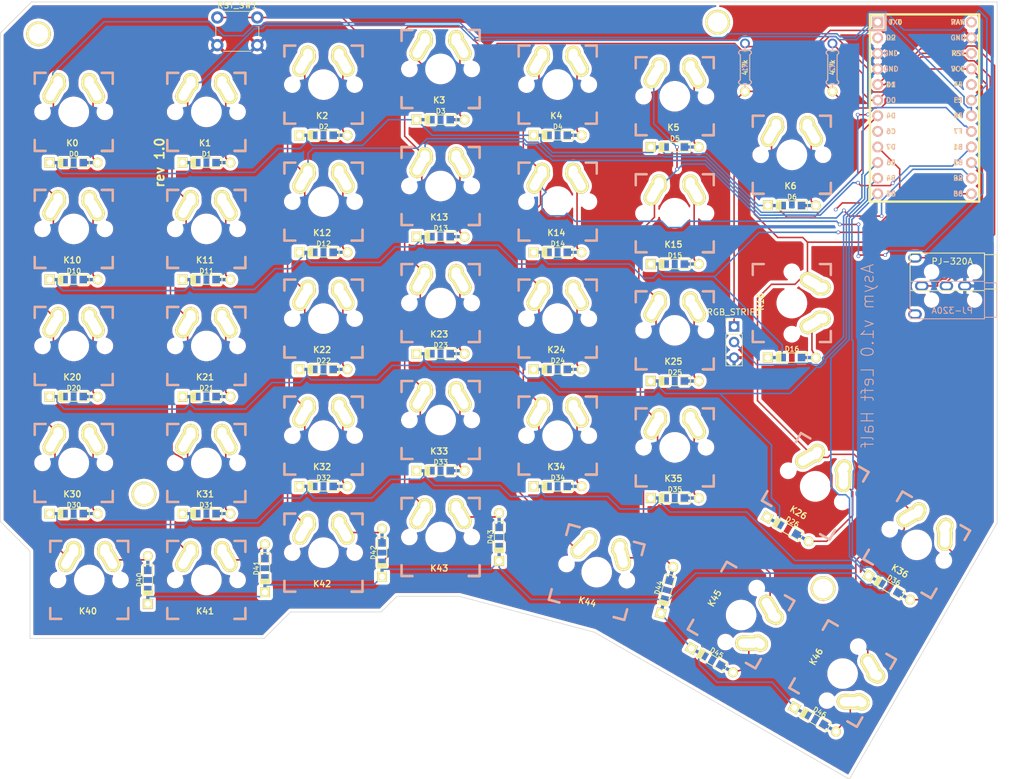
<source format=kicad_pcb>
(kicad_pcb (version 20171130) (host pcbnew "(5.1.10-1-10_14)")
  (title_block (title "Asym Keyboard Left Half") (date 2021-07-25) (rev 1.0) (comment 1 "Eilidh Southren") (comment 2 https://github.com/esouthren/asym))
  (layers (0 F.Cu signal) (31 B.Cu signal) (34 B.Paste user) (35 F.Paste user) (36 B.SilkS user) (37 F.SilkS user) (38 B.Mask user) (39 F.Mask user) (44 Edge.Cuts user))
  (net 0 "")
  (net 1 "Net-(D0-Pad2)")
  (net 2 row0)
  (net 3 "Net-(D1-Pad2)")
  (net 4 "Net-(D2-Pad2)")
  (net 5 "Net-(D3-Pad2)")
  (net 6 "Net-(D4-Pad2)")
  (net 7 "Net-(D5-Pad2)")
  (net 8 "Net-(D6-Pad2)")
  (net 9 "Net-(D10-Pad2)")
  (net 10 row1)
  (net 11 "Net-(D11-Pad2)")
  (net 12 "Net-(D12-Pad2)")
  (net 13 "Net-(D13-Pad2)")
  (net 14 "Net-(D14-Pad2)")
  (net 15 "Net-(D15-Pad2)")
  (net 16 "Net-(D16-Pad2)")
  (net 17 "Net-(D20-Pad2)")
  (net 18 row2)
  (net 19 "Net-(D21-Pad2)")
  (net 20 "Net-(D22-Pad2)")
  (net 21 "Net-(D23-Pad2)")
  (net 22 "Net-(D24-Pad2)")
  (net 23 "Net-(D25-Pad2)")
  (net 24 "Net-(D26-Pad2)")
  (net 25 "Net-(D30-Pad2)")
  (net 26 row3)
  (net 27 "Net-(D31-Pad2)")
  (net 28 "Net-(D32-Pad2)")
  (net 29 "Net-(D33-Pad2)")
  (net 30 "Net-(D34-Pad2)")
  (net 31 "Net-(D35-Pad2)")
  (net 32 "Net-(D36-Pad2)")
  (net 33 "Net-(D40-Pad2)")
  (net 34 row4)
  (net 35 "Net-(D41-Pad2)")
  (net 36 "Net-(D42-Pad2)")
  (net 37 "Net-(D43-Pad2)")
  (net 38 "Net-(D44-Pad2)")
  (net 39 "Net-(D45-Pad2)")
  (net 40 "Net-(D46-Pad2)")
  (net 41 col0)
  (net 42 col1)
  (net 43 col2)
  (net 44 col3)
  (net 45 col4)
  (net 46 col5)
  (net 47 col6)
  (net 48 VCC)
  (net 49 SDA)
  (net 50 SCL)
  (net 51 rgb_data)
  (net 52 GND)
  (net 53 RST)
  (net 54 "Net-(U1-Pad2)")
  (net 55 "Net-(U1-Pad8)")
  (net 56 "Net-(U1-Pad20)")
  (net 57 "Net-(U1-Pad24)")
  (module redox_footprints:Mx_Alps_150-dualsided (layer F.Cu) (at 208.28 97.79 270)
    (fp_text reference K16 (at -0.22 5.08 90) (layer F.SilkS) (effects (font (thickness 0.2))))
    (fp_text value KEYSW hide)
    (pad 1 thru_hole oval (at -2.52 -4.79 273.9) (size 2.5 3.08) (drill oval 1.5 2.08) (layers *.Cu *.Mask F.SilkS) (net 47 col6))
    (pad 2 thru_hole oval (at 3.405 -3.27 299.05) (size 2.5 4.17) (drill oval 1.5 3.17) (layers *.Cu *.Mask F.SilkS) (net 16 "Net-(D16-Pad2)"))
    (pad HOLE np_thru_hole circle (at 0 0 270) (size 3.9878 3.9878) (drill 3.9878) (layers *.Cu))
    (pad HOLE np_thru_hole circle (at -5.08 0 270) (size 1.7018 1.7018) (drill 1.7018) (layers *.Cu))
    (pad HOLE np_thru_hole circle (at 5.08 0 270) (size 1.7018 1.7018) (drill 1.7018) (layers *.Cu))
    (pad 1 thru_hole oval (at -3.405 -3.27 240.95) (size 2.5 4.17) (drill oval 1.5 3.17) (layers *.Cu *.Mask F.SilkS) (net 47 col6))
    (pad 2 thru_hole oval (at 2.52 -4.79 266.1) (size 2.5 3.08) (drill oval 1.5 2.08) (layers *.Cu *.Mask F.SilkS) (net 16 "Net-(D16-Pad2)"))
  )
  (module redox_footprints:Mx_Alps_125-dualside (layer F.Cu) (at 176.53 141.605 345)
    (fp_text reference K44 (at -0.22 5.08 165) (layer F.SilkS) (effects (font (thickness 0.2))))
    (fp_text value KEYSW hide)
    (pad 1 thru_hole oval (at -2.52 -4.79 348.9) (size 2.5 3.08) (drill oval 1.5 2.08) (layers *.Cu *.Mask F.SilkS) (net 45 col4))
    (pad 2 thru_hole oval (at 3.405 -3.27 14.05) (size 2.5 4.17) (drill oval 1.5 3.17) (layers *.Cu *.Mask F.SilkS) (net 38 "Net-(D44-Pad2)"))
    (pad HOLE np_thru_hole circle (at 0 0 345) (size 3.9878 3.9878) (drill 3.9878) (layers *.Cu))
    (pad HOLE np_thru_hole circle (at -5.08 0 345) (size 1.7018 1.7018) (drill 1.7018) (layers *.Cu))
    (pad HOLE np_thru_hole circle (at 5.08 0 345) (size 1.7018 1.7018) (drill 1.7018) (layers *.Cu))
    (pad 1 thru_hole oval (at -3.405 -3.27 315.95) (size 2.5 4.17) (drill oval 1.5 3.17) (layers *.Cu *.Mask F.SilkS) (net 45 col4))
    (pad 2 thru_hole oval (at 2.52 -4.79 341.1) (size 2.5 3.08) (drill oval 1.5 2.08) (layers *.Cu *.Mask F.SilkS) (net 38 "Net-(D44-Pad2)"))
  )
  (module redox_footprints:Mx_Alps_150-dualsided (layer F.Cu) (at 200.025 148.59 240)
    (fp_text reference K45 (at -0.22 5.08 60) (layer F.SilkS) (effects (font (thickness 0.2))))
    (fp_text value KEYSW hide)
    (pad 1 thru_hole oval (at -2.52 -4.79 243.9) (size 2.5 3.08) (drill oval 1.5 2.08) (layers *.Cu *.Mask F.SilkS) (net 46 col5))
    (pad 2 thru_hole oval (at 3.405 -3.27 269.05) (size 2.5 4.17) (drill oval 1.5 3.17) (layers *.Cu *.Mask F.SilkS) (net 39 "Net-(D45-Pad2)"))
    (pad HOLE np_thru_hole circle (at 0 0 240) (size 3.9878 3.9878) (drill 3.9878) (layers *.Cu))
    (pad HOLE np_thru_hole circle (at -5.08 0 240) (size 1.7018 1.7018) (drill 1.7018) (layers *.Cu))
    (pad HOLE np_thru_hole circle (at 5.08 0 240) (size 1.7018 1.7018) (drill 1.7018) (layers *.Cu))
    (pad 1 thru_hole oval (at -3.405 -3.27 210.95) (size 2.5 4.17) (drill oval 1.5 3.17) (layers *.Cu *.Mask F.SilkS) (net 46 col5))
    (pad 2 thru_hole oval (at 2.52 -4.79 236.1) (size 2.5 3.08) (drill oval 1.5 2.08) (layers *.Cu *.Mask F.SilkS) (net 39 "Net-(D45-Pad2)"))
  )
  (module redox_footprints:Mx_Alps_150-dualsided (layer F.Cu) (at 216.535 158.115 240)
    (fp_text reference K46 (at -0.22 5.08 60) (layer F.SilkS) (effects (font (thickness 0.2))))
    (fp_text value KEYSW hide)
    (pad 1 thru_hole oval (at -2.52 -4.79 243.9) (size 2.5 3.08) (drill oval 1.5 2.08) (layers *.Cu *.Mask F.SilkS) (net 47 col6))
    (pad 2 thru_hole oval (at 3.405 -3.27 269.05) (size 2.5 4.17) (drill oval 1.5 3.17) (layers *.Cu *.Mask F.SilkS) (net 40 "Net-(D46-Pad2)"))
    (pad HOLE np_thru_hole circle (at 0 0 240) (size 3.9878 3.9878) (drill 3.9878) (layers *.Cu))
    (pad HOLE np_thru_hole circle (at -5.08 0 240) (size 1.7018 1.7018) (drill 1.7018) (layers *.Cu))
    (pad HOLE np_thru_hole circle (at 5.08 0 240) (size 1.7018 1.7018) (drill 1.7018) (layers *.Cu))
    (pad 1 thru_hole oval (at -3.405 -3.27 210.95) (size 2.5 4.17) (drill oval 1.5 3.17) (layers *.Cu *.Mask F.SilkS) (net 47 col6))
    (pad 2 thru_hole oval (at 2.52 -4.79 236.1) (size 2.5 3.08) (drill oval 1.5 2.08) (layers *.Cu *.Mask F.SilkS) (net 40 "Net-(D46-Pad2)"))
  )
  (module redox_footprints:Mx_Alps_100-dualside (layer F.Cu) (at 113.03 66.675)
    (fp_text reference K1 (at -0.22 5.08) (layer F.SilkS) (effects (font (thickness 0.2))))
    (fp_text value KEYSW hide)
    (pad 1 thru_hole oval (at -2.52 -4.79 3.9) (size 2.5 3.08) (drill oval 1.5 2.08) (layers *.Cu *.Mask F.SilkS) (net 42 col1))
    (pad 2 thru_hole oval (at 3.405 -3.27 29.05) (size 2.5 4.17) (drill oval 1.5 3.17) (layers *.Cu *.Mask F.SilkS) (net 3 "Net-(D1-Pad2)"))
    (pad HOLE np_thru_hole circle (at 0 0) (size 3.9878 3.9878) (drill 3.9878) (layers *.Cu))
    (pad HOLE np_thru_hole circle (at -5.08 0) (size 1.7018 1.7018) (drill 1.7018) (layers *.Cu))
    (pad HOLE np_thru_hole circle (at 5.08 0) (size 1.7018 1.7018) (drill 1.7018) (layers *.Cu))
    (pad 1 thru_hole oval (at -3.405 -3.27 330.95) (size 2.5 4.17) (drill oval 1.5 3.17) (layers *.Cu *.Mask F.SilkS) (net 42 col1))
    (pad 2 thru_hole oval (at 2.52 -4.79 356.1) (size 2.5 3.08) (drill oval 1.5 2.08) (layers *.Cu *.Mask F.SilkS) (net 3 "Net-(D1-Pad2)"))
  )
  (module redox_footprints:Mx_Alps_100-dualside (layer F.Cu) (at 91.44 66.675)
    (fp_text reference K0 (at -0.22 5.08) (layer F.SilkS) (effects (font (thickness 0.2))))
    (fp_text value KEYSW hide)
    (pad 1 thru_hole oval (at -2.52 -4.79 3.9) (size 2.5 3.08) (drill oval 1.5 2.08) (layers *.Cu *.Mask F.SilkS) (net 41 col0))
    (pad 2 thru_hole oval (at 3.405 -3.27 29.05) (size 2.5 4.17) (drill oval 1.5 3.17) (layers *.Cu *.Mask F.SilkS) (net 1 "Net-(D0-Pad2)"))
    (pad HOLE np_thru_hole circle (at 0 0) (size 3.9878 3.9878) (drill 3.9878) (layers *.Cu))
    (pad HOLE np_thru_hole circle (at -5.08 0) (size 1.7018 1.7018) (drill 1.7018) (layers *.Cu))
    (pad HOLE np_thru_hole circle (at 5.08 0) (size 1.7018 1.7018) (drill 1.7018) (layers *.Cu))
    (pad 1 thru_hole oval (at -3.405 -3.27 330.95) (size 2.5 4.17) (drill oval 1.5 3.17) (layers *.Cu *.Mask F.SilkS) (net 41 col0))
    (pad 2 thru_hole oval (at 2.52 -4.79 356.1) (size 2.5 3.08) (drill oval 1.5 2.08) (layers *.Cu *.Mask F.SilkS) (net 1 "Net-(D0-Pad2)"))
  )
  (module redox_footprints:Mx_Alps_100-dualside (layer F.Cu) (at 132.08 62.23)
    (fp_text reference K2 (at -0.22 5.08) (layer F.SilkS) (effects (font (thickness 0.2))))
    (fp_text value KEYSW hide)
    (pad 1 thru_hole oval (at -2.52 -4.79 3.9) (size 2.5 3.08) (drill oval 1.5 2.08) (layers *.Cu *.Mask F.SilkS) (net 43 col2))
    (pad 2 thru_hole oval (at 3.405 -3.27 29.05) (size 2.5 4.17) (drill oval 1.5 3.17) (layers *.Cu *.Mask F.SilkS) (net 4 "Net-(D2-Pad2)"))
    (pad HOLE np_thru_hole circle (at 0 0) (size 3.9878 3.9878) (drill 3.9878) (layers *.Cu))
    (pad HOLE np_thru_hole circle (at -5.08 0) (size 1.7018 1.7018) (drill 1.7018) (layers *.Cu))
    (pad HOLE np_thru_hole circle (at 5.08 0) (size 1.7018 1.7018) (drill 1.7018) (layers *.Cu))
    (pad 1 thru_hole oval (at -3.405 -3.27 330.95) (size 2.5 4.17) (drill oval 1.5 3.17) (layers *.Cu *.Mask F.SilkS) (net 43 col2))
    (pad 2 thru_hole oval (at 2.52 -4.79 356.1) (size 2.5 3.08) (drill oval 1.5 2.08) (layers *.Cu *.Mask F.SilkS) (net 4 "Net-(D2-Pad2)"))
  )
  (module redox_footprints:Mx_Alps_100-dualside (layer F.Cu) (at 151.13 59.69)
    (fp_text reference K3 (at -0.22 5.08) (layer F.SilkS) (effects (font (thickness 0.2))))
    (fp_text value KEYSW hide)
    (pad 1 thru_hole oval (at -2.52 -4.79 3.9) (size 2.5 3.08) (drill oval 1.5 2.08) (layers *.Cu *.Mask F.SilkS) (net 44 col3))
    (pad 2 thru_hole oval (at 3.405 -3.27 29.05) (size 2.5 4.17) (drill oval 1.5 3.17) (layers *.Cu *.Mask F.SilkS) (net 5 "Net-(D3-Pad2)"))
    (pad HOLE np_thru_hole circle (at 0 0) (size 3.9878 3.9878) (drill 3.9878) (layers *.Cu))
    (pad HOLE np_thru_hole circle (at -5.08 0) (size 1.7018 1.7018) (drill 1.7018) (layers *.Cu))
    (pad HOLE np_thru_hole circle (at 5.08 0) (size 1.7018 1.7018) (drill 1.7018) (layers *.Cu))
    (pad 1 thru_hole oval (at -3.405 -3.27 330.95) (size 2.5 4.17) (drill oval 1.5 3.17) (layers *.Cu *.Mask F.SilkS) (net 44 col3))
    (pad 2 thru_hole oval (at 2.52 -4.79 356.1) (size 2.5 3.08) (drill oval 1.5 2.08) (layers *.Cu *.Mask F.SilkS) (net 5 "Net-(D3-Pad2)"))
  )
  (module redox_footprints:Mx_Alps_100-dualside (layer F.Cu) (at 170.18 62.23)
    (fp_text reference K4 (at -0.22 5.08) (layer F.SilkS) (effects (font (thickness 0.2))))
    (fp_text value KEYSW hide)
    (pad 1 thru_hole oval (at -2.52 -4.79 3.9) (size 2.5 3.08) (drill oval 1.5 2.08) (layers *.Cu *.Mask F.SilkS) (net 45 col4))
    (pad 2 thru_hole oval (at 3.405 -3.27 29.05) (size 2.5 4.17) (drill oval 1.5 3.17) (layers *.Cu *.Mask F.SilkS) (net 6 "Net-(D4-Pad2)"))
    (pad HOLE np_thru_hole circle (at 0 0) (size 3.9878 3.9878) (drill 3.9878) (layers *.Cu))
    (pad HOLE np_thru_hole circle (at -5.08 0) (size 1.7018 1.7018) (drill 1.7018) (layers *.Cu))
    (pad HOLE np_thru_hole circle (at 5.08 0) (size 1.7018 1.7018) (drill 1.7018) (layers *.Cu))
    (pad 1 thru_hole oval (at -3.405 -3.27 330.95) (size 2.5 4.17) (drill oval 1.5 3.17) (layers *.Cu *.Mask F.SilkS) (net 45 col4))
    (pad 2 thru_hole oval (at 2.52 -4.79 356.1) (size 2.5 3.08) (drill oval 1.5 2.08) (layers *.Cu *.Mask F.SilkS) (net 6 "Net-(D4-Pad2)"))
  )
  (module redox_footprints:Mx_Alps_100-dualside (layer F.Cu) (at 189.23 64.135)
    (fp_text reference K5 (at -0.22 5.08) (layer F.SilkS) (effects (font (thickness 0.2))))
    (fp_text value KEYSW hide)
    (pad 1 thru_hole oval (at -2.52 -4.79 3.9) (size 2.5 3.08) (drill oval 1.5 2.08) (layers *.Cu *.Mask F.SilkS) (net 46 col5))
    (pad 2 thru_hole oval (at 3.405 -3.27 29.05) (size 2.5 4.17) (drill oval 1.5 3.17) (layers *.Cu *.Mask F.SilkS) (net 7 "Net-(D5-Pad2)"))
    (pad HOLE np_thru_hole circle (at 0 0) (size 3.9878 3.9878) (drill 3.9878) (layers *.Cu))
    (pad HOLE np_thru_hole circle (at -5.08 0) (size 1.7018 1.7018) (drill 1.7018) (layers *.Cu))
    (pad HOLE np_thru_hole circle (at 5.08 0) (size 1.7018 1.7018) (drill 1.7018) (layers *.Cu))
    (pad 1 thru_hole oval (at -3.405 -3.27 330.95) (size 2.5 4.17) (drill oval 1.5 3.17) (layers *.Cu *.Mask F.SilkS) (net 46 col5))
    (pad 2 thru_hole oval (at 2.52 -4.79 356.1) (size 2.5 3.08) (drill oval 1.5 2.08) (layers *.Cu *.Mask F.SilkS) (net 7 "Net-(D5-Pad2)"))
  )
  (module redox_footprints:Mx_Alps_100-dualside (layer F.Cu) (at 208.28 73.66)
    (fp_text reference K6 (at -0.22 5.08) (layer F.SilkS) (effects (font (thickness 0.2))))
    (fp_text value KEYSW hide)
    (pad 1 thru_hole oval (at -2.52 -4.79 3.9) (size 2.5 3.08) (drill oval 1.5 2.08) (layers *.Cu *.Mask F.SilkS) (net 47 col6))
    (pad 2 thru_hole oval (at 3.405 -3.27 29.05) (size 2.5 4.17) (drill oval 1.5 3.17) (layers *.Cu *.Mask F.SilkS) (net 8 "Net-(D6-Pad2)"))
    (pad HOLE np_thru_hole circle (at 0 0) (size 3.9878 3.9878) (drill 3.9878) (layers *.Cu))
    (pad HOLE np_thru_hole circle (at -5.08 0) (size 1.7018 1.7018) (drill 1.7018) (layers *.Cu))
    (pad HOLE np_thru_hole circle (at 5.08 0) (size 1.7018 1.7018) (drill 1.7018) (layers *.Cu))
    (pad 1 thru_hole oval (at -3.405 -3.27 330.95) (size 2.5 4.17) (drill oval 1.5 3.17) (layers *.Cu *.Mask F.SilkS) (net 47 col6))
    (pad 2 thru_hole oval (at 2.52 -4.79 356.1) (size 2.5 3.08) (drill oval 1.5 2.08) (layers *.Cu *.Mask F.SilkS) (net 8 "Net-(D6-Pad2)"))
  )
  (module redox_footprints:Mx_Alps_100-dualside (layer F.Cu) (at 91.44 85.725)
    (fp_text reference K10 (at -0.22 5.08) (layer F.SilkS) (effects (font (thickness 0.2))))
    (fp_text value KEYSW hide)
    (pad 1 thru_hole oval (at -2.52 -4.79 3.9) (size 2.5 3.08) (drill oval 1.5 2.08) (layers *.Cu *.Mask F.SilkS) (net 41 col0))
    (pad 2 thru_hole oval (at 3.405 -3.27 29.05) (size 2.5 4.17) (drill oval 1.5 3.17) (layers *.Cu *.Mask F.SilkS) (net 9 "Net-(D10-Pad2)"))
    (pad HOLE np_thru_hole circle (at 0 0) (size 3.9878 3.9878) (drill 3.9878) (layers *.Cu))
    (pad HOLE np_thru_hole circle (at -5.08 0) (size 1.7018 1.7018) (drill 1.7018) (layers *.Cu))
    (pad HOLE np_thru_hole circle (at 5.08 0) (size 1.7018 1.7018) (drill 1.7018) (layers *.Cu))
    (pad 1 thru_hole oval (at -3.405 -3.27 330.95) (size 2.5 4.17) (drill oval 1.5 3.17) (layers *.Cu *.Mask F.SilkS) (net 41 col0))
    (pad 2 thru_hole oval (at 2.52 -4.79 356.1) (size 2.5 3.08) (drill oval 1.5 2.08) (layers *.Cu *.Mask F.SilkS) (net 9 "Net-(D10-Pad2)"))
  )
  (module redox_footprints:Mx_Alps_100-dualside (layer F.Cu) (at 113.03 85.725)
    (fp_text reference K11 (at -0.22 5.08) (layer F.SilkS) (effects (font (thickness 0.2))))
    (fp_text value KEYSW hide)
    (pad 1 thru_hole oval (at -2.52 -4.79 3.9) (size 2.5 3.08) (drill oval 1.5 2.08) (layers *.Cu *.Mask F.SilkS) (net 42 col1))
    (pad 2 thru_hole oval (at 3.405 -3.27 29.05) (size 2.5 4.17) (drill oval 1.5 3.17) (layers *.Cu *.Mask F.SilkS) (net 11 "Net-(D11-Pad2)"))
    (pad HOLE np_thru_hole circle (at 0 0) (size 3.9878 3.9878) (drill 3.9878) (layers *.Cu))
    (pad HOLE np_thru_hole circle (at -5.08 0) (size 1.7018 1.7018) (drill 1.7018) (layers *.Cu))
    (pad HOLE np_thru_hole circle (at 5.08 0) (size 1.7018 1.7018) (drill 1.7018) (layers *.Cu))
    (pad 1 thru_hole oval (at -3.405 -3.27 330.95) (size 2.5 4.17) (drill oval 1.5 3.17) (layers *.Cu *.Mask F.SilkS) (net 42 col1))
    (pad 2 thru_hole oval (at 2.52 -4.79 356.1) (size 2.5 3.08) (drill oval 1.5 2.08) (layers *.Cu *.Mask F.SilkS) (net 11 "Net-(D11-Pad2)"))
  )
  (module redox_footprints:Mx_Alps_100-dualside (layer F.Cu) (at 132.08 81.28)
    (fp_text reference K12 (at -0.22 5.08) (layer F.SilkS) (effects (font (thickness 0.2))))
    (fp_text value KEYSW hide)
    (pad 1 thru_hole oval (at -2.52 -4.79 3.9) (size 2.5 3.08) (drill oval 1.5 2.08) (layers *.Cu *.Mask F.SilkS) (net 43 col2))
    (pad 2 thru_hole oval (at 3.405 -3.27 29.05) (size 2.5 4.17) (drill oval 1.5 3.17) (layers *.Cu *.Mask F.SilkS) (net 12 "Net-(D12-Pad2)"))
    (pad HOLE np_thru_hole circle (at 0 0) (size 3.9878 3.9878) (drill 3.9878) (layers *.Cu))
    (pad HOLE np_thru_hole circle (at -5.08 0) (size 1.7018 1.7018) (drill 1.7018) (layers *.Cu))
    (pad HOLE np_thru_hole circle (at 5.08 0) (size 1.7018 1.7018) (drill 1.7018) (layers *.Cu))
    (pad 1 thru_hole oval (at -3.405 -3.27 330.95) (size 2.5 4.17) (drill oval 1.5 3.17) (layers *.Cu *.Mask F.SilkS) (net 43 col2))
    (pad 2 thru_hole oval (at 2.52 -4.79 356.1) (size 2.5 3.08) (drill oval 1.5 2.08) (layers *.Cu *.Mask F.SilkS) (net 12 "Net-(D12-Pad2)"))
  )
  (module redox_footprints:Mx_Alps_100-dualside (layer F.Cu) (at 151.13 78.74)
    (fp_text reference K13 (at -0.22 5.08) (layer F.SilkS) (effects (font (thickness 0.2))))
    (fp_text value KEYSW hide)
    (pad 1 thru_hole oval (at -2.52 -4.79 3.9) (size 2.5 3.08) (drill oval 1.5 2.08) (layers *.Cu *.Mask F.SilkS) (net 44 col3))
    (pad 2 thru_hole oval (at 3.405 -3.27 29.05) (size 2.5 4.17) (drill oval 1.5 3.17) (layers *.Cu *.Mask F.SilkS) (net 13 "Net-(D13-Pad2)"))
    (pad HOLE np_thru_hole circle (at 0 0) (size 3.9878 3.9878) (drill 3.9878) (layers *.Cu))
    (pad HOLE np_thru_hole circle (at -5.08 0) (size 1.7018 1.7018) (drill 1.7018) (layers *.Cu))
    (pad HOLE np_thru_hole circle (at 5.08 0) (size 1.7018 1.7018) (drill 1.7018) (layers *.Cu))
    (pad 1 thru_hole oval (at -3.405 -3.27 330.95) (size 2.5 4.17) (drill oval 1.5 3.17) (layers *.Cu *.Mask F.SilkS) (net 44 col3))
    (pad 2 thru_hole oval (at 2.52 -4.79 356.1) (size 2.5 3.08) (drill oval 1.5 2.08) (layers *.Cu *.Mask F.SilkS) (net 13 "Net-(D13-Pad2)"))
  )
  (module redox_footprints:Mx_Alps_100-dualside (layer F.Cu) (at 170.18 81.28)
    (fp_text reference K14 (at -0.22 5.08) (layer F.SilkS) (effects (font (thickness 0.2))))
    (fp_text value KEYSW hide)
    (pad 1 thru_hole oval (at -2.52 -4.79 3.9) (size 2.5 3.08) (drill oval 1.5 2.08) (layers *.Cu *.Mask F.SilkS) (net 45 col4))
    (pad 2 thru_hole oval (at 3.405 -3.27 29.05) (size 2.5 4.17) (drill oval 1.5 3.17) (layers *.Cu *.Mask F.SilkS) (net 14 "Net-(D14-Pad2)"))
    (pad HOLE np_thru_hole circle (at 0 0) (size 3.9878 3.9878) (drill 3.9878) (layers *.Cu))
    (pad HOLE np_thru_hole circle (at -5.08 0) (size 1.7018 1.7018) (drill 1.7018) (layers *.Cu))
    (pad HOLE np_thru_hole circle (at 5.08 0) (size 1.7018 1.7018) (drill 1.7018) (layers *.Cu))
    (pad 1 thru_hole oval (at -3.405 -3.27 330.95) (size 2.5 4.17) (drill oval 1.5 3.17) (layers *.Cu *.Mask F.SilkS) (net 45 col4))
    (pad 2 thru_hole oval (at 2.52 -4.79 356.1) (size 2.5 3.08) (drill oval 1.5 2.08) (layers *.Cu *.Mask F.SilkS) (net 14 "Net-(D14-Pad2)"))
  )
  (module redox_footprints:Mx_Alps_100-dualside (layer F.Cu) (at 189.23 83.185)
    (fp_text reference K15 (at -0.22 5.08) (layer F.SilkS) (effects (font (thickness 0.2))))
    (fp_text value KEYSW hide)
    (pad 1 thru_hole oval (at -2.52 -4.79 3.9) (size 2.5 3.08) (drill oval 1.5 2.08) (layers *.Cu *.Mask F.SilkS) (net 46 col5))
    (pad 2 thru_hole oval (at 3.405 -3.27 29.05) (size 2.5 4.17) (drill oval 1.5 3.17) (layers *.Cu *.Mask F.SilkS) (net 15 "Net-(D15-Pad2)"))
    (pad HOLE np_thru_hole circle (at 0 0) (size 3.9878 3.9878) (drill 3.9878) (layers *.Cu))
    (pad HOLE np_thru_hole circle (at -5.08 0) (size 1.7018 1.7018) (drill 1.7018) (layers *.Cu))
    (pad HOLE np_thru_hole circle (at 5.08 0) (size 1.7018 1.7018) (drill 1.7018) (layers *.Cu))
    (pad 1 thru_hole oval (at -3.405 -3.27 330.95) (size 2.5 4.17) (drill oval 1.5 3.17) (layers *.Cu *.Mask F.SilkS) (net 46 col5))
    (pad 2 thru_hole oval (at 2.52 -4.79 356.1) (size 2.5 3.08) (drill oval 1.5 2.08) (layers *.Cu *.Mask F.SilkS) (net 15 "Net-(D15-Pad2)"))
  )
  (module redox_footprints:Mx_Alps_100-dualside (layer F.Cu) (at 91.44 104.775)
    (fp_text reference K20 (at -0.22 5.08) (layer F.SilkS) (effects (font (thickness 0.2))))
    (fp_text value KEYSW hide)
    (pad 1 thru_hole oval (at -2.52 -4.79 3.9) (size 2.5 3.08) (drill oval 1.5 2.08) (layers *.Cu *.Mask F.SilkS) (net 41 col0))
    (pad 2 thru_hole oval (at 3.405 -3.27 29.05) (size 2.5 4.17) (drill oval 1.5 3.17) (layers *.Cu *.Mask F.SilkS) (net 17 "Net-(D20-Pad2)"))
    (pad HOLE np_thru_hole circle (at 0 0) (size 3.9878 3.9878) (drill 3.9878) (layers *.Cu))
    (pad HOLE np_thru_hole circle (at -5.08 0) (size 1.7018 1.7018) (drill 1.7018) (layers *.Cu))
    (pad HOLE np_thru_hole circle (at 5.08 0) (size 1.7018 1.7018) (drill 1.7018) (layers *.Cu))
    (pad 1 thru_hole oval (at -3.405 -3.27 330.95) (size 2.5 4.17) (drill oval 1.5 3.17) (layers *.Cu *.Mask F.SilkS) (net 41 col0))
    (pad 2 thru_hole oval (at 2.52 -4.79 356.1) (size 2.5 3.08) (drill oval 1.5 2.08) (layers *.Cu *.Mask F.SilkS) (net 17 "Net-(D20-Pad2)"))
  )
  (module redox_footprints:Mx_Alps_100-dualside (layer F.Cu) (at 113.03 104.775)
    (fp_text reference K21 (at -0.22 5.08) (layer F.SilkS) (effects (font (thickness 0.2))))
    (fp_text value KEYSW hide)
    (pad 1 thru_hole oval (at -2.52 -4.79 3.9) (size 2.5 3.08) (drill oval 1.5 2.08) (layers *.Cu *.Mask F.SilkS) (net 42 col1))
    (pad 2 thru_hole oval (at 3.405 -3.27 29.05) (size 2.5 4.17) (drill oval 1.5 3.17) (layers *.Cu *.Mask F.SilkS) (net 19 "Net-(D21-Pad2)"))
    (pad HOLE np_thru_hole circle (at 0 0) (size 3.9878 3.9878) (drill 3.9878) (layers *.Cu))
    (pad HOLE np_thru_hole circle (at -5.08 0) (size 1.7018 1.7018) (drill 1.7018) (layers *.Cu))
    (pad HOLE np_thru_hole circle (at 5.08 0) (size 1.7018 1.7018) (drill 1.7018) (layers *.Cu))
    (pad 1 thru_hole oval (at -3.405 -3.27 330.95) (size 2.5 4.17) (drill oval 1.5 3.17) (layers *.Cu *.Mask F.SilkS) (net 42 col1))
    (pad 2 thru_hole oval (at 2.52 -4.79 356.1) (size 2.5 3.08) (drill oval 1.5 2.08) (layers *.Cu *.Mask F.SilkS) (net 19 "Net-(D21-Pad2)"))
  )
  (module redox_footprints:Mx_Alps_100-dualside (layer F.Cu) (at 132.08 100.33)
    (fp_text reference K22 (at -0.22 5.08) (layer F.SilkS) (effects (font (thickness 0.2))))
    (fp_text value KEYSW hide)
    (pad 1 thru_hole oval (at -2.52 -4.79 3.9) (size 2.5 3.08) (drill oval 1.5 2.08) (layers *.Cu *.Mask F.SilkS) (net 43 col2))
    (pad 2 thru_hole oval (at 3.405 -3.27 29.05) (size 2.5 4.17) (drill oval 1.5 3.17) (layers *.Cu *.Mask F.SilkS) (net 20 "Net-(D22-Pad2)"))
    (pad HOLE np_thru_hole circle (at 0 0) (size 3.9878 3.9878) (drill 3.9878) (layers *.Cu))
    (pad HOLE np_thru_hole circle (at -5.08 0) (size 1.7018 1.7018) (drill 1.7018) (layers *.Cu))
    (pad HOLE np_thru_hole circle (at 5.08 0) (size 1.7018 1.7018) (drill 1.7018) (layers *.Cu))
    (pad 1 thru_hole oval (at -3.405 -3.27 330.95) (size 2.5 4.17) (drill oval 1.5 3.17) (layers *.Cu *.Mask F.SilkS) (net 43 col2))
    (pad 2 thru_hole oval (at 2.52 -4.79 356.1) (size 2.5 3.08) (drill oval 1.5 2.08) (layers *.Cu *.Mask F.SilkS) (net 20 "Net-(D22-Pad2)"))
  )
  (module redox_footprints:Mx_Alps_100-dualside (layer F.Cu) (at 151.13 97.79)
    (fp_text reference K23 (at -0.22 5.08) (layer F.SilkS) (effects (font (thickness 0.2))))
    (fp_text value KEYSW hide)
    (pad 1 thru_hole oval (at -2.52 -4.79 3.9) (size 2.5 3.08) (drill oval 1.5 2.08) (layers *.Cu *.Mask F.SilkS) (net 44 col3))
    (pad 2 thru_hole oval (at 3.405 -3.27 29.05) (size 2.5 4.17) (drill oval 1.5 3.17) (layers *.Cu *.Mask F.SilkS) (net 21 "Net-(D23-Pad2)"))
    (pad HOLE np_thru_hole circle (at 0 0) (size 3.9878 3.9878) (drill 3.9878) (layers *.Cu))
    (pad HOLE np_thru_hole circle (at -5.08 0) (size 1.7018 1.7018) (drill 1.7018) (layers *.Cu))
    (pad HOLE np_thru_hole circle (at 5.08 0) (size 1.7018 1.7018) (drill 1.7018) (layers *.Cu))
    (pad 1 thru_hole oval (at -3.405 -3.27 330.95) (size 2.5 4.17) (drill oval 1.5 3.17) (layers *.Cu *.Mask F.SilkS) (net 44 col3))
    (pad 2 thru_hole oval (at 2.52 -4.79 356.1) (size 2.5 3.08) (drill oval 1.5 2.08) (layers *.Cu *.Mask F.SilkS) (net 21 "Net-(D23-Pad2)"))
  )
  (module redox_footprints:Mx_Alps_100-dualside (layer F.Cu) (at 170.18 100.33)
    (fp_text reference K24 (at -0.22 5.08) (layer F.SilkS) (effects (font (thickness 0.2))))
    (fp_text value KEYSW hide)
    (pad 1 thru_hole oval (at -2.52 -4.79 3.9) (size 2.5 3.08) (drill oval 1.5 2.08) (layers *.Cu *.Mask F.SilkS) (net 45 col4))
    (pad 2 thru_hole oval (at 3.405 -3.27 29.05) (size 2.5 4.17) (drill oval 1.5 3.17) (layers *.Cu *.Mask F.SilkS) (net 22 "Net-(D24-Pad2)"))
    (pad HOLE np_thru_hole circle (at 0 0) (size 3.9878 3.9878) (drill 3.9878) (layers *.Cu))
    (pad HOLE np_thru_hole circle (at -5.08 0) (size 1.7018 1.7018) (drill 1.7018) (layers *.Cu))
    (pad HOLE np_thru_hole circle (at 5.08 0) (size 1.7018 1.7018) (drill 1.7018) (layers *.Cu))
    (pad 1 thru_hole oval (at -3.405 -3.27 330.95) (size 2.5 4.17) (drill oval 1.5 3.17) (layers *.Cu *.Mask F.SilkS) (net 45 col4))
    (pad 2 thru_hole oval (at 2.52 -4.79 356.1) (size 2.5 3.08) (drill oval 1.5 2.08) (layers *.Cu *.Mask F.SilkS) (net 22 "Net-(D24-Pad2)"))
  )
  (module redox_footprints:Mx_Alps_100-dualside (layer F.Cu) (at 189.23 102.235)
    (fp_text reference K25 (at -0.22 5.08) (layer F.SilkS) (effects (font (thickness 0.2))))
    (fp_text value KEYSW hide)
    (pad 1 thru_hole oval (at -2.52 -4.79 3.9) (size 2.5 3.08) (drill oval 1.5 2.08) (layers *.Cu *.Mask F.SilkS) (net 46 col5))
    (pad 2 thru_hole oval (at 3.405 -3.27 29.05) (size 2.5 4.17) (drill oval 1.5 3.17) (layers *.Cu *.Mask F.SilkS) (net 23 "Net-(D25-Pad2)"))
    (pad HOLE np_thru_hole circle (at 0 0) (size 3.9878 3.9878) (drill 3.9878) (layers *.Cu))
    (pad HOLE np_thru_hole circle (at -5.08 0) (size 1.7018 1.7018) (drill 1.7018) (layers *.Cu))
    (pad HOLE np_thru_hole circle (at 5.08 0) (size 1.7018 1.7018) (drill 1.7018) (layers *.Cu))
    (pad 1 thru_hole oval (at -3.405 -3.27 330.95) (size 2.5 4.17) (drill oval 1.5 3.17) (layers *.Cu *.Mask F.SilkS) (net 46 col5))
    (pad 2 thru_hole oval (at 2.52 -4.79 356.1) (size 2.5 3.08) (drill oval 1.5 2.08) (layers *.Cu *.Mask F.SilkS) (net 23 "Net-(D25-Pad2)"))
  )
  (module redox_footprints:Mx_Alps_100-dualside (layer F.Cu) (at 212.09 127.635 330)
    (fp_text reference K26 (at -0.22 5.08 150) (layer F.SilkS) (effects (font (thickness 0.2))))
    (fp_text value KEYSW hide)
    (pad 1 thru_hole oval (at -2.52 -4.79 333.9) (size 2.5 3.08) (drill oval 1.5 2.08) (layers *.Cu *.Mask F.SilkS) (net 47 col6))
    (pad 2 thru_hole oval (at 3.405 -3.27 359.05) (size 2.5 4.17) (drill oval 1.5 3.17) (layers *.Cu *.Mask F.SilkS) (net 24 "Net-(D26-Pad2)"))
    (pad HOLE np_thru_hole circle (at 0 0 330) (size 3.9878 3.9878) (drill 3.9878) (layers *.Cu))
    (pad HOLE np_thru_hole circle (at -5.08 0 330) (size 1.7018 1.7018) (drill 1.7018) (layers *.Cu))
    (pad HOLE np_thru_hole circle (at 5.08 0 330) (size 1.7018 1.7018) (drill 1.7018) (layers *.Cu))
    (pad 1 thru_hole oval (at -3.405 -3.27 300.95) (size 2.5 4.17) (drill oval 1.5 3.17) (layers *.Cu *.Mask F.SilkS) (net 47 col6))
    (pad 2 thru_hole oval (at 2.52 -4.79 326.1) (size 2.5 3.08) (drill oval 1.5 2.08) (layers *.Cu *.Mask F.SilkS) (net 24 "Net-(D26-Pad2)"))
  )
  (module redox_footprints:Mx_Alps_100-dualside (layer F.Cu) (at 91.44 123.825)
    (fp_text reference K30 (at -0.22 5.08) (layer F.SilkS) (effects (font (thickness 0.2))))
    (fp_text value KEYSW hide)
    (pad 1 thru_hole oval (at -2.52 -4.79 3.9) (size 2.5 3.08) (drill oval 1.5 2.08) (layers *.Cu *.Mask F.SilkS) (net 41 col0))
    (pad 2 thru_hole oval (at 3.405 -3.27 29.05) (size 2.5 4.17) (drill oval 1.5 3.17) (layers *.Cu *.Mask F.SilkS) (net 25 "Net-(D30-Pad2)"))
    (pad HOLE np_thru_hole circle (at 0 0) (size 3.9878 3.9878) (drill 3.9878) (layers *.Cu))
    (pad HOLE np_thru_hole circle (at -5.08 0) (size 1.7018 1.7018) (drill 1.7018) (layers *.Cu))
    (pad HOLE np_thru_hole circle (at 5.08 0) (size 1.7018 1.7018) (drill 1.7018) (layers *.Cu))
    (pad 1 thru_hole oval (at -3.405 -3.27 330.95) (size 2.5 4.17) (drill oval 1.5 3.17) (layers *.Cu *.Mask F.SilkS) (net 41 col0))
    (pad 2 thru_hole oval (at 2.52 -4.79 356.1) (size 2.5 3.08) (drill oval 1.5 2.08) (layers *.Cu *.Mask F.SilkS) (net 25 "Net-(D30-Pad2)"))
  )
  (module redox_footprints:Mx_Alps_100-dualside (layer F.Cu) (at 113.03 123.825)
    (fp_text reference K31 (at -0.22 5.08) (layer F.SilkS) (effects (font (thickness 0.2))))
    (fp_text value KEYSW hide)
    (pad 1 thru_hole oval (at -2.52 -4.79 3.9) (size 2.5 3.08) (drill oval 1.5 2.08) (layers *.Cu *.Mask F.SilkS) (net 42 col1))
    (pad 2 thru_hole oval (at 3.405 -3.27 29.05) (size 2.5 4.17) (drill oval 1.5 3.17) (layers *.Cu *.Mask F.SilkS) (net 27 "Net-(D31-Pad2)"))
    (pad HOLE np_thru_hole circle (at 0 0) (size 3.9878 3.9878) (drill 3.9878) (layers *.Cu))
    (pad HOLE np_thru_hole circle (at -5.08 0) (size 1.7018 1.7018) (drill 1.7018) (layers *.Cu))
    (pad HOLE np_thru_hole circle (at 5.08 0) (size 1.7018 1.7018) (drill 1.7018) (layers *.Cu))
    (pad 1 thru_hole oval (at -3.405 -3.27 330.95) (size 2.5 4.17) (drill oval 1.5 3.17) (layers *.Cu *.Mask F.SilkS) (net 42 col1))
    (pad 2 thru_hole oval (at 2.52 -4.79 356.1) (size 2.5 3.08) (drill oval 1.5 2.08) (layers *.Cu *.Mask F.SilkS) (net 27 "Net-(D31-Pad2)"))
  )
  (module redox_footprints:Mx_Alps_100-dualside (layer F.Cu) (at 132.08 119.38)
    (fp_text reference K32 (at -0.22 5.08) (layer F.SilkS) (effects (font (thickness 0.2))))
    (fp_text value KEYSW hide)
    (pad 1 thru_hole oval (at -2.52 -4.79 3.9) (size 2.5 3.08) (drill oval 1.5 2.08) (layers *.Cu *.Mask F.SilkS) (net 43 col2))
    (pad 2 thru_hole oval (at 3.405 -3.27 29.05) (size 2.5 4.17) (drill oval 1.5 3.17) (layers *.Cu *.Mask F.SilkS) (net 28 "Net-(D32-Pad2)"))
    (pad HOLE np_thru_hole circle (at 0 0) (size 3.9878 3.9878) (drill 3.9878) (layers *.Cu))
    (pad HOLE np_thru_hole circle (at -5.08 0) (size 1.7018 1.7018) (drill 1.7018) (layers *.Cu))
    (pad HOLE np_thru_hole circle (at 5.08 0) (size 1.7018 1.7018) (drill 1.7018) (layers *.Cu))
    (pad 1 thru_hole oval (at -3.405 -3.27 330.95) (size 2.5 4.17) (drill oval 1.5 3.17) (layers *.Cu *.Mask F.SilkS) (net 43 col2))
    (pad 2 thru_hole oval (at 2.52 -4.79 356.1) (size 2.5 3.08) (drill oval 1.5 2.08) (layers *.Cu *.Mask F.SilkS) (net 28 "Net-(D32-Pad2)"))
  )
  (module redox_footprints:Mx_Alps_100-dualside (layer F.Cu) (at 151.13 116.84)
    (fp_text reference K33 (at -0.22 5.08) (layer F.SilkS) (effects (font (thickness 0.2))))
    (fp_text value KEYSW hide)
    (pad 1 thru_hole oval (at -2.52 -4.79 3.9) (size 2.5 3.08) (drill oval 1.5 2.08) (layers *.Cu *.Mask F.SilkS) (net 44 col3))
    (pad 2 thru_hole oval (at 3.405 -3.27 29.05) (size 2.5 4.17) (drill oval 1.5 3.17) (layers *.Cu *.Mask F.SilkS) (net 29 "Net-(D33-Pad2)"))
    (pad HOLE np_thru_hole circle (at 0 0) (size 3.9878 3.9878) (drill 3.9878) (layers *.Cu))
    (pad HOLE np_thru_hole circle (at -5.08 0) (size 1.7018 1.7018) (drill 1.7018) (layers *.Cu))
    (pad HOLE np_thru_hole circle (at 5.08 0) (size 1.7018 1.7018) (drill 1.7018) (layers *.Cu))
    (pad 1 thru_hole oval (at -3.405 -3.27 330.95) (size 2.5 4.17) (drill oval 1.5 3.17) (layers *.Cu *.Mask F.SilkS) (net 44 col3))
    (pad 2 thru_hole oval (at 2.52 -4.79 356.1) (size 2.5 3.08) (drill oval 1.5 2.08) (layers *.Cu *.Mask F.SilkS) (net 29 "Net-(D33-Pad2)"))
  )
  (module redox_footprints:Mx_Alps_100-dualside (layer F.Cu) (at 170.18 119.38)
    (fp_text reference K34 (at -0.22 5.08) (layer F.SilkS) (effects (font (thickness 0.2))))
    (fp_text value KEYSW hide)
    (pad 1 thru_hole oval (at -2.52 -4.79 3.9) (size 2.5 3.08) (drill oval 1.5 2.08) (layers *.Cu *.Mask F.SilkS) (net 45 col4))
    (pad 2 thru_hole oval (at 3.405 -3.27 29.05) (size 2.5 4.17) (drill oval 1.5 3.17) (layers *.Cu *.Mask F.SilkS) (net 30 "Net-(D34-Pad2)"))
    (pad HOLE np_thru_hole circle (at 0 0) (size 3.9878 3.9878) (drill 3.9878) (layers *.Cu))
    (pad HOLE np_thru_hole circle (at -5.08 0) (size 1.7018 1.7018) (drill 1.7018) (layers *.Cu))
    (pad HOLE np_thru_hole circle (at 5.08 0) (size 1.7018 1.7018) (drill 1.7018) (layers *.Cu))
    (pad 1 thru_hole oval (at -3.405 -3.27 330.95) (size 2.5 4.17) (drill oval 1.5 3.17) (layers *.Cu *.Mask F.SilkS) (net 45 col4))
    (pad 2 thru_hole oval (at 2.52 -4.79 356.1) (size 2.5 3.08) (drill oval 1.5 2.08) (layers *.Cu *.Mask F.SilkS) (net 30 "Net-(D34-Pad2)"))
  )
  (module redox_footprints:Mx_Alps_100-dualside (layer F.Cu) (at 189.23 121.285)
    (fp_text reference K35 (at -0.22 5.08) (layer F.SilkS) (effects (font (thickness 0.2))))
    (fp_text value KEYSW hide)
    (pad 1 thru_hole oval (at -2.52 -4.79 3.9) (size 2.5 3.08) (drill oval 1.5 2.08) (layers *.Cu *.Mask F.SilkS) (net 46 col5))
    (pad 2 thru_hole oval (at 3.405 -3.27 29.05) (size 2.5 4.17) (drill oval 1.5 3.17) (layers *.Cu *.Mask F.SilkS) (net 31 "Net-(D35-Pad2)"))
    (pad HOLE np_thru_hole circle (at 0 0) (size 3.9878 3.9878) (drill 3.9878) (layers *.Cu))
    (pad HOLE np_thru_hole circle (at -5.08 0) (size 1.7018 1.7018) (drill 1.7018) (layers *.Cu))
    (pad HOLE np_thru_hole circle (at 5.08 0) (size 1.7018 1.7018) (drill 1.7018) (layers *.Cu))
    (pad 1 thru_hole oval (at -3.405 -3.27 330.95) (size 2.5 4.17) (drill oval 1.5 3.17) (layers *.Cu *.Mask F.SilkS) (net 46 col5))
    (pad 2 thru_hole oval (at 2.52 -4.79 356.1) (size 2.5 3.08) (drill oval 1.5 2.08) (layers *.Cu *.Mask F.SilkS) (net 31 "Net-(D35-Pad2)"))
  )
  (module redox_footprints:Mx_Alps_100-dualside (layer F.Cu) (at 228.6 137.16 330)
    (fp_text reference K36 (at -0.22 5.08 150) (layer F.SilkS) (effects (font (thickness 0.2))))
    (fp_text value KEYSW hide)
    (pad 1 thru_hole oval (at -2.52 -4.79 333.9) (size 2.5 3.08) (drill oval 1.5 2.08) (layers *.Cu *.Mask F.SilkS) (net 47 col6))
    (pad 2 thru_hole oval (at 3.405 -3.27 359.05) (size 2.5 4.17) (drill oval 1.5 3.17) (layers *.Cu *.Mask F.SilkS) (net 32 "Net-(D36-Pad2)"))
    (pad HOLE np_thru_hole circle (at 0 0 330) (size 3.9878 3.9878) (drill 3.9878) (layers *.Cu))
    (pad HOLE np_thru_hole circle (at -5.08 0 330) (size 1.7018 1.7018) (drill 1.7018) (layers *.Cu))
    (pad HOLE np_thru_hole circle (at 5.08 0 330) (size 1.7018 1.7018) (drill 1.7018) (layers *.Cu))
    (pad 1 thru_hole oval (at -3.405 -3.27 300.95) (size 2.5 4.17) (drill oval 1.5 3.17) (layers *.Cu *.Mask F.SilkS) (net 47 col6))
    (pad 2 thru_hole oval (at 2.52 -4.79 326.1) (size 2.5 3.08) (drill oval 1.5 2.08) (layers *.Cu *.Mask F.SilkS) (net 32 "Net-(D36-Pad2)"))
  )
  (module redox_footprints:Mx_Alps_100-dualside (layer F.Cu) (at 93.98 142.875)
    (fp_text reference K40 (at -0.22 5.08) (layer F.SilkS) (effects (font (thickness 0.2))))
    (fp_text value KEYSW hide)
    (pad 1 thru_hole oval (at -2.52 -4.79 3.9) (size 2.5 3.08) (drill oval 1.5 2.08) (layers *.Cu *.Mask F.SilkS) (net 41 col0))
    (pad 2 thru_hole oval (at 3.405 -3.27 29.05) (size 2.5 4.17) (drill oval 1.5 3.17) (layers *.Cu *.Mask F.SilkS) (net 33 "Net-(D40-Pad2)"))
    (pad HOLE np_thru_hole circle (at 0 0) (size 3.9878 3.9878) (drill 3.9878) (layers *.Cu))
    (pad HOLE np_thru_hole circle (at -5.08 0) (size 1.7018 1.7018) (drill 1.7018) (layers *.Cu))
    (pad HOLE np_thru_hole circle (at 5.08 0) (size 1.7018 1.7018) (drill 1.7018) (layers *.Cu))
    (pad 1 thru_hole oval (at -3.405 -3.27 330.95) (size 2.5 4.17) (drill oval 1.5 3.17) (layers *.Cu *.Mask F.SilkS) (net 41 col0))
    (pad 2 thru_hole oval (at 2.52 -4.79 356.1) (size 2.5 3.08) (drill oval 1.5 2.08) (layers *.Cu *.Mask F.SilkS) (net 33 "Net-(D40-Pad2)"))
  )
  (module redox_footprints:Mx_Alps_100-dualside (layer F.Cu) (at 113.03 142.875)
    (fp_text reference K41 (at -0.22 5.08) (layer F.SilkS) (effects (font (thickness 0.2))))
    (fp_text value KEYSW hide)
    (pad 1 thru_hole oval (at -2.52 -4.79 3.9) (size 2.5 3.08) (drill oval 1.5 2.08) (layers *.Cu *.Mask F.SilkS) (net 42 col1))
    (pad 2 thru_hole oval (at 3.405 -3.27 29.05) (size 2.5 4.17) (drill oval 1.5 3.17) (layers *.Cu *.Mask F.SilkS) (net 35 "Net-(D41-Pad2)"))
    (pad HOLE np_thru_hole circle (at 0 0) (size 3.9878 3.9878) (drill 3.9878) (layers *.Cu))
    (pad HOLE np_thru_hole circle (at -5.08 0) (size 1.7018 1.7018) (drill 1.7018) (layers *.Cu))
    (pad HOLE np_thru_hole circle (at 5.08 0) (size 1.7018 1.7018) (drill 1.7018) (layers *.Cu))
    (pad 1 thru_hole oval (at -3.405 -3.27 330.95) (size 2.5 4.17) (drill oval 1.5 3.17) (layers *.Cu *.Mask F.SilkS) (net 42 col1))
    (pad 2 thru_hole oval (at 2.52 -4.79 356.1) (size 2.5 3.08) (drill oval 1.5 2.08) (layers *.Cu *.Mask F.SilkS) (net 35 "Net-(D41-Pad2)"))
  )
  (module redox_footprints:Mx_Alps_100-dualside (layer F.Cu) (at 132.08 138.43)
    (fp_text reference K42 (at -0.22 5.08) (layer F.SilkS) (effects (font (thickness 0.2))))
    (fp_text value KEYSW hide)
    (pad 1 thru_hole oval (at -2.52 -4.79 3.9) (size 2.5 3.08) (drill oval 1.5 2.08) (layers *.Cu *.Mask F.SilkS) (net 43 col2))
    (pad 2 thru_hole oval (at 3.405 -3.27 29.05) (size 2.5 4.17) (drill oval 1.5 3.17) (layers *.Cu *.Mask F.SilkS) (net 36 "Net-(D42-Pad2)"))
    (pad HOLE np_thru_hole circle (at 0 0) (size 3.9878 3.9878) (drill 3.9878) (layers *.Cu))
    (pad HOLE np_thru_hole circle (at -5.08 0) (size 1.7018 1.7018) (drill 1.7018) (layers *.Cu))
    (pad HOLE np_thru_hole circle (at 5.08 0) (size 1.7018 1.7018) (drill 1.7018) (layers *.Cu))
    (pad 1 thru_hole oval (at -3.405 -3.27 330.95) (size 2.5 4.17) (drill oval 1.5 3.17) (layers *.Cu *.Mask F.SilkS) (net 43 col2))
    (pad 2 thru_hole oval (at 2.52 -4.79 356.1) (size 2.5 3.08) (drill oval 1.5 2.08) (layers *.Cu *.Mask F.SilkS) (net 36 "Net-(D42-Pad2)"))
  )
  (module redox_footprints:Mx_Alps_100-dualside (layer F.Cu) (at 151.13 135.89)
    (fp_text reference K43 (at -0.22 5.08) (layer F.SilkS) (effects (font (thickness 0.2))))
    (fp_text value KEYSW hide)
    (pad 1 thru_hole oval (at -2.52 -4.79 3.9) (size 2.5 3.08) (drill oval 1.5 2.08) (layers *.Cu *.Mask F.SilkS) (net 44 col3))
    (pad 2 thru_hole oval (at 3.405 -3.27 29.05) (size 2.5 4.17) (drill oval 1.5 3.17) (layers *.Cu *.Mask F.SilkS) (net 37 "Net-(D43-Pad2)"))
    (pad HOLE np_thru_hole circle (at 0 0) (size 3.9878 3.9878) (drill 3.9878) (layers *.Cu))
    (pad HOLE np_thru_hole circle (at -5.08 0) (size 1.7018 1.7018) (drill 1.7018) (layers *.Cu))
    (pad HOLE np_thru_hole circle (at 5.08 0) (size 1.7018 1.7018) (drill 1.7018) (layers *.Cu))
    (pad 1 thru_hole oval (at -3.405 -3.27 330.95) (size 2.5 4.17) (drill oval 1.5 3.17) (layers *.Cu *.Mask F.SilkS) (net 44 col3))
    (pad 2 thru_hole oval (at 2.52 -4.79 356.1) (size 2.5 3.08) (drill oval 1.5 2.08) (layers *.Cu *.Mask F.SilkS) (net 37 "Net-(D43-Pad2)"))
  )
  (module keyboard_parts:HOLE_M3 (layer F.Cu) (at 213.36 144.272)
    (fp_text reference HOLE_M3 hide)
    (fp_text value VAL** hide)
    (pad 1 thru_hole circle (at 0 0) (size 4 4) (drill 3.2) (layers *.Cu *.Mask F.SilkS))
  )
  (module keyboard_parts:HOLE_M3 (layer F.Cu) (at 85.725 53.975)
    (fp_text reference HOLE_M3 hide)
    (fp_text value VAL** hide)
    (pad 1 thru_hole circle (at 0 0) (size 4 4) (drill 3.2) (layers *.Cu *.Mask F.SilkS))
  )
  (module keyboard_parts:HOLE_M3 (layer F.Cu) (at 102.87 128.905)
    (fp_text reference HOLE_M3 hide)
    (fp_text value VAL** hide)
    (pad 1 thru_hole circle (at 0 0) (size 4 4) (drill 3.2) (layers *.Cu *.Mask F.SilkS))
  )
  (module keyboard_parts:HOLE_M3 (layer F.Cu) (at 196.215 52.07)
    (fp_text reference HOLE_M3 hide)
    (fp_text value VAL** hide)
    (pad 1 thru_hole circle (at 0 0) (size 4 4) (drill 3.2) (layers *.Cu *.Mask F.SilkS))
  )
  (module redox_footprints:Diode-dual (layer F.Cu) (at 91.44 74.93 180)
    (fp_text reference D0 (at -0.0254 1.4 180) (layer F.SilkS) (effects (font (size 0.8 0.8))))
    (fp_text value D hide)
    (pad 1 smd rect (at 2.7 0 180) (size 2.5 0.5) (layers F.Cu) (net 2 row0))
    (pad 2 smd rect (at -2.7 0 180) (size 2.5 0.5) (layers F.Cu) (net 1 "Net-(D0-Pad2)"))
    (pad 1 thru_hole rect (at 3.9 0 180) (size 1.6 1.6) (drill 1) (layers *.Cu *.Mask F.SilkS) (net 2 row0))
    (pad 2 thru_hole circle (at -3.9 0 180) (size 1.6 1.6) (drill 1) (layers *.Cu *.Mask F.SilkS) (net 1 "Net-(D0-Pad2)"))
    (pad 2 smd rect (at -1.575 0 180) (size 1.2 1.2) (layers F.Cu F.Paste F.Mask) (net 1 "Net-(D0-Pad2)"))
    (pad 1 smd rect (at 1.575 0 180) (size 1.2 1.2) (layers F.Cu F.Paste F.Mask) (net 2 row0))
    (pad 1 smd rect (at 2.7 0 180) (size 2.5 0.5) (layers B.Cu) (net 2 row0))
    (pad 1 smd rect (at 1.575 0 180) (size 1.2 1.2) (layers B.Cu B.Paste B.Mask) (net 2 row0))
    (pad 2 smd rect (at -1.575 0 180) (size 1.2 1.2) (layers B.Cu B.Paste B.Mask) (net 1 "Net-(D0-Pad2)"))
    (pad 2 smd rect (at -2.7 0 180) (size 2.5 0.5) (layers B.Cu) (net 1 "Net-(D0-Pad2)"))
  )
  (module redox_footprints:Diode-dual (layer F.Cu) (at 113.03 74.93 180)
    (fp_text reference D1 (at -0.0254 1.4 180) (layer F.SilkS) (effects (font (size 0.8 0.8))))
    (fp_text value D hide)
    (pad 2 smd rect (at -2.7 0 180) (size 2.5 0.5) (layers B.Cu) (net 3 "Net-(D1-Pad2)"))
    (pad 2 smd rect (at -1.575 0 180) (size 1.2 1.2) (layers B.Cu B.Paste B.Mask) (net 3 "Net-(D1-Pad2)"))
    (pad 1 smd rect (at 1.575 0 180) (size 1.2 1.2) (layers B.Cu B.Paste B.Mask) (net 2 row0))
    (pad 1 smd rect (at 2.7 0 180) (size 2.5 0.5) (layers B.Cu) (net 2 row0))
    (pad 1 smd rect (at 1.575 0 180) (size 1.2 1.2) (layers F.Cu F.Paste F.Mask) (net 2 row0))
    (pad 2 smd rect (at -1.575 0 180) (size 1.2 1.2) (layers F.Cu F.Paste F.Mask) (net 3 "Net-(D1-Pad2)"))
    (pad 2 thru_hole circle (at -3.9 0 180) (size 1.6 1.6) (drill 1) (layers *.Cu *.Mask F.SilkS) (net 3 "Net-(D1-Pad2)"))
    (pad 1 thru_hole rect (at 3.9 0 180) (size 1.6 1.6) (drill 1) (layers *.Cu *.Mask F.SilkS) (net 2 row0))
    (pad 2 smd rect (at -2.7 0 180) (size 2.5 0.5) (layers F.Cu) (net 3 "Net-(D1-Pad2)"))
    (pad 1 smd rect (at 2.7 0 180) (size 2.5 0.5) (layers F.Cu) (net 2 row0))
  )
  (module redox_footprints:Diode-dual (layer F.Cu) (at 132.08 70.485 180)
    (fp_text reference D2 (at -0.0254 1.4 180) (layer F.SilkS) (effects (font (size 0.8 0.8))))
    (fp_text value D hide)
    (pad 2 smd rect (at -2.7 0 180) (size 2.5 0.5) (layers B.Cu) (net 4 "Net-(D2-Pad2)"))
    (pad 2 smd rect (at -1.575 0 180) (size 1.2 1.2) (layers B.Cu B.Paste B.Mask) (net 4 "Net-(D2-Pad2)"))
    (pad 1 smd rect (at 1.575 0 180) (size 1.2 1.2) (layers B.Cu B.Paste B.Mask) (net 2 row0))
    (pad 1 smd rect (at 2.7 0 180) (size 2.5 0.5) (layers B.Cu) (net 2 row0))
    (pad 1 smd rect (at 1.575 0 180) (size 1.2 1.2) (layers F.Cu F.Paste F.Mask) (net 2 row0))
    (pad 2 smd rect (at -1.575 0 180) (size 1.2 1.2) (layers F.Cu F.Paste F.Mask) (net 4 "Net-(D2-Pad2)"))
    (pad 2 thru_hole circle (at -3.9 0 180) (size 1.6 1.6) (drill 1) (layers *.Cu *.Mask F.SilkS) (net 4 "Net-(D2-Pad2)"))
    (pad 1 thru_hole rect (at 3.9 0 180) (size 1.6 1.6) (drill 1) (layers *.Cu *.Mask F.SilkS) (net 2 row0))
    (pad 2 smd rect (at -2.7 0 180) (size 2.5 0.5) (layers F.Cu) (net 4 "Net-(D2-Pad2)"))
    (pad 1 smd rect (at 2.7 0 180) (size 2.5 0.5) (layers F.Cu) (net 2 row0))
  )
  (module redox_footprints:Diode-dual (layer F.Cu) (at 151.13 67.945 180)
    (fp_text reference D3 (at -0.0254 1.4 180) (layer F.SilkS) (effects (font (size 0.8 0.8))))
    (fp_text value D hide)
    (pad 2 smd rect (at -2.7 0 180) (size 2.5 0.5) (layers B.Cu) (net 5 "Net-(D3-Pad2)"))
    (pad 2 smd rect (at -1.575 0 180) (size 1.2 1.2) (layers B.Cu B.Paste B.Mask) (net 5 "Net-(D3-Pad2)"))
    (pad 1 smd rect (at 1.575 0 180) (size 1.2 1.2) (layers B.Cu B.Paste B.Mask) (net 2 row0))
    (pad 1 smd rect (at 2.7 0 180) (size 2.5 0.5) (layers B.Cu) (net 2 row0))
    (pad 1 smd rect (at 1.575 0 180) (size 1.2 1.2) (layers F.Cu F.Paste F.Mask) (net 2 row0))
    (pad 2 smd rect (at -1.575 0 180) (size 1.2 1.2) (layers F.Cu F.Paste F.Mask) (net 5 "Net-(D3-Pad2)"))
    (pad 2 thru_hole circle (at -3.9 0 180) (size 1.6 1.6) (drill 1) (layers *.Cu *.Mask F.SilkS) (net 5 "Net-(D3-Pad2)"))
    (pad 1 thru_hole rect (at 3.9 0 180) (size 1.6 1.6) (drill 1) (layers *.Cu *.Mask F.SilkS) (net 2 row0))
    (pad 2 smd rect (at -2.7 0 180) (size 2.5 0.5) (layers F.Cu) (net 5 "Net-(D3-Pad2)"))
    (pad 1 smd rect (at 2.7 0 180) (size 2.5 0.5) (layers F.Cu) (net 2 row0))
  )
  (module redox_footprints:Diode-dual (layer F.Cu) (at 170.18 70.485 180)
    (fp_text reference D4 (at -0.0254 1.4 180) (layer F.SilkS) (effects (font (size 0.8 0.8))))
    (fp_text value D hide)
    (pad 2 smd rect (at -2.7 0 180) (size 2.5 0.5) (layers B.Cu) (net 6 "Net-(D4-Pad2)"))
    (pad 2 smd rect (at -1.575 0 180) (size 1.2 1.2) (layers B.Cu B.Paste B.Mask) (net 6 "Net-(D4-Pad2)"))
    (pad 1 smd rect (at 1.575 0 180) (size 1.2 1.2) (layers B.Cu B.Paste B.Mask) (net 2 row0))
    (pad 1 smd rect (at 2.7 0 180) (size 2.5 0.5) (layers B.Cu) (net 2 row0))
    (pad 1 smd rect (at 1.575 0 180) (size 1.2 1.2) (layers F.Cu F.Paste F.Mask) (net 2 row0))
    (pad 2 smd rect (at -1.575 0 180) (size 1.2 1.2) (layers F.Cu F.Paste F.Mask) (net 6 "Net-(D4-Pad2)"))
    (pad 2 thru_hole circle (at -3.9 0 180) (size 1.6 1.6) (drill 1) (layers *.Cu *.Mask F.SilkS) (net 6 "Net-(D4-Pad2)"))
    (pad 1 thru_hole rect (at 3.9 0 180) (size 1.6 1.6) (drill 1) (layers *.Cu *.Mask F.SilkS) (net 2 row0))
    (pad 2 smd rect (at -2.7 0 180) (size 2.5 0.5) (layers F.Cu) (net 6 "Net-(D4-Pad2)"))
    (pad 1 smd rect (at 2.7 0 180) (size 2.5 0.5) (layers F.Cu) (net 2 row0))
  )
  (module redox_footprints:Diode-dual (layer F.Cu) (at 189.23 72.39 180)
    (fp_text reference D5 (at -0.0254 1.4 180) (layer F.SilkS) (effects (font (size 0.8 0.8))))
    (fp_text value D hide)
    (pad 2 smd rect (at -2.7 0 180) (size 2.5 0.5) (layers B.Cu) (net 7 "Net-(D5-Pad2)"))
    (pad 2 smd rect (at -1.575 0 180) (size 1.2 1.2) (layers B.Cu B.Paste B.Mask) (net 7 "Net-(D5-Pad2)"))
    (pad 1 smd rect (at 1.575 0 180) (size 1.2 1.2) (layers B.Cu B.Paste B.Mask) (net 2 row0))
    (pad 1 smd rect (at 2.7 0 180) (size 2.5 0.5) (layers B.Cu) (net 2 row0))
    (pad 1 smd rect (at 1.575 0 180) (size 1.2 1.2) (layers F.Cu F.Paste F.Mask) (net 2 row0))
    (pad 2 smd rect (at -1.575 0 180) (size 1.2 1.2) (layers F.Cu F.Paste F.Mask) (net 7 "Net-(D5-Pad2)"))
    (pad 2 thru_hole circle (at -3.9 0 180) (size 1.6 1.6) (drill 1) (layers *.Cu *.Mask F.SilkS) (net 7 "Net-(D5-Pad2)"))
    (pad 1 thru_hole rect (at 3.9 0 180) (size 1.6 1.6) (drill 1) (layers *.Cu *.Mask F.SilkS) (net 2 row0))
    (pad 2 smd rect (at -2.7 0 180) (size 2.5 0.5) (layers F.Cu) (net 7 "Net-(D5-Pad2)"))
    (pad 1 smd rect (at 2.7 0 180) (size 2.5 0.5) (layers F.Cu) (net 2 row0))
  )
  (module redox_footprints:Diode-dual (layer F.Cu) (at 208.28 81.915 180)
    (fp_text reference D6 (at -0.0254 1.4 180) (layer F.SilkS) (effects (font (size 0.8 0.8))))
    (fp_text value D hide)
    (pad 2 smd rect (at -2.7 0 180) (size 2.5 0.5) (layers B.Cu) (net 8 "Net-(D6-Pad2)"))
    (pad 2 smd rect (at -1.575 0 180) (size 1.2 1.2) (layers B.Cu B.Paste B.Mask) (net 8 "Net-(D6-Pad2)"))
    (pad 1 smd rect (at 1.575 0 180) (size 1.2 1.2) (layers B.Cu B.Paste B.Mask) (net 2 row0))
    (pad 1 smd rect (at 2.7 0 180) (size 2.5 0.5) (layers B.Cu) (net 2 row0))
    (pad 1 smd rect (at 1.575 0 180) (size 1.2 1.2) (layers F.Cu F.Paste F.Mask) (net 2 row0))
    (pad 2 smd rect (at -1.575 0 180) (size 1.2 1.2) (layers F.Cu F.Paste F.Mask) (net 8 "Net-(D6-Pad2)"))
    (pad 2 thru_hole circle (at -3.9 0 180) (size 1.6 1.6) (drill 1) (layers *.Cu *.Mask F.SilkS) (net 8 "Net-(D6-Pad2)"))
    (pad 1 thru_hole rect (at 3.9 0 180) (size 1.6 1.6) (drill 1) (layers *.Cu *.Mask F.SilkS) (net 2 row0))
    (pad 2 smd rect (at -2.7 0 180) (size 2.5 0.5) (layers F.Cu) (net 8 "Net-(D6-Pad2)"))
    (pad 1 smd rect (at 2.7 0 180) (size 2.5 0.5) (layers F.Cu) (net 2 row0))
  )
  (module redox_footprints:Diode-dual (layer F.Cu) (at 91.44 93.98 180)
    (fp_text reference D10 (at -0.0254 1.4 180) (layer F.SilkS) (effects (font (size 0.8 0.8))))
    (fp_text value D hide)
    (pad 2 smd rect (at -2.7 0 180) (size 2.5 0.5) (layers B.Cu) (net 9 "Net-(D10-Pad2)"))
    (pad 2 smd rect (at -1.575 0 180) (size 1.2 1.2) (layers B.Cu B.Paste B.Mask) (net 9 "Net-(D10-Pad2)"))
    (pad 1 smd rect (at 1.575 0 180) (size 1.2 1.2) (layers B.Cu B.Paste B.Mask) (net 10 row1))
    (pad 1 smd rect (at 2.7 0 180) (size 2.5 0.5) (layers B.Cu) (net 10 row1))
    (pad 1 smd rect (at 1.575 0 180) (size 1.2 1.2) (layers F.Cu F.Paste F.Mask) (net 10 row1))
    (pad 2 smd rect (at -1.575 0 180) (size 1.2 1.2) (layers F.Cu F.Paste F.Mask) (net 9 "Net-(D10-Pad2)"))
    (pad 2 thru_hole circle (at -3.9 0 180) (size 1.6 1.6) (drill 1) (layers *.Cu *.Mask F.SilkS) (net 9 "Net-(D10-Pad2)"))
    (pad 1 thru_hole rect (at 3.9 0 180) (size 1.6 1.6) (drill 1) (layers *.Cu *.Mask F.SilkS) (net 10 row1))
    (pad 2 smd rect (at -2.7 0 180) (size 2.5 0.5) (layers F.Cu) (net 9 "Net-(D10-Pad2)"))
    (pad 1 smd rect (at 2.7 0 180) (size 2.5 0.5) (layers F.Cu) (net 10 row1))
  )
  (module redox_footprints:Diode-dual (layer F.Cu) (at 113.03 93.98 180)
    (fp_text reference D11 (at -0.0254 1.4 180) (layer F.SilkS) (effects (font (size 0.8 0.8))))
    (fp_text value D hide)
    (pad 2 smd rect (at -2.7 0 180) (size 2.5 0.5) (layers B.Cu) (net 11 "Net-(D11-Pad2)"))
    (pad 2 smd rect (at -1.575 0 180) (size 1.2 1.2) (layers B.Cu B.Paste B.Mask) (net 11 "Net-(D11-Pad2)"))
    (pad 1 smd rect (at 1.575 0 180) (size 1.2 1.2) (layers B.Cu B.Paste B.Mask) (net 10 row1))
    (pad 1 smd rect (at 2.7 0 180) (size 2.5 0.5) (layers B.Cu) (net 10 row1))
    (pad 1 smd rect (at 1.575 0 180) (size 1.2 1.2) (layers F.Cu F.Paste F.Mask) (net 10 row1))
    (pad 2 smd rect (at -1.575 0 180) (size 1.2 1.2) (layers F.Cu F.Paste F.Mask) (net 11 "Net-(D11-Pad2)"))
    (pad 2 thru_hole circle (at -3.9 0 180) (size 1.6 1.6) (drill 1) (layers *.Cu *.Mask F.SilkS) (net 11 "Net-(D11-Pad2)"))
    (pad 1 thru_hole rect (at 3.9 0 180) (size 1.6 1.6) (drill 1) (layers *.Cu *.Mask F.SilkS) (net 10 row1))
    (pad 2 smd rect (at -2.7 0 180) (size 2.5 0.5) (layers F.Cu) (net 11 "Net-(D11-Pad2)"))
    (pad 1 smd rect (at 2.7 0 180) (size 2.5 0.5) (layers F.Cu) (net 10 row1))
  )
  (module redox_footprints:Diode-dual (layer F.Cu) (at 132.08 89.535 180)
    (fp_text reference D12 (at -0.0254 1.4 180) (layer F.SilkS) (effects (font (size 0.8 0.8))))
    (fp_text value D hide)
    (pad 2 smd rect (at -2.7 0 180) (size 2.5 0.5) (layers B.Cu) (net 12 "Net-(D12-Pad2)"))
    (pad 2 smd rect (at -1.575 0 180) (size 1.2 1.2) (layers B.Cu B.Paste B.Mask) (net 12 "Net-(D12-Pad2)"))
    (pad 1 smd rect (at 1.575 0 180) (size 1.2 1.2) (layers B.Cu B.Paste B.Mask) (net 10 row1))
    (pad 1 smd rect (at 2.7 0 180) (size 2.5 0.5) (layers B.Cu) (net 10 row1))
    (pad 1 smd rect (at 1.575 0 180) (size 1.2 1.2) (layers F.Cu F.Paste F.Mask) (net 10 row1))
    (pad 2 smd rect (at -1.575 0 180) (size 1.2 1.2) (layers F.Cu F.Paste F.Mask) (net 12 "Net-(D12-Pad2)"))
    (pad 2 thru_hole circle (at -3.9 0 180) (size 1.6 1.6) (drill 1) (layers *.Cu *.Mask F.SilkS) (net 12 "Net-(D12-Pad2)"))
    (pad 1 thru_hole rect (at 3.9 0 180) (size 1.6 1.6) (drill 1) (layers *.Cu *.Mask F.SilkS) (net 10 row1))
    (pad 2 smd rect (at -2.7 0 180) (size 2.5 0.5) (layers F.Cu) (net 12 "Net-(D12-Pad2)"))
    (pad 1 smd rect (at 2.7 0 180) (size 2.5 0.5) (layers F.Cu) (net 10 row1))
  )
  (module redox_footprints:Diode-dual (layer F.Cu) (at 151.13 86.995 180)
    (fp_text reference D13 (at -0.0254 1.4 180) (layer F.SilkS) (effects (font (size 0.8 0.8))))
    (fp_text value D hide)
    (pad 1 smd rect (at 2.7 0 180) (size 2.5 0.5) (layers F.Cu) (net 10 row1))
    (pad 2 smd rect (at -2.7 0 180) (size 2.5 0.5) (layers F.Cu) (net 13 "Net-(D13-Pad2)"))
    (pad 1 thru_hole rect (at 3.9 0 180) (size 1.6 1.6) (drill 1) (layers *.Cu *.Mask F.SilkS) (net 10 row1))
    (pad 2 thru_hole circle (at -3.9 0 180) (size 1.6 1.6) (drill 1) (layers *.Cu *.Mask F.SilkS) (net 13 "Net-(D13-Pad2)"))
    (pad 2 smd rect (at -1.575 0 180) (size 1.2 1.2) (layers F.Cu F.Paste F.Mask) (net 13 "Net-(D13-Pad2)"))
    (pad 1 smd rect (at 1.575 0 180) (size 1.2 1.2) (layers F.Cu F.Paste F.Mask) (net 10 row1))
    (pad 1 smd rect (at 2.7 0 180) (size 2.5 0.5) (layers B.Cu) (net 10 row1))
    (pad 1 smd rect (at 1.575 0 180) (size 1.2 1.2) (layers B.Cu B.Paste B.Mask) (net 10 row1))
    (pad 2 smd rect (at -1.575 0 180) (size 1.2 1.2) (layers B.Cu B.Paste B.Mask) (net 13 "Net-(D13-Pad2)"))
    (pad 2 smd rect (at -2.7 0 180) (size 2.5 0.5) (layers B.Cu) (net 13 "Net-(D13-Pad2)"))
  )
  (module redox_footprints:Diode-dual (layer F.Cu) (at 170.18 89.535 180)
    (fp_text reference D14 (at -0.0254 1.4 180) (layer F.SilkS) (effects (font (size 0.8 0.8))))
    (fp_text value D hide)
    (pad 2 smd rect (at -2.7 0 180) (size 2.5 0.5) (layers B.Cu) (net 14 "Net-(D14-Pad2)"))
    (pad 2 smd rect (at -1.575 0 180) (size 1.2 1.2) (layers B.Cu B.Paste B.Mask) (net 14 "Net-(D14-Pad2)"))
    (pad 1 smd rect (at 1.575 0 180) (size 1.2 1.2) (layers B.Cu B.Paste B.Mask) (net 10 row1))
    (pad 1 smd rect (at 2.7 0 180) (size 2.5 0.5) (layers B.Cu) (net 10 row1))
    (pad 1 smd rect (at 1.575 0 180) (size 1.2 1.2) (layers F.Cu F.Paste F.Mask) (net 10 row1))
    (pad 2 smd rect (at -1.575 0 180) (size 1.2 1.2) (layers F.Cu F.Paste F.Mask) (net 14 "Net-(D14-Pad2)"))
    (pad 2 thru_hole circle (at -3.9 0 180) (size 1.6 1.6) (drill 1) (layers *.Cu *.Mask F.SilkS) (net 14 "Net-(D14-Pad2)"))
    (pad 1 thru_hole rect (at 3.9 0 180) (size 1.6 1.6) (drill 1) (layers *.Cu *.Mask F.SilkS) (net 10 row1))
    (pad 2 smd rect (at -2.7 0 180) (size 2.5 0.5) (layers F.Cu) (net 14 "Net-(D14-Pad2)"))
    (pad 1 smd rect (at 2.7 0 180) (size 2.5 0.5) (layers F.Cu) (net 10 row1))
  )
  (module redox_footprints:Diode-dual (layer F.Cu) (at 189.23 91.44 180)
    (fp_text reference D15 (at -0.0254 1.4 180) (layer F.SilkS) (effects (font (size 0.8 0.8))))
    (fp_text value D hide)
    (pad 1 smd rect (at 2.7 0 180) (size 2.5 0.5) (layers F.Cu) (net 10 row1))
    (pad 2 smd rect (at -2.7 0 180) (size 2.5 0.5) (layers F.Cu) (net 15 "Net-(D15-Pad2)"))
    (pad 1 thru_hole rect (at 3.9 0 180) (size 1.6 1.6) (drill 1) (layers *.Cu *.Mask F.SilkS) (net 10 row1))
    (pad 2 thru_hole circle (at -3.9 0 180) (size 1.6 1.6) (drill 1) (layers *.Cu *.Mask F.SilkS) (net 15 "Net-(D15-Pad2)"))
    (pad 2 smd rect (at -1.575 0 180) (size 1.2 1.2) (layers F.Cu F.Paste F.Mask) (net 15 "Net-(D15-Pad2)"))
    (pad 1 smd rect (at 1.575 0 180) (size 1.2 1.2) (layers F.Cu F.Paste F.Mask) (net 10 row1))
    (pad 1 smd rect (at 2.7 0 180) (size 2.5 0.5) (layers B.Cu) (net 10 row1))
    (pad 1 smd rect (at 1.575 0 180) (size 1.2 1.2) (layers B.Cu B.Paste B.Mask) (net 10 row1))
    (pad 2 smd rect (at -1.575 0 180) (size 1.2 1.2) (layers B.Cu B.Paste B.Mask) (net 15 "Net-(D15-Pad2)"))
    (pad 2 smd rect (at -2.7 0 180) (size 2.5 0.5) (layers B.Cu) (net 15 "Net-(D15-Pad2)"))
  )
  (module redox_footprints:Diode-dual (layer F.Cu) (at 208.28 106.68 180)
    (fp_text reference D16 (at -0.0254 1.4 180) (layer F.SilkS) (effects (font (size 0.8 0.8))))
    (fp_text value D hide)
    (pad 2 smd rect (at -2.7 0 180) (size 2.5 0.5) (layers B.Cu) (net 16 "Net-(D16-Pad2)"))
    (pad 2 smd rect (at -1.575 0 180) (size 1.2 1.2) (layers B.Cu B.Paste B.Mask) (net 16 "Net-(D16-Pad2)"))
    (pad 1 smd rect (at 1.575 0 180) (size 1.2 1.2) (layers B.Cu B.Paste B.Mask) (net 10 row1))
    (pad 1 smd rect (at 2.7 0 180) (size 2.5 0.5) (layers B.Cu) (net 10 row1))
    (pad 1 smd rect (at 1.575 0 180) (size 1.2 1.2) (layers F.Cu F.Paste F.Mask) (net 10 row1))
    (pad 2 smd rect (at -1.575 0 180) (size 1.2 1.2) (layers F.Cu F.Paste F.Mask) (net 16 "Net-(D16-Pad2)"))
    (pad 2 thru_hole circle (at -3.9 0 180) (size 1.6 1.6) (drill 1) (layers *.Cu *.Mask F.SilkS) (net 16 "Net-(D16-Pad2)"))
    (pad 1 thru_hole rect (at 3.9 0 180) (size 1.6 1.6) (drill 1) (layers *.Cu *.Mask F.SilkS) (net 10 row1))
    (pad 2 smd rect (at -2.7 0 180) (size 2.5 0.5) (layers F.Cu) (net 16 "Net-(D16-Pad2)"))
    (pad 1 smd rect (at 2.7 0 180) (size 2.5 0.5) (layers F.Cu) (net 10 row1))
  )
  (module redox_footprints:Diode-dual (layer F.Cu) (at 91.44 113.03 180)
    (fp_text reference D20 (at -0.0254 1.4 180) (layer F.SilkS) (effects (font (size 0.8 0.8))))
    (fp_text value D hide)
    (pad 1 smd rect (at 2.7 0 180) (size 2.5 0.5) (layers F.Cu) (net 18 row2))
    (pad 2 smd rect (at -2.7 0 180) (size 2.5 0.5) (layers F.Cu) (net 17 "Net-(D20-Pad2)"))
    (pad 1 thru_hole rect (at 3.9 0 180) (size 1.6 1.6) (drill 1) (layers *.Cu *.Mask F.SilkS) (net 18 row2))
    (pad 2 thru_hole circle (at -3.9 0 180) (size 1.6 1.6) (drill 1) (layers *.Cu *.Mask F.SilkS) (net 17 "Net-(D20-Pad2)"))
    (pad 2 smd rect (at -1.575 0 180) (size 1.2 1.2) (layers F.Cu F.Paste F.Mask) (net 17 "Net-(D20-Pad2)"))
    (pad 1 smd rect (at 1.575 0 180) (size 1.2 1.2) (layers F.Cu F.Paste F.Mask) (net 18 row2))
    (pad 1 smd rect (at 2.7 0 180) (size 2.5 0.5) (layers B.Cu) (net 18 row2))
    (pad 1 smd rect (at 1.575 0 180) (size 1.2 1.2) (layers B.Cu B.Paste B.Mask) (net 18 row2))
    (pad 2 smd rect (at -1.575 0 180) (size 1.2 1.2) (layers B.Cu B.Paste B.Mask) (net 17 "Net-(D20-Pad2)"))
    (pad 2 smd rect (at -2.7 0 180) (size 2.5 0.5) (layers B.Cu) (net 17 "Net-(D20-Pad2)"))
  )
  (module redox_footprints:Diode-dual (layer F.Cu) (at 113.03 113.03 180)
    (fp_text reference D21 (at -0.0254 1.4 180) (layer F.SilkS) (effects (font (size 0.8 0.8))))
    (fp_text value D hide)
    (pad 1 smd rect (at 2.7 0 180) (size 2.5 0.5) (layers F.Cu) (net 18 row2))
    (pad 2 smd rect (at -2.7 0 180) (size 2.5 0.5) (layers F.Cu) (net 19 "Net-(D21-Pad2)"))
    (pad 1 thru_hole rect (at 3.9 0 180) (size 1.6 1.6) (drill 1) (layers *.Cu *.Mask F.SilkS) (net 18 row2))
    (pad 2 thru_hole circle (at -3.9 0 180) (size 1.6 1.6) (drill 1) (layers *.Cu *.Mask F.SilkS) (net 19 "Net-(D21-Pad2)"))
    (pad 2 smd rect (at -1.575 0 180) (size 1.2 1.2) (layers F.Cu F.Paste F.Mask) (net 19 "Net-(D21-Pad2)"))
    (pad 1 smd rect (at 1.575 0 180) (size 1.2 1.2) (layers F.Cu F.Paste F.Mask) (net 18 row2))
    (pad 1 smd rect (at 2.7 0 180) (size 2.5 0.5) (layers B.Cu) (net 18 row2))
    (pad 1 smd rect (at 1.575 0 180) (size 1.2 1.2) (layers B.Cu B.Paste B.Mask) (net 18 row2))
    (pad 2 smd rect (at -1.575 0 180) (size 1.2 1.2) (layers B.Cu B.Paste B.Mask) (net 19 "Net-(D21-Pad2)"))
    (pad 2 smd rect (at -2.7 0 180) (size 2.5 0.5) (layers B.Cu) (net 19 "Net-(D21-Pad2)"))
  )
  (module redox_footprints:Diode-dual (layer F.Cu) (at 132.08 108.585 180)
    (fp_text reference D22 (at -0.0254 1.4 180) (layer F.SilkS) (effects (font (size 0.8 0.8))))
    (fp_text value D hide)
    (pad 2 smd rect (at -2.7 0 180) (size 2.5 0.5) (layers B.Cu) (net 20 "Net-(D22-Pad2)"))
    (pad 2 smd rect (at -1.575 0 180) (size 1.2 1.2) (layers B.Cu B.Paste B.Mask) (net 20 "Net-(D22-Pad2)"))
    (pad 1 smd rect (at 1.575 0 180) (size 1.2 1.2) (layers B.Cu B.Paste B.Mask) (net 18 row2))
    (pad 1 smd rect (at 2.7 0 180) (size 2.5 0.5) (layers B.Cu) (net 18 row2))
    (pad 1 smd rect (at 1.575 0 180) (size 1.2 1.2) (layers F.Cu F.Paste F.Mask) (net 18 row2))
    (pad 2 smd rect (at -1.575 0 180) (size 1.2 1.2) (layers F.Cu F.Paste F.Mask) (net 20 "Net-(D22-Pad2)"))
    (pad 2 thru_hole circle (at -3.9 0 180) (size 1.6 1.6) (drill 1) (layers *.Cu *.Mask F.SilkS) (net 20 "Net-(D22-Pad2)"))
    (pad 1 thru_hole rect (at 3.9 0 180) (size 1.6 1.6) (drill 1) (layers *.Cu *.Mask F.SilkS) (net 18 row2))
    (pad 2 smd rect (at -2.7 0 180) (size 2.5 0.5) (layers F.Cu) (net 20 "Net-(D22-Pad2)"))
    (pad 1 smd rect (at 2.7 0 180) (size 2.5 0.5) (layers F.Cu) (net 18 row2))
  )
  (module redox_footprints:Diode-dual (layer F.Cu) (at 151.13 106.045 180)
    (fp_text reference D23 (at -0.0254 1.4 180) (layer F.SilkS) (effects (font (size 0.8 0.8))))
    (fp_text value D hide)
    (pad 2 smd rect (at -2.7 0 180) (size 2.5 0.5) (layers B.Cu) (net 21 "Net-(D23-Pad2)"))
    (pad 2 smd rect (at -1.575 0 180) (size 1.2 1.2) (layers B.Cu B.Paste B.Mask) (net 21 "Net-(D23-Pad2)"))
    (pad 1 smd rect (at 1.575 0 180) (size 1.2 1.2) (layers B.Cu B.Paste B.Mask) (net 18 row2))
    (pad 1 smd rect (at 2.7 0 180) (size 2.5 0.5) (layers B.Cu) (net 18 row2))
    (pad 1 smd rect (at 1.575 0 180) (size 1.2 1.2) (layers F.Cu F.Paste F.Mask) (net 18 row2))
    (pad 2 smd rect (at -1.575 0 180) (size 1.2 1.2) (layers F.Cu F.Paste F.Mask) (net 21 "Net-(D23-Pad2)"))
    (pad 2 thru_hole circle (at -3.9 0 180) (size 1.6 1.6) (drill 1) (layers *.Cu *.Mask F.SilkS) (net 21 "Net-(D23-Pad2)"))
    (pad 1 thru_hole rect (at 3.9 0 180) (size 1.6 1.6) (drill 1) (layers *.Cu *.Mask F.SilkS) (net 18 row2))
    (pad 2 smd rect (at -2.7 0 180) (size 2.5 0.5) (layers F.Cu) (net 21 "Net-(D23-Pad2)"))
    (pad 1 smd rect (at 2.7 0 180) (size 2.5 0.5) (layers F.Cu) (net 18 row2))
  )
  (module redox_footprints:Diode-dual (layer F.Cu) (at 170.18 108.585 180)
    (fp_text reference D24 (at -0.0254 1.4 180) (layer F.SilkS) (effects (font (size 0.8 0.8))))
    (fp_text value D hide)
    (pad 2 smd rect (at -2.7 0 180) (size 2.5 0.5) (layers B.Cu) (net 22 "Net-(D24-Pad2)"))
    (pad 2 smd rect (at -1.575 0 180) (size 1.2 1.2) (layers B.Cu B.Paste B.Mask) (net 22 "Net-(D24-Pad2)"))
    (pad 1 smd rect (at 1.575 0 180) (size 1.2 1.2) (layers B.Cu B.Paste B.Mask) (net 18 row2))
    (pad 1 smd rect (at 2.7 0 180) (size 2.5 0.5) (layers B.Cu) (net 18 row2))
    (pad 1 smd rect (at 1.575 0 180) (size 1.2 1.2) (layers F.Cu F.Paste F.Mask) (net 18 row2))
    (pad 2 smd rect (at -1.575 0 180) (size 1.2 1.2) (layers F.Cu F.Paste F.Mask) (net 22 "Net-(D24-Pad2)"))
    (pad 2 thru_hole circle (at -3.9 0 180) (size 1.6 1.6) (drill 1) (layers *.Cu *.Mask F.SilkS) (net 22 "Net-(D24-Pad2)"))
    (pad 1 thru_hole rect (at 3.9 0 180) (size 1.6 1.6) (drill 1) (layers *.Cu *.Mask F.SilkS) (net 18 row2))
    (pad 2 smd rect (at -2.7 0 180) (size 2.5 0.5) (layers F.Cu) (net 22 "Net-(D24-Pad2)"))
    (pad 1 smd rect (at 2.7 0 180) (size 2.5 0.5) (layers F.Cu) (net 18 row2))
  )
  (module redox_footprints:Diode-dual (layer F.Cu) (at 189.23 110.49 180)
    (fp_text reference D25 (at -0.0254 1.4 180) (layer F.SilkS) (effects (font (size 0.8 0.8))))
    (fp_text value D hide)
    (pad 1 smd rect (at 2.7 0 180) (size 2.5 0.5) (layers F.Cu) (net 18 row2))
    (pad 2 smd rect (at -2.7 0 180) (size 2.5 0.5) (layers F.Cu) (net 23 "Net-(D25-Pad2)"))
    (pad 1 thru_hole rect (at 3.9 0 180) (size 1.6 1.6) (drill 1) (layers *.Cu *.Mask F.SilkS) (net 18 row2))
    (pad 2 thru_hole circle (at -3.9 0 180) (size 1.6 1.6) (drill 1) (layers *.Cu *.Mask F.SilkS) (net 23 "Net-(D25-Pad2)"))
    (pad 2 smd rect (at -1.575 0 180) (size 1.2 1.2) (layers F.Cu F.Paste F.Mask) (net 23 "Net-(D25-Pad2)"))
    (pad 1 smd rect (at 1.575 0 180) (size 1.2 1.2) (layers F.Cu F.Paste F.Mask) (net 18 row2))
    (pad 1 smd rect (at 2.7 0 180) (size 2.5 0.5) (layers B.Cu) (net 18 row2))
    (pad 1 smd rect (at 1.575 0 180) (size 1.2 1.2) (layers B.Cu B.Paste B.Mask) (net 18 row2))
    (pad 2 smd rect (at -1.575 0 180) (size 1.2 1.2) (layers B.Cu B.Paste B.Mask) (net 23 "Net-(D25-Pad2)"))
    (pad 2 smd rect (at -2.7 0 180) (size 2.5 0.5) (layers B.Cu) (net 23 "Net-(D25-Pad2)"))
  )
  (module redox_footprints:Diode-dual (layer F.Cu) (at 207.645 134.62 150)
    (fp_text reference D26 (at -0.0254 1.4 150) (layer F.SilkS) (effects (font (size 0.8 0.8))))
    (fp_text value D hide)
    (pad 1 smd rect (at 2.7 0 150) (size 2.5 0.5) (layers F.Cu) (net 18 row2))
    (pad 2 smd rect (at -2.7 0 150) (size 2.5 0.5) (layers F.Cu) (net 24 "Net-(D26-Pad2)"))
    (pad 1 thru_hole rect (at 3.9 0 150) (size 1.6 1.6) (drill 1) (layers *.Cu *.Mask F.SilkS) (net 18 row2))
    (pad 2 thru_hole circle (at -3.9 0 150) (size 1.6 1.6) (drill 1) (layers *.Cu *.Mask F.SilkS) (net 24 "Net-(D26-Pad2)"))
    (pad 2 smd rect (at -1.575 0 150) (size 1.2 1.2) (layers F.Cu F.Paste F.Mask) (net 24 "Net-(D26-Pad2)"))
    (pad 1 smd rect (at 1.575 0 150) (size 1.2 1.2) (layers F.Cu F.Paste F.Mask) (net 18 row2))
    (pad 1 smd rect (at 2.7 0 150) (size 2.5 0.5) (layers B.Cu) (net 18 row2))
    (pad 1 smd rect (at 1.575 0 150) (size 1.2 1.2) (layers B.Cu B.Paste B.Mask) (net 18 row2))
    (pad 2 smd rect (at -1.575 0 150) (size 1.2 1.2) (layers B.Cu B.Paste B.Mask) (net 24 "Net-(D26-Pad2)"))
    (pad 2 smd rect (at -2.7 0 150) (size 2.5 0.5) (layers B.Cu) (net 24 "Net-(D26-Pad2)"))
  )
  (module redox_footprints:Diode-dual (layer F.Cu) (at 91.44 132.08 180)
    (fp_text reference D30 (at -0.0254 1.4 180) (layer F.SilkS) (effects (font (size 0.8 0.8))))
    (fp_text value D hide)
    (pad 1 smd rect (at 2.7 0 180) (size 2.5 0.5) (layers F.Cu) (net 26 row3))
    (pad 2 smd rect (at -2.7 0 180) (size 2.5 0.5) (layers F.Cu) (net 25 "Net-(D30-Pad2)"))
    (pad 1 thru_hole rect (at 3.9 0 180) (size 1.6 1.6) (drill 1) (layers *.Cu *.Mask F.SilkS) (net 26 row3))
    (pad 2 thru_hole circle (at -3.9 0 180) (size 1.6 1.6) (drill 1) (layers *.Cu *.Mask F.SilkS) (net 25 "Net-(D30-Pad2)"))
    (pad 2 smd rect (at -1.575 0 180) (size 1.2 1.2) (layers F.Cu F.Paste F.Mask) (net 25 "Net-(D30-Pad2)"))
    (pad 1 smd rect (at 1.575 0 180) (size 1.2 1.2) (layers F.Cu F.Paste F.Mask) (net 26 row3))
    (pad 1 smd rect (at 2.7 0 180) (size 2.5 0.5) (layers B.Cu) (net 26 row3))
    (pad 1 smd rect (at 1.575 0 180) (size 1.2 1.2) (layers B.Cu B.Paste B.Mask) (net 26 row3))
    (pad 2 smd rect (at -1.575 0 180) (size 1.2 1.2) (layers B.Cu B.Paste B.Mask) (net 25 "Net-(D30-Pad2)"))
    (pad 2 smd rect (at -2.7 0 180) (size 2.5 0.5) (layers B.Cu) (net 25 "Net-(D30-Pad2)"))
  )
  (module redox_footprints:Diode-dual (layer F.Cu) (at 113.03 132.08 180)
    (fp_text reference D31 (at -0.0254 1.4 180) (layer F.SilkS) (effects (font (size 0.8 0.8))))
    (fp_text value D hide)
    (pad 1 smd rect (at 2.7 0 180) (size 2.5 0.5) (layers F.Cu) (net 26 row3))
    (pad 2 smd rect (at -2.7 0 180) (size 2.5 0.5) (layers F.Cu) (net 27 "Net-(D31-Pad2)"))
    (pad 1 thru_hole rect (at 3.9 0 180) (size 1.6 1.6) (drill 1) (layers *.Cu *.Mask F.SilkS) (net 26 row3))
    (pad 2 thru_hole circle (at -3.9 0 180) (size 1.6 1.6) (drill 1) (layers *.Cu *.Mask F.SilkS) (net 27 "Net-(D31-Pad2)"))
    (pad 2 smd rect (at -1.575 0 180) (size 1.2 1.2) (layers F.Cu F.Paste F.Mask) (net 27 "Net-(D31-Pad2)"))
    (pad 1 smd rect (at 1.575 0 180) (size 1.2 1.2) (layers F.Cu F.Paste F.Mask) (net 26 row3))
    (pad 1 smd rect (at 2.7 0 180) (size 2.5 0.5) (layers B.Cu) (net 26 row3))
    (pad 1 smd rect (at 1.575 0 180) (size 1.2 1.2) (layers B.Cu B.Paste B.Mask) (net 26 row3))
    (pad 2 smd rect (at -1.575 0 180) (size 1.2 1.2) (layers B.Cu B.Paste B.Mask) (net 27 "Net-(D31-Pad2)"))
    (pad 2 smd rect (at -2.7 0 180) (size 2.5 0.5) (layers B.Cu) (net 27 "Net-(D31-Pad2)"))
  )
  (module redox_footprints:Diode-dual (layer F.Cu) (at 132.08 127.635 180)
    (fp_text reference D32 (at -0.0254 1.4 180) (layer F.SilkS) (effects (font (size 0.8 0.8))))
    (fp_text value D hide)
    (pad 1 smd rect (at 2.7 0 180) (size 2.5 0.5) (layers F.Cu) (net 26 row3))
    (pad 2 smd rect (at -2.7 0 180) (size 2.5 0.5) (layers F.Cu) (net 28 "Net-(D32-Pad2)"))
    (pad 1 thru_hole rect (at 3.9 0 180) (size 1.6 1.6) (drill 1) (layers *.Cu *.Mask F.SilkS) (net 26 row3))
    (pad 2 thru_hole circle (at -3.9 0 180) (size 1.6 1.6) (drill 1) (layers *.Cu *.Mask F.SilkS) (net 28 "Net-(D32-Pad2)"))
    (pad 2 smd rect (at -1.575 0 180) (size 1.2 1.2) (layers F.Cu F.Paste F.Mask) (net 28 "Net-(D32-Pad2)"))
    (pad 1 smd rect (at 1.575 0 180) (size 1.2 1.2) (layers F.Cu F.Paste F.Mask) (net 26 row3))
    (pad 1 smd rect (at 2.7 0 180) (size 2.5 0.5) (layers B.Cu) (net 26 row3))
    (pad 1 smd rect (at 1.575 0 180) (size 1.2 1.2) (layers B.Cu B.Paste B.Mask) (net 26 row3))
    (pad 2 smd rect (at -1.575 0 180) (size 1.2 1.2) (layers B.Cu B.Paste B.Mask) (net 28 "Net-(D32-Pad2)"))
    (pad 2 smd rect (at -2.7 0 180) (size 2.5 0.5) (layers B.Cu) (net 28 "Net-(D32-Pad2)"))
  )
  (module redox_footprints:Diode-dual (layer F.Cu) (at 151.13 125.095 180)
    (fp_text reference D33 (at -0.0254 1.4 180) (layer F.SilkS) (effects (font (size 0.8 0.8))))
    (fp_text value D hide)
    (pad 1 smd rect (at 2.7 0 180) (size 2.5 0.5) (layers F.Cu) (net 26 row3))
    (pad 2 smd rect (at -2.7 0 180) (size 2.5 0.5) (layers F.Cu) (net 29 "Net-(D33-Pad2)"))
    (pad 1 thru_hole rect (at 3.9 0 180) (size 1.6 1.6) (drill 1) (layers *.Cu *.Mask F.SilkS) (net 26 row3))
    (pad 2 thru_hole circle (at -3.9 0 180) (size 1.6 1.6) (drill 1) (layers *.Cu *.Mask F.SilkS) (net 29 "Net-(D33-Pad2)"))
    (pad 2 smd rect (at -1.575 0 180) (size 1.2 1.2) (layers F.Cu F.Paste F.Mask) (net 29 "Net-(D33-Pad2)"))
    (pad 1 smd rect (at 1.575 0 180) (size 1.2 1.2) (layers F.Cu F.Paste F.Mask) (net 26 row3))
    (pad 1 smd rect (at 2.7 0 180) (size 2.5 0.5) (layers B.Cu) (net 26 row3))
    (pad 1 smd rect (at 1.575 0 180) (size 1.2 1.2) (layers B.Cu B.Paste B.Mask) (net 26 row3))
    (pad 2 smd rect (at -1.575 0 180) (size 1.2 1.2) (layers B.Cu B.Paste B.Mask) (net 29 "Net-(D33-Pad2)"))
    (pad 2 smd rect (at -2.7 0 180) (size 2.5 0.5) (layers B.Cu) (net 29 "Net-(D33-Pad2)"))
  )
  (module redox_footprints:Diode-dual (layer F.Cu) (at 170.18 127.635 180)
    (fp_text reference D34 (at -0.0254 1.4 180) (layer F.SilkS) (effects (font (size 0.8 0.8))))
    (fp_text value D hide)
    (pad 1 smd rect (at 2.7 0 180) (size 2.5 0.5) (layers F.Cu) (net 26 row3))
    (pad 2 smd rect (at -2.7 0 180) (size 2.5 0.5) (layers F.Cu) (net 30 "Net-(D34-Pad2)"))
    (pad 1 thru_hole rect (at 3.9 0 180) (size 1.6 1.6) (drill 1) (layers *.Cu *.Mask F.SilkS) (net 26 row3))
    (pad 2 thru_hole circle (at -3.9 0 180) (size 1.6 1.6) (drill 1) (layers *.Cu *.Mask F.SilkS) (net 30 "Net-(D34-Pad2)"))
    (pad 2 smd rect (at -1.575 0 180) (size 1.2 1.2) (layers F.Cu F.Paste F.Mask) (net 30 "Net-(D34-Pad2)"))
    (pad 1 smd rect (at 1.575 0 180) (size 1.2 1.2) (layers F.Cu F.Paste F.Mask) (net 26 row3))
    (pad 1 smd rect (at 2.7 0 180) (size 2.5 0.5) (layers B.Cu) (net 26 row3))
    (pad 1 smd rect (at 1.575 0 180) (size 1.2 1.2) (layers B.Cu B.Paste B.Mask) (net 26 row3))
    (pad 2 smd rect (at -1.575 0 180) (size 1.2 1.2) (layers B.Cu B.Paste B.Mask) (net 30 "Net-(D34-Pad2)"))
    (pad 2 smd rect (at -2.7 0 180) (size 2.5 0.5) (layers B.Cu) (net 30 "Net-(D34-Pad2)"))
  )
  (module redox_footprints:Diode-dual (layer F.Cu) (at 189.23 129.54 180)
    (fp_text reference D35 (at -0.0254 1.4 180) (layer F.SilkS) (effects (font (size 0.8 0.8))))
    (fp_text value D hide)
    (pad 1 smd rect (at 2.7 0 180) (size 2.5 0.5) (layers F.Cu) (net 26 row3))
    (pad 2 smd rect (at -2.7 0 180) (size 2.5 0.5) (layers F.Cu) (net 31 "Net-(D35-Pad2)"))
    (pad 1 thru_hole rect (at 3.9 0 180) (size 1.6 1.6) (drill 1) (layers *.Cu *.Mask F.SilkS) (net 26 row3))
    (pad 2 thru_hole circle (at -3.9 0 180) (size 1.6 1.6) (drill 1) (layers *.Cu *.Mask F.SilkS) (net 31 "Net-(D35-Pad2)"))
    (pad 2 smd rect (at -1.575 0 180) (size 1.2 1.2) (layers F.Cu F.Paste F.Mask) (net 31 "Net-(D35-Pad2)"))
    (pad 1 smd rect (at 1.575 0 180) (size 1.2 1.2) (layers F.Cu F.Paste F.Mask) (net 26 row3))
    (pad 1 smd rect (at 2.7 0 180) (size 2.5 0.5) (layers B.Cu) (net 26 row3))
    (pad 1 smd rect (at 1.575 0 180) (size 1.2 1.2) (layers B.Cu B.Paste B.Mask) (net 26 row3))
    (pad 2 smd rect (at -1.575 0 180) (size 1.2 1.2) (layers B.Cu B.Paste B.Mask) (net 31 "Net-(D35-Pad2)"))
    (pad 2 smd rect (at -2.7 0 180) (size 2.5 0.5) (layers B.Cu) (net 31 "Net-(D35-Pad2)"))
  )
  (module redox_footprints:Diode-dual (layer F.Cu) (at 224.155 144.145 150)
    (fp_text reference D36 (at -0.0254 1.4 150) (layer F.SilkS) (effects (font (size 0.8 0.8))))
    (fp_text value D hide)
    (pad 2 smd rect (at -2.7 0 150) (size 2.5 0.5) (layers B.Cu) (net 32 "Net-(D36-Pad2)"))
    (pad 2 smd rect (at -1.575 0 150) (size 1.2 1.2) (layers B.Cu B.Paste B.Mask) (net 32 "Net-(D36-Pad2)"))
    (pad 1 smd rect (at 1.575 0 150) (size 1.2 1.2) (layers B.Cu B.Paste B.Mask) (net 26 row3))
    (pad 1 smd rect (at 2.7 0 150) (size 2.5 0.5) (layers B.Cu) (net 26 row3))
    (pad 1 smd rect (at 1.575 0 150) (size 1.2 1.2) (layers F.Cu F.Paste F.Mask) (net 26 row3))
    (pad 2 smd rect (at -1.575 0 150) (size 1.2 1.2) (layers F.Cu F.Paste F.Mask) (net 32 "Net-(D36-Pad2)"))
    (pad 2 thru_hole circle (at -3.9 0 150) (size 1.6 1.6) (drill 1) (layers *.Cu *.Mask F.SilkS) (net 32 "Net-(D36-Pad2)"))
    (pad 1 thru_hole rect (at 3.9 0 150) (size 1.6 1.6) (drill 1) (layers *.Cu *.Mask F.SilkS) (net 26 row3))
    (pad 2 smd rect (at -2.7 0 150) (size 2.5 0.5) (layers F.Cu) (net 32 "Net-(D36-Pad2)"))
    (pad 1 smd rect (at 2.7 0 150) (size 2.5 0.5) (layers F.Cu) (net 26 row3))
  )
  (module redox_footprints:Diode-dual (layer F.Cu) (at 103.505 142.875 270)
    (fp_text reference D40 (at -0.0254 1.4 270) (layer F.SilkS) (effects (font (size 0.8 0.8))))
    (fp_text value D hide)
    (pad 1 smd rect (at 2.7 0 270) (size 2.5 0.5) (layers F.Cu) (net 34 row4))
    (pad 2 smd rect (at -2.7 0 270) (size 2.5 0.5) (layers F.Cu) (net 33 "Net-(D40-Pad2)"))
    (pad 1 thru_hole rect (at 3.9 0 270) (size 1.6 1.6) (drill 1) (layers *.Cu *.Mask F.SilkS) (net 34 row4))
    (pad 2 thru_hole circle (at -3.9 0 270) (size 1.6 1.6) (drill 1) (layers *.Cu *.Mask F.SilkS) (net 33 "Net-(D40-Pad2)"))
    (pad 2 smd rect (at -1.575 0 270) (size 1.2 1.2) (layers F.Cu F.Paste F.Mask) (net 33 "Net-(D40-Pad2)"))
    (pad 1 smd rect (at 1.575 0 270) (size 1.2 1.2) (layers F.Cu F.Paste F.Mask) (net 34 row4))
    (pad 1 smd rect (at 2.7 0 270) (size 2.5 0.5) (layers B.Cu) (net 34 row4))
    (pad 1 smd rect (at 1.575 0 270) (size 1.2 1.2) (layers B.Cu B.Paste B.Mask) (net 34 row4))
    (pad 2 smd rect (at -1.575 0 270) (size 1.2 1.2) (layers B.Cu B.Paste B.Mask) (net 33 "Net-(D40-Pad2)"))
    (pad 2 smd rect (at -2.7 0 270) (size 2.5 0.5) (layers B.Cu) (net 33 "Net-(D40-Pad2)"))
  )
  (module redox_footprints:Diode-dual (layer F.Cu) (at 122.555 140.97 270)
    (fp_text reference D41 (at -0.0254 1.4 270) (layer F.SilkS) (effects (font (size 0.8 0.8))))
    (fp_text value D hide)
    (pad 1 smd rect (at 2.7 0 270) (size 2.5 0.5) (layers F.Cu) (net 34 row4))
    (pad 2 smd rect (at -2.7 0 270) (size 2.5 0.5) (layers F.Cu) (net 35 "Net-(D41-Pad2)"))
    (pad 1 thru_hole rect (at 3.9 0 270) (size 1.6 1.6) (drill 1) (layers *.Cu *.Mask F.SilkS) (net 34 row4))
    (pad 2 thru_hole circle (at -3.9 0 270) (size 1.6 1.6) (drill 1) (layers *.Cu *.Mask F.SilkS) (net 35 "Net-(D41-Pad2)"))
    (pad 2 smd rect (at -1.575 0 270) (size 1.2 1.2) (layers F.Cu F.Paste F.Mask) (net 35 "Net-(D41-Pad2)"))
    (pad 1 smd rect (at 1.575 0 270) (size 1.2 1.2) (layers F.Cu F.Paste F.Mask) (net 34 row4))
    (pad 1 smd rect (at 2.7 0 270) (size 2.5 0.5) (layers B.Cu) (net 34 row4))
    (pad 1 smd rect (at 1.575 0 270) (size 1.2 1.2) (layers B.Cu B.Paste B.Mask) (net 34 row4))
    (pad 2 smd rect (at -1.575 0 270) (size 1.2 1.2) (layers B.Cu B.Paste B.Mask) (net 35 "Net-(D41-Pad2)"))
    (pad 2 smd rect (at -2.7 0 270) (size 2.5 0.5) (layers B.Cu) (net 35 "Net-(D41-Pad2)"))
  )
  (module redox_footprints:Diode-dual (layer F.Cu) (at 141.605 138.43 270)
    (fp_text reference D42 (at -0.0254 1.4 270) (layer F.SilkS) (effects (font (size 0.8 0.8))))
    (fp_text value D hide)
    (pad 1 smd rect (at 2.7 0 270) (size 2.5 0.5) (layers F.Cu) (net 34 row4))
    (pad 2 smd rect (at -2.7 0 270) (size 2.5 0.5) (layers F.Cu) (net 36 "Net-(D42-Pad2)"))
    (pad 1 thru_hole rect (at 3.9 0 270) (size 1.6 1.6) (drill 1) (layers *.Cu *.Mask F.SilkS) (net 34 row4))
    (pad 2 thru_hole circle (at -3.9 0 270) (size 1.6 1.6) (drill 1) (layers *.Cu *.Mask F.SilkS) (net 36 "Net-(D42-Pad2)"))
    (pad 2 smd rect (at -1.575 0 270) (size 1.2 1.2) (layers F.Cu F.Paste F.Mask) (net 36 "Net-(D42-Pad2)"))
    (pad 1 smd rect (at 1.575 0 270) (size 1.2 1.2) (layers F.Cu F.Paste F.Mask) (net 34 row4))
    (pad 1 smd rect (at 2.7 0 270) (size 2.5 0.5) (layers B.Cu) (net 34 row4))
    (pad 1 smd rect (at 1.575 0 270) (size 1.2 1.2) (layers B.Cu B.Paste B.Mask) (net 34 row4))
    (pad 2 smd rect (at -1.575 0 270) (size 1.2 1.2) (layers B.Cu B.Paste B.Mask) (net 36 "Net-(D42-Pad2)"))
    (pad 2 smd rect (at -2.7 0 270) (size 2.5 0.5) (layers B.Cu) (net 36 "Net-(D42-Pad2)"))
  )
  (module redox_footprints:Diode-dual (layer F.Cu) (at 160.655 135.89 270)
    (fp_text reference D43 (at -0.0254 1.4 270) (layer F.SilkS) (effects (font (size 0.8 0.8))))
    (fp_text value D hide)
    (pad 1 smd rect (at 2.7 0 270) (size 2.5 0.5) (layers F.Cu) (net 34 row4))
    (pad 2 smd rect (at -2.7 0 270) (size 2.5 0.5) (layers F.Cu) (net 37 "Net-(D43-Pad2)"))
    (pad 1 thru_hole rect (at 3.9 0 270) (size 1.6 1.6) (drill 1) (layers *.Cu *.Mask F.SilkS) (net 34 row4))
    (pad 2 thru_hole circle (at -3.9 0 270) (size 1.6 1.6) (drill 1) (layers *.Cu *.Mask F.SilkS) (net 37 "Net-(D43-Pad2)"))
    (pad 2 smd rect (at -1.575 0 270) (size 1.2 1.2) (layers F.Cu F.Paste F.Mask) (net 37 "Net-(D43-Pad2)"))
    (pad 1 smd rect (at 1.575 0 270) (size 1.2 1.2) (layers F.Cu F.Paste F.Mask) (net 34 row4))
    (pad 1 smd rect (at 2.7 0 270) (size 2.5 0.5) (layers B.Cu) (net 34 row4))
    (pad 1 smd rect (at 1.575 0 270) (size 1.2 1.2) (layers B.Cu B.Paste B.Mask) (net 34 row4))
    (pad 2 smd rect (at -1.575 0 270) (size 1.2 1.2) (layers B.Cu B.Paste B.Mask) (net 37 "Net-(D43-Pad2)"))
    (pad 2 smd rect (at -2.7 0 270) (size 2.5 0.5) (layers B.Cu) (net 37 "Net-(D43-Pad2)"))
  )
  (module redox_footprints:Diode-dual (layer F.Cu) (at 187.96 144.526 255)
    (fp_text reference D44 (at -0.0254 1.4 255) (layer F.SilkS) (effects (font (size 0.8 0.8))))
    (fp_text value D hide)
    (pad 2 smd rect (at -2.7 0 255) (size 2.5 0.5) (layers B.Cu) (net 38 "Net-(D44-Pad2)"))
    (pad 2 smd rect (at -1.575 0 255) (size 1.2 1.2) (layers B.Cu B.Paste B.Mask) (net 38 "Net-(D44-Pad2)"))
    (pad 1 smd rect (at 1.575 0 255) (size 1.2 1.2) (layers B.Cu B.Paste B.Mask) (net 34 row4))
    (pad 1 smd rect (at 2.7 0 255) (size 2.5 0.5) (layers B.Cu) (net 34 row4))
    (pad 1 smd rect (at 1.575 0 255) (size 1.2 1.2) (layers F.Cu F.Paste F.Mask) (net 34 row4))
    (pad 2 smd rect (at -1.575 0 255) (size 1.2 1.2) (layers F.Cu F.Paste F.Mask) (net 38 "Net-(D44-Pad2)"))
    (pad 2 thru_hole circle (at -3.9 0 255) (size 1.6 1.6) (drill 1) (layers *.Cu *.Mask F.SilkS) (net 38 "Net-(D44-Pad2)"))
    (pad 1 thru_hole rect (at 3.9 0 255) (size 1.6 1.6) (drill 1) (layers *.Cu *.Mask F.SilkS) (net 34 row4))
    (pad 2 smd rect (at -2.7 0 255) (size 2.5 0.5) (layers F.Cu) (net 38 "Net-(D44-Pad2)"))
    (pad 1 smd rect (at 2.7 0 255) (size 2.5 0.5) (layers F.Cu) (net 34 row4))
  )
  (module redox_footprints:Diode-dual (layer F.Cu) (at 195.326 155.956 150)
    (fp_text reference D45 (at -0.0254 1.4 150) (layer F.SilkS) (effects (font (size 0.8 0.8))))
    (fp_text value D hide)
    (pad 1 smd rect (at 2.7 0 150) (size 2.5 0.5) (layers F.Cu) (net 34 row4))
    (pad 2 smd rect (at -2.7 0 150) (size 2.5 0.5) (layers F.Cu) (net 39 "Net-(D45-Pad2)"))
    (pad 1 thru_hole rect (at 3.9 0 150) (size 1.6 1.6) (drill 1) (layers *.Cu *.Mask F.SilkS) (net 34 row4))
    (pad 2 thru_hole circle (at -3.9 0 150) (size 1.6 1.6) (drill 1) (layers *.Cu *.Mask F.SilkS) (net 39 "Net-(D45-Pad2)"))
    (pad 2 smd rect (at -1.575 0 150) (size 1.2 1.2) (layers F.Cu F.Paste F.Mask) (net 39 "Net-(D45-Pad2)"))
    (pad 1 smd rect (at 1.575 0 150) (size 1.2 1.2) (layers F.Cu F.Paste F.Mask) (net 34 row4))
    (pad 1 smd rect (at 2.7 0 150) (size 2.5 0.5) (layers B.Cu) (net 34 row4))
    (pad 1 smd rect (at 1.575 0 150) (size 1.2 1.2) (layers B.Cu B.Paste B.Mask) (net 34 row4))
    (pad 2 smd rect (at -1.575 0 150) (size 1.2 1.2) (layers B.Cu B.Paste B.Mask) (net 39 "Net-(D45-Pad2)"))
    (pad 2 smd rect (at -2.7 0 150) (size 2.5 0.5) (layers B.Cu) (net 39 "Net-(D45-Pad2)"))
  )
  (module redox_footprints:Diode-dual (layer F.Cu) (at 212.09 165.608 150)
    (fp_text reference D46 (at -0.0254 1.4 150) (layer F.SilkS) (effects (font (size 0.8 0.8))))
    (fp_text value D hide)
    (pad 2 smd rect (at -2.7 0 150) (size 2.5 0.5) (layers B.Cu) (net 40 "Net-(D46-Pad2)"))
    (pad 2 smd rect (at -1.575 0 150) (size 1.2 1.2) (layers B.Cu B.Paste B.Mask) (net 40 "Net-(D46-Pad2)"))
    (pad 1 smd rect (at 1.575 0 150) (size 1.2 1.2) (layers B.Cu B.Paste B.Mask) (net 34 row4))
    (pad 1 smd rect (at 2.7 0 150) (size 2.5 0.5) (layers B.Cu) (net 34 row4))
    (pad 1 smd rect (at 1.575 0 150) (size 1.2 1.2) (layers F.Cu F.Paste F.Mask) (net 34 row4))
    (pad 2 smd rect (at -1.575 0 150) (size 1.2 1.2) (layers F.Cu F.Paste F.Mask) (net 40 "Net-(D46-Pad2)"))
    (pad 2 thru_hole circle (at -3.9 0 150) (size 1.6 1.6) (drill 1) (layers *.Cu *.Mask F.SilkS) (net 40 "Net-(D46-Pad2)"))
    (pad 1 thru_hole rect (at 3.9 0 150) (size 1.6 1.6) (drill 1) (layers *.Cu *.Mask F.SilkS) (net 34 row4))
    (pad 2 smd rect (at -2.7 0 150) (size 2.5 0.5) (layers F.Cu) (net 40 "Net-(D46-Pad2)"))
    (pad 1 smd rect (at 2.7 0 150) (size 2.5 0.5) (layers F.Cu) (net 34 row4))
  )
  (module redox_footprints:Resistor-Compact (layer F.Cu) (at 200.66 59.436 90)
    (fp_text reference R1 (at 0 0 90) (layer B.SilkS) (effects (font (size 0.8 0.8)) (justify mirror)))
    (fp_text value 4.7k (at 0 0 90) (layer F.SilkS) (effects (font (size 0.8 0.8))))
    (pad 1 thru_hole circle (at 3.9 0 90) (size 1.6 1.6) (drill 1) (layers *.Cu *.Mask) (net 49 SDA))
    (pad 2 thru_hole circle (at -3.9 0 90) (size 1.6 1.6) (drill 1) (layers *.Cu *.Mask F.SilkS) (net 48 VCC))
  )
  (module redox_footprints:Resistor-Compact (layer F.Cu) (at 214.884 59.436 90)
    (fp_text reference R2 (at 0 0 90) (layer B.SilkS) (effects (font (size 0.8 0.8)) (justify mirror)))
    (fp_text value 4.7k (at 0 0 90) (layer F.SilkS) (effects (font (size 0.8 0.8))))
    (pad 2 thru_hole circle (at -3.9 0 90) (size 1.6 1.6) (drill 1) (layers *.Cu *.Mask F.SilkS) (net 48 VCC))
    (pad 1 thru_hole circle (at 3.9 0 90) (size 1.6 1.6) (drill 1) (layers *.Cu *.Mask) (net 50 SCL))
  )
  (module redox_footprints:Pin_Header_Straight_1x03_Pitch2.54mm (layer F.Cu) (at 198.882 101.6)
    (fp_text reference RGB_STRIP1 (at 0 -2.33) (layer F.SilkS))
    (fp_text value Conn_01x03)
    (pad 3 thru_hole oval (at 0 5.08) (size 1.7 1.7) (drill 1) (layers *.Cu *.Mask) (net 52 GND))
    (pad 2 thru_hole oval (at 0 2.54) (size 1.7 1.7) (drill 1) (layers *.Cu *.Mask) (net 51 rgb_data))
    (pad 1 thru_hole rect (at 0 0) (size 1.7 1.7) (drill 1) (layers *.Cu *.Mask) (net 48 VCC))
  )
  (module redox_footprints:SW_PUSH_6mm_h4.3mm (layer F.Cu) (at 114.808 51.308)
    (fp_text reference RST_SW1 (at 3.25 -2) (layer F.SilkS))
    (fp_text value SW_PUSH)
    (pad 1 thru_hole circle (at 6.5 0 90) (size 2 2) (drill 1.1) (layers *.Cu *.Mask) (net 53 RST))
    (pad 2 thru_hole circle (at 6.5 4.5 90) (size 2 2) (drill 1.1) (layers *.Cu *.Mask) (net 52 GND))
    (pad 1 thru_hole circle (at 0 0 90) (size 2 2) (drill 1.1) (layers *.Cu *.Mask) (net 53 RST))
    (pad 2 thru_hole circle (at 0 4.5 90) (size 2 2) (drill 1.1) (layers *.Cu *.Mask) (net 52 GND))
  )
  (module redox_footprints:TRRS-PJ-320A-dual (layer F.Cu) (at 239.62 95.01 270)
    (fp_text reference TRRS1)
    (fp_text value Audio-Jack-4)
    (fp_text user PJ-320A (at -4 5.25) (layer F.SilkS))
    (fp_text user PJ-320A (at 4 5.25 180) (layer B.SilkS) (effects (justify mirror)))
    (pad 3 thru_hole oval (at 0 6.2 270) (size 1.6 2.2) (drill oval 0.9 1.5) (layers *.Cu *.Mask) (net 49 SDA))
    (pad "" np_thru_hole circle (at -2.3 1.6 270) (size 1.5 1.5) (drill 1.5) (layers *.Cu *.Mask))
    (pad "" np_thru_hole circle (at -2.3 8.6 270) (size 1.5 1.5) (drill 1.5) (layers *.Cu *.Mask))
    (pad 4 thru_hole oval (at 0 3.2 270) (size 1.6 2.2) (drill oval 0.9 1.5) (layers *.Cu *.Mask) (net 52 GND))
    (pad 2 thru_hole oval (at 0 10.2 270) (size 1.6 2.2) (drill oval 0.9 1.5) (layers *.Cu *.Mask) (net 50 SCL))
    (pad 1 thru_hole oval (at -4.6 11.3 270) (size 1.6 2.2) (drill oval 0.9 1.5) (layers *.Cu *.Mask) (net 48 VCC))
    (pad 1 thru_hole oval (at 4.6 11.3 270) (size 1.6 2.2) (drill oval 0.9 1.5) (layers *.Cu *.Mask) (net 48 VCC))
    (pad "" np_thru_hole circle (at 2.3 1.6 270) (size 1.5 1.5) (drill 1.5) (layers *.Cu *.Mask))
    (pad "" np_thru_hole circle (at 2.3 8.6 270) (size 1.5 1.5) (drill 1.5) (layers *.Cu *.Mask))
  )
  (module redox_footprints:ArduinoProMicro (layer F.Cu) (at 229.87 66.04 270)
    (fp_text reference U1 hide)
    (fp_text value ProMicro hide)
    (fp_text user TX0 (at -13.97 4.699) (layer F.SilkS) (effects (font (size 0.8 0.8))))
    (fp_text user TX0 (at -13.97 4.826) (layer B.SilkS) (effects (font (size 0.8 0.8)) (justify mirror)))
    (fp_text user D2 (at -11.43 5.461) (layer F.SilkS) (effects (font (size 0.8 0.8))))
    (fp_text user D0 (at -1.27 5.461) (layer F.SilkS) (effects (font (size 0.8 0.8))))
    (fp_text user D1 (at -3.81 5.461) (layer F.SilkS) (effects (font (size 0.8 0.8))))
    (fp_text user GND (at -6.35 5.461) (layer F.SilkS) (effects (font (size 0.8 0.8))))
    (fp_text user GND (at -8.89 5.461) (layer F.SilkS) (effects (font (size 0.8 0.8))))
    (fp_text user D4 (at 1.27 5.461) (layer F.SilkS) (effects (font (size 0.8 0.8))))
    (fp_text user C6 (at 3.81 5.461) (layer F.SilkS) (effects (font (size 0.8 0.8))))
    (fp_text user D7 (at 6.35 5.461) (layer F.SilkS) (effects (font (size 0.8 0.8))))
    (fp_text user E6 (at 8.89 5.461) (layer F.SilkS) (effects (font (size 0.8 0.8))))
    (fp_text user B4 (at 11.43 5.461) (layer F.SilkS) (effects (font (size 0.8 0.8))))
    (fp_text user B5 (at 13.97 5.461) (layer F.SilkS) (effects (font (size 0.8 0.8))))
    (fp_text user B6 (at 13.97 -5.461) (layer F.SilkS) (effects (font (size 0.8 0.8))))
    (fp_text user B2 (at 11.43 -5.461) (layer B.SilkS) (effects (font (size 0.8 0.8)) (justify mirror)))
    (fp_text user B3 (at 8.89 -5.461) (layer F.SilkS) (effects (font (size 0.8 0.8))))
    (fp_text user B1 (at 6.35 -5.461) (layer F.SilkS) (effects (font (size 0.8 0.8))))
    (fp_text user F7 (at 3.81 -5.461) (layer B.SilkS) (effects (font (size 0.8 0.8)) (justify mirror)))
    (fp_text user F6 (at 1.27 -5.461) (layer B.SilkS) (effects (font (size 0.8 0.8)) (justify mirror)))
    (fp_text user F5 (at -1.27 -5.461) (layer B.SilkS) (effects (font (size 0.8 0.8)) (justify mirror)))
    (fp_text user F4 (at -3.81 -5.461) (layer F.SilkS) (effects (font (size 0.8 0.8))))
    (fp_text user VCC (at -6.35 -5.461) (layer F.SilkS) (effects (font (size 0.8 0.8))))
    (fp_text user RST (at -8.89 -5.461) (layer F.SilkS) (effects (font (size 0.8 0.8))))
    (fp_text user GND (at -11.43 -5.461) (layer F.SilkS) (effects (font (size 0.8 0.8))))
    (fp_text user RAW (at -13.97 -5.461) (layer F.SilkS) (effects (font (size 0.8 0.8))))
    (fp_text user RAW (at -13.97 -5.461) (layer B.SilkS) (effects (font (size 0.8 0.8)) (justify mirror)))
    (fp_text user GND (at -11.43 -5.461) (layer B.SilkS) (effects (font (size 0.8 0.8)) (justify mirror)))
    (fp_text user RST (at -8.89 -5.461) (layer B.SilkS) (effects (font (size 0.8 0.8)) (justify mirror)))
    (fp_text user VCC (at -6.35 -5.461) (layer B.SilkS) (effects (font (size 0.8 0.8)) (justify mirror)))
    (fp_text user F4 (at -3.81 -5.461) (layer B.SilkS) (effects (font (size 0.8 0.8)) (justify mirror)))
    (fp_text user F5 (at -1.27 -5.461) (layer F.SilkS) (effects (font (size 0.8 0.8))))
    (fp_text user F6 (at 1.27 -5.461) (layer F.SilkS) (effects (font (size 0.8 0.8))))
    (fp_text user F7 (at 3.81 -5.461) (layer F.SilkS) (effects (font (size 0.8 0.8))))
    (fp_text user B1 (at 6.35 -5.461) (layer B.SilkS) (effects (font (size 0.8 0.8)) (justify mirror)))
    (fp_text user B3 (at 8.89 -5.461) (layer B.SilkS) (effects (font (size 0.8 0.8)) (justify mirror)))
    (fp_text user B2 (at 11.43 -5.461) (layer F.SilkS) (effects (font (size 0.8 0.8))))
    (fp_text user B6 (at 13.97 -5.461) (layer B.SilkS) (effects (font (size 0.8 0.8)) (justify mirror)))
    (fp_text user B5 (at 13.97 5.461) (layer B.SilkS) (effects (font (size 0.8 0.8)) (justify mirror)))
    (fp_text user B4 (at 11.43 5.461) (layer B.SilkS) (effects (font (size 0.8 0.8)) (justify mirror)))
    (fp_text user E6 (at 8.89 5.461) (layer B.SilkS) (effects (font (size 0.8 0.8)) (justify mirror)))
    (fp_text user D7 (at 6.35 5.461) (layer B.SilkS) (effects (font (size 0.8 0.8)) (justify mirror)))
    (fp_text user C6 (at 3.81 5.461) (layer B.SilkS) (effects (font (size 0.8 0.8)) (justify mirror)))
    (fp_text user D4 (at 1.27 5.461) (layer B.SilkS) (effects (font (size 0.8 0.8)) (justify mirror)))
    (fp_text user GND (at -8.89 5.461) (layer B.SilkS) (effects (font (size 0.8 0.8)) (justify mirror)))
    (fp_text user GND (at -6.35 5.461) (layer B.SilkS) (effects (font (size 0.8 0.8)) (justify mirror)))
    (fp_text user D1 (at -3.81 5.461) (layer B.SilkS) (effects (font (size 0.8 0.8)) (justify mirror)))
    (fp_text user D0 (at -1.27 5.461) (layer B.SilkS) (effects (font (size 0.8 0.8)) (justify mirror)))
    (fp_text user D2 (at -11.43 5.461) (layer B.SilkS) (effects (font (size 0.8 0.8)) (justify mirror)))
    (pad 24 thru_hole circle (at -13.97 -7.62 270) (size 1.7526 1.7526) (drill 1.0922) (layers *.Cu *.SilkS *.Mask) (net 57 "Net-(U1-Pad24)"))
    (pad 12 thru_hole circle (at 13.97 7.62 270) (size 1.7526 1.7526) (drill 1.0922) (layers *.Cu *.SilkS *.Mask) (net 34 row4))
    (pad 23 thru_hole circle (at -11.43 -7.62 270) (size 1.7526 1.7526) (drill 1.0922) (layers *.Cu *.SilkS *.Mask) (net 52 GND))
    (pad 22 thru_hole circle (at -8.89 -7.62 270) (size 1.7526 1.7526) (drill 1.0922) (layers *.Cu *.SilkS *.Mask) (net 53 RST))
    (pad 21 thru_hole circle (at -6.35 -7.62 270) (size 1.7526 1.7526) (drill 1.0922) (layers *.Cu *.SilkS *.Mask) (net 48 VCC))
    (pad 20 thru_hole circle (at -3.81 -7.62 270) (size 1.7526 1.7526) (drill 1.0922) (layers *.Cu *.SilkS *.Mask) (net 56 "Net-(U1-Pad20)"))
    (pad 19 thru_hole circle (at -1.27 -7.62 270) (size 1.7526 1.7526) (drill 1.0922) (layers *.Cu *.SilkS *.Mask) (net 41 col0))
    (pad 18 thru_hole circle (at 1.27 -7.62 270) (size 1.7526 1.7526) (drill 1.0922) (layers *.Cu *.SilkS *.Mask) (net 42 col1))
    (pad 17 thru_hole circle (at 3.81 -7.62 270) (size 1.7526 1.7526) (drill 1.0922) (layers *.Cu *.SilkS *.Mask) (net 43 col2))
    (pad 16 thru_hole circle (at 6.35 -7.62 270) (size 1.7526 1.7526) (drill 1.0922) (layers *.Cu *.SilkS *.Mask) (net 44 col3))
    (pad 15 thru_hole circle (at 8.89 -7.62 270) (size 1.7526 1.7526) (drill 1.0922) (layers *.Cu *.SilkS *.Mask) (net 45 col4))
    (pad 14 thru_hole circle (at 11.43 -7.62 270) (size 1.7526 1.7526) (drill 1.0922) (layers *.Cu *.SilkS *.Mask) (net 46 col5))
    (pad 13 thru_hole circle (at 13.97 -7.62 270) (size 1.7526 1.7526) (drill 1.0922) (layers *.Cu *.SilkS *.Mask) (net 47 col6))
    (pad 11 thru_hole circle (at 11.43 7.62 270) (size 1.7526 1.7526) (drill 1.0922) (layers *.Cu *.SilkS *.Mask) (net 26 row3))
    (pad 10 thru_hole circle (at 8.89 7.62 270) (size 1.7526 1.7526) (drill 1.0922) (layers *.Cu *.SilkS *.Mask) (net 18 row2))
    (pad 9 thru_hole circle (at 6.35 7.62 270) (size 1.7526 1.7526) (drill 1.0922) (layers *.Cu *.SilkS *.Mask) (net 10 row1))
    (pad 8 thru_hole circle (at 3.81 7.62 270) (size 1.7526 1.7526) (drill 1.0922) (layers *.Cu *.SilkS *.Mask) (net 55 "Net-(U1-Pad8)"))
    (pad 7 thru_hole circle (at 1.27 7.62 270) (size 1.7526 1.7526) (drill 1.0922) (layers *.Cu *.SilkS *.Mask) (net 2 row0))
    (pad 6 thru_hole circle (at -1.27 7.62 270) (size 1.7526 1.7526) (drill 1.0922) (layers *.Cu *.SilkS *.Mask) (net 50 SCL))
    (pad 5 thru_hole circle (at -3.81 7.62 270) (size 1.7526 1.7526) (drill 1.0922) (layers *.Cu *.SilkS *.Mask) (net 49 SDA))
    (pad 4 thru_hole circle (at -6.35 7.62 270) (size 1.7526 1.7526) (drill 1.0922) (layers *.Cu *.SilkS *.Mask) (net 52 GND))
    (pad 3 thru_hole circle (at -8.89 7.62 270) (size 1.7526 1.7526) (drill 1.0922) (layers *.Cu *.SilkS *.Mask) (net 52 GND))
    (pad 2 thru_hole circle (at -11.43 7.62 270) (size 1.7526 1.7526) (drill 1.0922) (layers *.Cu *.SilkS *.Mask) (net 54 "Net-(U1-Pad2)"))
    (pad 1 thru_hole rect (at -13.97 7.62 270) (size 1.7526 1.7526) (drill 1.0922) (layers *.Cu *.SilkS *.Mask) (net 51 rgb_data))
  )
  (gr_text "Asym v1.0 Left Half" (at 220.6 106.4 90) (layer B.SilkS) (effects (font (size 2 2)) (justify mirror)))
  (gr_line (start 241.681 133.604) (end 241.681 48.768) (layer Edge.Cuts) (width 0.1))
  (gr_text "rev 1.0" (at 105.41 74.93 90) (layer F.SilkS) (effects (font (size 1.5 1.5) (thickness 0.3))))
  (gr_line (start 241.681 48.768) (end 84.582 48.768) (angle 90) (layer Edge.Cuts) (width 0.1))
  (gr_line (start 79.502 53.848) (end 79.502 57.15) (angle 90) (layer Edge.Cuts) (width 0.1))
  (gr_line (start 79.502 53.848) (end 84.582 48.768) (angle 90) (layer Edge.Cuts) (width 0.1))
  (gr_line (start 154.178 145.542) (end 144.018 145.542) (angle 90) (layer Edge.Cuts) (width 0.1))
  (gr_line (start 217.678 175.26) (end 241.681 133.604) (angle 90) (layer Edge.Cuts) (width 0.1))
  (gr_line (start 217.551 175.26) (end 217.678 175.26) (angle 90) (layer Edge.Cuts) (width 0.1))
  (gr_line (start 176.149 151.384) (end 154.178 145.542) (angle 90) (layer Edge.Cuts) (width 0.1))
  (gr_line (start 217.551 175.26) (end 176.149 151.384) (angle 90) (layer Edge.Cuts) (width 0.1))
  (gr_line (start 141.478 148.082) (end 144.018 145.542) (angle 90) (layer Edge.Cuts) (width 0.1))
  (gr_line (start 126.746 148.082) (end 141.478 148.082) (angle 90) (layer Edge.Cuts) (width 0.1))
  (gr_line (start 122.428 152.4) (end 126.746 148.082) (angle 90) (layer Edge.Cuts) (width 0.1))
  (gr_line (start 84.328 152.4) (end 122.428 152.4) (angle 90) (layer Edge.Cuts) (width 0.1))
  (gr_line (start 84.328 138.176) (end 84.328 152.4) (angle 90) (layer Edge.Cuts) (width 0.1))
  (gr_line (start 79.502 133.35) (end 84.328 138.176) (angle 90) (layer Edge.Cuts) (width 0.1))
  (gr_line (start 79.502 57.15) (end 79.502 133.35) (angle 90) (layer Edge.Cuts) (width 0.1))
  (segment (start 147.97999 88.1644) (end 147.97999 88.120001) (width 0.25) (layer B.Cu) (net 0))
  (segment (start 147.97999 88.120001) (end 147.941409 88.120001) (width 0.25) (layer B.Cu) (net 0))
  (via (at 215.4174 82.57269) (size 0.6) (drill 0.4) (layers F.Cu B.Cu) (net 0))
  (segment (start 219.4306 81.4959) (end 216.49419 81.4959) (width 0.25) (layer F.Cu) (net 0))
  (segment (start 216.49419 81.4959) (end 215.4174 82.57269) (width 0.25) (layer F.Cu) (net 0))
  (segment (start 94.595 63.405) (end 94.595 74.185) (width 0.25) (layer F.Cu) (net 1))
  (segment (start 94.595 74.185) (end 95.34 74.93) (width 0.25) (layer F.Cu) (net 1))
  (segment (start 88.74 74.93) (end 88.74 75.786) (width 0.25) (layer B.Cu) (net 2))
  (segment (start 88.74 75.786) (end 89.662 76.708) (width 0.25) (layer B.Cu) (net 2))
  (segment (start 89.662 76.708) (end 109.728 76.708) (width 0.25) (layer B.Cu) (net 2))
  (segment (start 109.728 76.708) (end 110.33 76.106) (width 0.25) (layer B.Cu) (net 2))
  (segment (start 110.33 74.93) (end 110.33 76.106) (width 0.25) (layer B.Cu) (net 2))
  (segment (start 110.744 76.52) (end 120.838 76.52) (width 0.25) (layer B.Cu) (net 2))
  (segment (start 120.838 76.52) (end 124.714 72.644) (width 0.25) (layer B.Cu) (net 2))
  (segment (start 124.714 72.644) (end 128.27 72.644) (width 0.25) (layer B.Cu) (net 2))
  (segment (start 128.27 72.644) (end 129.38 71.534) (width 0.25) (layer B.Cu) (net 2))
  (segment (start 129.38 71.534) (end 129.38 70.485) (width 0.25) (layer B.Cu) (net 2))
  (segment (start 110.33 76.106) (end 110.744 76.52) (width 0.25) (layer B.Cu) (net 2))
  (segment (start 129.38 70.485) (end 129.38 71.214) (width 0.25) (layer B.Cu) (net 2))
  (segment (start 129.38 71.214) (end 130.302 72.136) (width 0.25) (layer B.Cu) (net 2))
  (segment (start 130.302 72.136) (end 138.43 72.136) (width 0.25) (layer B.Cu) (net 2))
  (segment (start 142.621 67.945) (end 147.23 67.945) (width 0.25) (layer B.Cu) (net 2))
  (segment (start 138.43 72.136) (end 142.621 67.945) (width 0.25) (layer B.Cu) (net 2))
  (segment (start 149.77 70.485) (end 166.28 70.485) (width 0.25) (layer B.Cu) (net 2))
  (segment (start 147.23 67.945) (end 149.77 70.485) (width 0.25) (layer B.Cu) (net 2))
  (segment (start 205.58 81.915) (end 207.485 83.82) (width 0.25) (layer F.Cu) (net 2))
  (segment (start 207.485 83.82) (end 211.940002 83.82) (width 0.25) (layer F.Cu) (net 2))
  (segment (start 211.940002 83.82) (end 219.71 76.050002) (width 0.25) (layer F.Cu) (net 2))
  (segment (start 219.71 69.85) (end 222.25 67.31) (width 0.25) (layer F.Cu) (net 2))
  (segment (start 219.71 76.050002) (end 219.71 69.85) (width 0.25) (layer F.Cu) (net 2))
  (segment (start 169.291 73.279) (end 185.641 73.279) (width 0.25) (layer B.Cu) (net 2))
  (segment (start 185.641 73.279) (end 186.53 72.39) (width 0.25) (layer B.Cu) (net 2))
  (segment (start 167.48 71.468) (end 169.291 73.279) (width 0.25) (layer B.Cu) (net 2))
  (segment (start 202.8571 81.915) (end 205.58 81.915) (width 0.25) (layer B.Cu) (net 2))
  (segment (start 194.367989 73.425889) (end 202.8571 81.915) (width 0.25) (layer B.Cu) (net 2))
  (segment (start 193.759113 73.425889) (end 194.367989 73.425889) (width 0.25) (layer B.Cu) (net 2))
  (segment (start 187.655001 73.515001) (end 193.670001 73.515001) (width 0.25) (layer B.Cu) (net 2))
  (segment (start 193.670001 73.515001) (end 193.759113 73.425889) (width 0.25) (layer B.Cu) (net 2))
  (segment (start 186.53 72.39) (end 187.655001 73.515001) (width 0.25) (layer B.Cu) (net 2))
  (segment (start 167.48 71.468) (end 167.48 70.485) (width 0.25) (layer B.Cu) (net 2))
  (segment (start 116.185 63.405) (end 116.185 74.185) (width 0.25) (layer F.Cu) (net 3))
  (segment (start 116.185 74.185) (end 116.93 74.93) (width 0.25) (layer F.Cu) (net 3))
  (segment (start 135.235 58.96) (end 135.235 69.74) (width 0.25) (layer F.Cu) (net 4))
  (segment (start 135.235 69.74) (end 135.98 70.485) (width 0.25) (layer F.Cu) (net 4))
  (segment (start 154.285 56.42) (end 154.285 67.2) (width 0.25) (layer F.Cu) (net 5))
  (segment (start 154.285 67.2) (end 155.03 67.945) (width 0.25) (layer F.Cu) (net 5))
  (segment (start 173.335 58.96) (end 173.335 69.74) (width 0.25) (layer F.Cu) (net 6))
  (segment (start 173.335 69.74) (end 174.08 70.485) (width 0.25) (layer F.Cu) (net 6))
  (segment (start 192.385 60.865) (end 192.385 71.645) (width 0.25) (layer F.Cu) (net 7))
  (segment (start 192.385 71.645) (end 193.13 72.39) (width 0.25) (layer F.Cu) (net 7))
  (segment (start 211.435 70.39) (end 211.435 81.17) (width 0.25) (layer F.Cu) (net 8))
  (segment (start 211.435 81.17) (end 212.18 81.915) (width 0.25) (layer F.Cu) (net 8))
  (segment (start 94.595 82.455) (end 94.595 93.235) (width 0.25) (layer F.Cu) (net 9))
  (segment (start 94.595 93.235) (end 95.34 93.98) (width 0.25) (layer F.Cu) (net 9))
  (segment (start 186.53 91.44) (end 186.53 92.616) (width 0.25) (layer B.Cu) (net 10))
  (segment (start 206.705 104.597) (end 206.705 106.68) (width 0.25) (layer B.Cu) (net 10))
  (segment (start 187.386 93.472) (end 195.58 93.472) (width 0.25) (layer B.Cu) (net 10))
  (segment (start 186.53 92.616) (end 187.386 93.472) (width 0.25) (layer B.Cu) (net 10))
  (segment (start 167.48 89.535) (end 167.48 90.264) (width 0.25) (layer B.Cu) (net 10))
  (segment (start 186.53 92.87) (end 186.53 91.44) (width 0.25) (layer B.Cu) (net 10))
  (segment (start 185.674 93.726) (end 186.53 92.87) (width 0.25) (layer B.Cu) (net 10))
  (segment (start 184.15 93.726) (end 185.674 93.726) (width 0.25) (layer B.Cu) (net 10))
  (segment (start 181.864 91.44) (end 184.15 93.726) (width 0.25) (layer B.Cu) (net 10))
  (segment (start 168.656 91.44) (end 181.864 91.44) (width 0.25) (layer B.Cu) (net 10))
  (segment (start 167.48 90.264) (end 168.656 91.44) (width 0.25) (layer B.Cu) (net 10))
  (segment (start 148.43 86.995) (end 148.43 87.978) (width 0.25) (layer B.Cu) (net 10))
  (segment (start 167.48 90.584) (end 167.48 89.535) (width 0.25) (layer B.Cu) (net 10))
  (segment (start 166.624 91.44) (end 167.48 90.584) (width 0.25) (layer B.Cu) (net 10))
  (segment (start 163.576 91.44) (end 166.624 91.44) (width 0.25) (layer B.Cu) (net 10))
  (segment (start 160.528 88.392) (end 163.576 91.44) (width 0.25) (layer B.Cu) (net 10))
  (segment (start 148.844 88.392) (end 160.528 88.392) (width 0.25) (layer B.Cu) (net 10))
  (segment (start 148.43 87.978) (end 148.844 88.392) (width 0.25) (layer B.Cu) (net 10))
  (segment (start 129.38 89.535) (end 129.38 90.518) (width 0.25) (layer B.Cu) (net 10))
  (segment (start 146.779 88.646) (end 148.43 86.995) (width 0.25) (layer B.Cu) (net 10))
  (segment (start 143.764 88.646) (end 146.779 88.646) (width 0.25) (layer B.Cu) (net 10))
  (segment (start 141.224 91.186) (end 143.764 88.646) (width 0.25) (layer B.Cu) (net 10))
  (segment (start 130.048 91.186) (end 141.224 91.186) (width 0.25) (layer B.Cu) (net 10))
  (segment (start 129.38 90.518) (end 130.048 91.186) (width 0.25) (layer B.Cu) (net 10))
  (segment (start 110.33 93.98) (end 110.33 94.902) (width 0.25) (layer B.Cu) (net 10))
  (segment (start 110.33 94.902) (end 110.998 95.57) (width 0.25) (layer B.Cu) (net 10))
  (segment (start 126.713 92.202) (end 129.38 89.535) (width 0.25) (layer B.Cu) (net 10))
  (segment (start 124.206 92.202) (end 126.713 92.202) (width 0.25) (layer B.Cu) (net 10))
  (segment (start 120.838 95.57) (end 124.206 92.202) (width 0.25) (layer B.Cu) (net 10))
  (segment (start 110.998 95.57) (end 120.838 95.57) (width 0.25) (layer B.Cu) (net 10))
  (segment (start 88.74 93.98) (end 88.74 94.836) (width 0.25) (layer B.Cu) (net 10))
  (segment (start 109.474 95.758) (end 110.33 94.902) (width 0.25) (layer B.Cu) (net 10))
  (segment (start 89.662 95.758) (end 109.474 95.758) (width 0.25) (layer B.Cu) (net 10))
  (segment (start 88.74 94.836) (end 89.662 95.758) (width 0.25) (layer B.Cu) (net 10))
  (segment (start 195.58 93.472) (end 195.6689 93.5609) (width 0.25) (layer B.Cu) (net 10))
  (segment (start 195.6689 93.5609) (end 206.705 104.597) (width 0.25) (layer B.Cu) (net 10))
  (segment (start 225.8314 75.9714) (end 225.8314 81.5594) (width 0.25) (layer F.Cu) (net 10))
  (segment (start 222.25 72.39) (end 225.8314 75.9714) (width 0.25) (layer F.Cu) (net 10))
  (segment (start 221.108021 86.282779) (end 215.83379 86.282779) (width 0.25) (layer F.Cu) (net 10))
  (segment (start 225.8314 81.5594) (end 221.108021 86.282779) (width 0.25) (layer F.Cu) (net 10))
  (segment (start 202.947022 86.282778) (end 215.409526 86.282779) (width 0.25) (layer B.Cu) (net 10))
  (via (at 215.83379 86.282779) (size 0.6) (drill 0.4) (layers F.Cu B.Cu) (net 10))
  (segment (start 215.409526 86.282779) (end 215.83379 86.282779) (width 0.25) (layer B.Cu) (net 10))
  (segment (start 195.6689 93.5609) (end 202.947022 86.282778) (width 0.25) (layer B.Cu) (net 10))
  (segment (start 116.185 82.455) (end 116.185 93.235) (width 0.25) (layer F.Cu) (net 11))
  (segment (start 116.185 93.235) (end 116.93 93.98) (width 0.25) (layer F.Cu) (net 11))
  (segment (start 135.235 78.01) (end 135.235 88.79) (width 0.25) (layer F.Cu) (net 12))
  (segment (start 135.235 88.79) (end 135.98 89.535) (width 0.25) (layer F.Cu) (net 12))
  (segment (start 154.285 75.47) (end 154.285 86.25) (width 0.25) (layer F.Cu) (net 13))
  (segment (start 154.285 86.25) (end 155.03 86.995) (width 0.25) (layer F.Cu) (net 13))
  (segment (start 173.335 78.01) (end 173.335 88.79) (width 0.25) (layer F.Cu) (net 14))
  (segment (start 173.335 88.79) (end 174.08 89.535) (width 0.25) (layer F.Cu) (net 14))
  (segment (start 192.385 79.915) (end 192.385 90.695) (width 0.25) (layer F.Cu) (net 15))
  (segment (start 192.385 90.695) (end 193.13 91.44) (width 0.25) (layer F.Cu) (net 15))
  (segment (start 211.55 100.945) (end 211.55 105.415) (width 0.25) (layer F.Cu) (net 16))
  (segment (start 211.55 105.415) (end 212.18 106.68) (width 0.25) (layer F.Cu) (net 16))
  (segment (start 94.595 101.505) (end 94.595 112.285) (width 0.25) (layer F.Cu) (net 17))
  (segment (start 94.595 112.285) (end 95.34 113.03) (width 0.25) (layer F.Cu) (net 17))
  (segment (start 186.53 110.49) (end 186.53 111.346) (width 0.25) (layer B.Cu) (net 18))
  (segment (start 206.28101 130.84301) (end 206.28101 133.8325) (width 0.25) (layer B.Cu) (net 18))
  (segment (start 204.978 129.54) (end 206.28101 130.84301) (width 0.25) (layer B.Cu) (net 18))
  (segment (start 204.978 120.904) (end 204.978 129.54) (width 0.25) (layer B.Cu) (net 18))
  (segment (start 196.596 112.522) (end 204.978 120.904) (width 0.25) (layer B.Cu) (net 18))
  (segment (start 187.706 112.522) (end 196.596 112.522) (width 0.25) (layer B.Cu) (net 18))
  (segment (start 186.53 111.346) (end 187.706 112.522) (width 0.25) (layer B.Cu) (net 18))
  (segment (start 167.48 108.585) (end 167.48 109.314) (width 0.25) (layer B.Cu) (net 18))
  (segment (start 186.53 111.412) (end 186.53 110.49) (width 0.25) (layer B.Cu) (net 18))
  (segment (start 185.674 112.268) (end 186.53 111.412) (width 0.25) (layer B.Cu) (net 18))
  (segment (start 170.434 112.268) (end 185.674 112.268) (width 0.25) (layer B.Cu) (net 18))
  (segment (start 167.48 109.314) (end 170.434 112.268) (width 0.25) (layer B.Cu) (net 18))
  (segment (start 148.43 106.045) (end 148.43 107.028) (width 0.25) (layer B.Cu) (net 18))
  (segment (start 167.48 109.634) (end 167.48 108.585) (width 0.25) (layer B.Cu) (net 18))
  (segment (start 167.132 109.982) (end 167.48 109.634) (width 0.25) (layer B.Cu) (net 18))
  (segment (start 165.1 109.982) (end 167.132 109.982) (width 0.25) (layer B.Cu) (net 18))
  (segment (start 163.322 108.204) (end 165.1 109.982) (width 0.25) (layer B.Cu) (net 18))
  (segment (start 149.606 108.204) (end 163.322 108.204) (width 0.25) (layer B.Cu) (net 18))
  (segment (start 148.43 107.028) (end 149.606 108.204) (width 0.25) (layer B.Cu) (net 18))
  (segment (start 129.38 108.585) (end 129.38 109.634) (width 0.25) (layer B.Cu) (net 18))
  (segment (start 129.38 109.634) (end 130.048 110.302) (width 0.25) (layer B.Cu) (net 18))
  (segment (start 148.43 107.094) (end 148.43 106.045) (width 0.25) (layer B.Cu) (net 18))
  (segment (start 147.574 107.95) (end 148.43 107.094) (width 0.25) (layer B.Cu) (net 18))
  (segment (start 143.256 107.95) (end 147.574 107.95) (width 0.25) (layer B.Cu) (net 18))
  (segment (start 140.904 110.302) (end 143.256 107.95) (width 0.25) (layer B.Cu) (net 18))
  (segment (start 130.048 110.302) (end 140.904 110.302) (width 0.25) (layer B.Cu) (net 18))
  (segment (start 110.33 113.03) (end 110.33 114.206) (width 0.25) (layer B.Cu) (net 18))
  (segment (start 110.33 114.206) (end 111.186 115.062) (width 0.25) (layer B.Cu) (net 18))
  (segment (start 128.27 110.744) (end 129.38 109.634) (width 0.25) (layer B.Cu) (net 18))
  (segment (start 123.698 110.744) (end 128.27 110.744) (width 0.25) (layer B.Cu) (net 18))
  (segment (start 119.38 115.062) (end 123.698 110.744) (width 0.25) (layer B.Cu) (net 18))
  (segment (start 111.186 115.062) (end 119.38 115.062) (width 0.25) (layer B.Cu) (net 18))
  (segment (start 88.74 113.03) (end 88.74 113.886) (width 0.25) (layer B.Cu) (net 18))
  (segment (start 109.474 115.062) (end 110.33 114.206) (width 0.25) (layer B.Cu) (net 18))
  (segment (start 89.916 115.062) (end 109.474 115.062) (width 0.25) (layer B.Cu) (net 18))
  (segment (start 88.74 113.886) (end 89.916 115.062) (width 0.25) (layer B.Cu) (net 18))
  (segment (start 212.26999 108.255012) (end 212.906401 108.255012) (width 0.25) (layer B.Cu) (net 18))
  (segment (start 217.151887 103.575324) (end 217.151887 83.835291) (width 0.25) (layer B.Cu) (net 18))
  (segment (start 213.755012 106.972198) (end 217.151887 103.575324) (width 0.25) (layer B.Cu) (net 18))
  (segment (start 217.151887 83.835291) (end 220.130877 80.856301) (width 0.25) (layer B.Cu) (net 18))
  (segment (start 208.003002 112.522) (end 212.26999 108.255012) (width 0.25) (layer B.Cu) (net 18))
  (segment (start 196.596 112.522) (end 208.003002 112.522) (width 0.25) (layer B.Cu) (net 18))
  (segment (start 220.130877 80.856301) (end 220.130877 77.049123) (width 0.25) (layer B.Cu) (net 18))
  (segment (start 212.906401 108.255012) (end 213.755012 107.406401) (width 0.25) (layer B.Cu) (net 18))
  (segment (start 213.755012 107.406401) (end 213.755012 106.972198) (width 0.25) (layer B.Cu) (net 18))
  (segment (start 220.130877 77.049123) (end 222.25 74.93) (width 0.25) (layer B.Cu) (net 18))
  (segment (start 116.185 101.505) (end 116.185 112.285) (width 0.25) (layer F.Cu) (net 19))
  (segment (start 116.185 112.285) (end 116.93 113.03) (width 0.25) (layer F.Cu) (net 19))
  (segment (start 135.235 97.06) (end 135.235 107.84) (width 0.25) (layer F.Cu) (net 20))
  (segment (start 135.235 107.84) (end 135.98 108.585) (width 0.25) (layer F.Cu) (net 20))
  (segment (start 154.285 94.52) (end 154.285 105.3) (width 0.25) (layer F.Cu) (net 21))
  (segment (start 154.285 105.3) (end 155.03 106.045) (width 0.25) (layer F.Cu) (net 21))
  (segment (start 173.335 97.06) (end 173.335 107.84) (width 0.25) (layer F.Cu) (net 22))
  (segment (start 173.335 107.84) (end 174.08 108.585) (width 0.25) (layer F.Cu) (net 22))
  (segment (start 192.385 98.965) (end 192.385 109.745) (width 0.25) (layer F.Cu) (net 23))
  (segment (start 192.385 109.745) (end 193.13 110.49) (width 0.25) (layer F.Cu) (net 23))
  (segment (start 216.45731 126.380597) (end 216.45731 126.79531) (width 0.25) (layer F.Cu) (net 24))
  (segment (start 216.45731 126.79531) (end 218.186 128.524) (width 0.25) (layer F.Cu) (net 24))
  (segment (start 218.186 128.524) (end 218.186 132.334) (width 0.25) (layer F.Cu) (net 24))
  (segment (start 218.186 132.334) (end 213.95 136.57) (width 0.25) (layer F.Cu) (net 24))
  (segment (start 213.95 136.57) (end 211.022499 136.57) (width 0.25) (layer F.Cu) (net 24))
  (segment (start 94.595 120.555) (end 94.595 131.335) (width 0.25) (layer F.Cu) (net 25))
  (segment (start 94.595 131.335) (end 95.34 132.08) (width 0.25) (layer F.Cu) (net 25))
  (segment (start 186.53 129.54) (end 186.53 129.888) (width 0.25) (layer B.Cu) (net 26))
  (segment (start 218.282501 139.7) (end 220.777501 142.195) (width 0.25) (layer B.Cu) (net 26))
  (segment (start 208.788 139.7) (end 218.282501 139.7) (width 0.25) (layer B.Cu) (net 26))
  (segment (start 200.914 131.826) (end 208.788 139.7) (width 0.25) (layer B.Cu) (net 26))
  (segment (start 188.468 131.826) (end 200.914 131.826) (width 0.25) (layer B.Cu) (net 26))
  (segment (start 186.53 129.888) (end 188.468 131.826) (width 0.25) (layer B.Cu) (net 26))
  (segment (start 220.777501 142.195) (end 221.816731 142.795) (width 0.25) (layer B.Cu) (net 26))
  (segment (start 167.48 127.635) (end 167.48 128.618) (width 0.25) (layer B.Cu) (net 26))
  (segment (start 186.53 130.208) (end 186.53 129.54) (width 0.25) (layer B.Cu) (net 26))
  (segment (start 185.42 131.318) (end 186.53 130.208) (width 0.25) (layer B.Cu) (net 26))
  (segment (start 180.34 131.318) (end 185.42 131.318) (width 0.25) (layer B.Cu) (net 26))
  (segment (start 178.308 129.286) (end 180.34 131.318) (width 0.25) (layer B.Cu) (net 26))
  (segment (start 168.148 129.286) (end 178.308 129.286) (width 0.25) (layer B.Cu) (net 26))
  (segment (start 167.48 128.618) (end 168.148 129.286) (width 0.25) (layer B.Cu) (net 26))
  (segment (start 148.43 125.095) (end 148.43 125.824) (width 0.25) (layer B.Cu) (net 26))
  (segment (start 167.48 128.684) (end 167.48 127.635) (width 0.25) (layer B.Cu) (net 26))
  (segment (start 166.878 129.286) (end 167.48 128.684) (width 0.25) (layer B.Cu) (net 26))
  (segment (start 162.56 129.286) (end 166.878 129.286) (width 0.25) (layer B.Cu) (net 26))
  (segment (start 160.782 127.508) (end 162.56 129.286) (width 0.25) (layer B.Cu) (net 26))
  (segment (start 150.114 127.508) (end 160.782 127.508) (width 0.25) (layer B.Cu) (net 26))
  (segment (start 148.43 125.824) (end 150.114 127.508) (width 0.25) (layer B.Cu) (net 26))
  (segment (start 129.38 127.635) (end 129.38 128.364) (width 0.25) (layer B.Cu) (net 26))
  (segment (start 148.43 125.89) (end 148.43 125.095) (width 0.25) (layer B.Cu) (net 26))
  (segment (start 147.828 126.492) (end 148.43 125.89) (width 0.25) (layer B.Cu) (net 26))
  (segment (start 143.002 126.492) (end 147.828 126.492) (width 0.25) (layer B.Cu) (net 26))
  (segment (start 139.954 129.54) (end 143.002 126.492) (width 0.25) (layer B.Cu) (net 26))
  (segment (start 130.556 129.54) (end 139.954 129.54) (width 0.25) (layer B.Cu) (net 26))
  (segment (start 129.38 128.364) (end 130.556 129.54) (width 0.25) (layer B.Cu) (net 26))
  (segment (start 110.33 132.08) (end 110.33 132.936) (width 0.25) (layer B.Cu) (net 26))
  (segment (start 129.38 128.43) (end 129.38 127.635) (width 0.25) (layer B.Cu) (net 26))
  (segment (start 128.27 129.54) (end 129.38 128.43) (width 0.25) (layer B.Cu) (net 26))
  (segment (start 125.476 129.54) (end 128.27 129.54) (width 0.25) (layer B.Cu) (net 26))
  (segment (start 121.412 133.604) (end 125.476 129.54) (width 0.25) (layer B.Cu) (net 26))
  (segment (start 110.998 133.604) (end 121.412 133.604) (width 0.25) (layer B.Cu) (net 26))
  (segment (start 110.33 132.936) (end 110.998 133.604) (width 0.25) (layer B.Cu) (net 26))
  (segment (start 88.74 132.08) (end 88.74 133.19) (width 0.25) (layer B.Cu) (net 26))
  (segment (start 110.33 133.002) (end 110.33 132.08) (width 0.25) (layer B.Cu) (net 26))
  (segment (start 109.474 133.858) (end 110.33 133.002) (width 0.25) (layer B.Cu) (net 26))
  (segment (start 89.408 133.858) (end 109.474 133.858) (width 0.25) (layer B.Cu) (net 26))
  (segment (start 88.74 133.19) (end 89.408 133.858) (width 0.25) (layer B.Cu) (net 26))
  (segment (start 220.777501 142.195) (end 217.66531 139.082809) (width 0.25) (layer B.Cu) (net 26))
  (segment (start 215.924976 128.999099) (end 214.621324 127.695447) (width 0.25) (layer B.Cu) (net 26))
  (segment (start 217.66531 129.610567) (end 217.053842 128.999099) (width 0.25) (layer B.Cu) (net 26))
  (segment (start 217.053842 128.999099) (end 215.924976 128.999099) (width 0.25) (layer B.Cu) (net 26))
  (segment (start 214.621324 127.695447) (end 214.621324 106.742296) (width 0.25) (layer B.Cu) (net 26))
  (segment (start 214.621324 106.742296) (end 217.601898 103.761724) (width 0.25) (layer B.Cu) (net 26))
  (segment (start 217.66531 139.082809) (end 217.66531 129.610567) (width 0.25) (layer B.Cu) (net 26))
  (segment (start 220.580888 81.042701) (end 220.580888 79.139112) (width 0.25) (layer B.Cu) (net 26))
  (segment (start 220.580888 79.139112) (end 222.25 77.47) (width 0.25) (layer B.Cu) (net 26))
  (segment (start 217.601898 103.761724) (end 217.601898 84.021691) (width 0.25) (layer B.Cu) (net 26))
  (segment (start 217.601898 84.021691) (end 220.580888 81.042701) (width 0.25) (layer B.Cu) (net 26))
  (segment (start 116.185 120.555) (end 116.185 131.335) (width 0.25) (layer F.Cu) (net 27))
  (segment (start 116.185 131.335) (end 116.93 132.08) (width 0.25) (layer F.Cu) (net 27))
  (segment (start 135.235 116.11) (end 135.235 126.89) (width 0.25) (layer F.Cu) (net 28))
  (segment (start 135.235 126.89) (end 135.98 127.635) (width 0.25) (layer F.Cu) (net 28))
  (segment (start 154.285 113.57) (end 154.285 124.35) (width 0.25) (layer F.Cu) (net 29))
  (segment (start 154.285 124.35) (end 155.03 125.095) (width 0.25) (layer F.Cu) (net 29))
  (segment (start 173.335 116.11) (end 173.335 126.89) (width 0.25) (layer F.Cu) (net 30))
  (segment (start 173.335 126.89) (end 174.08 127.635) (width 0.25) (layer F.Cu) (net 30))
  (segment (start 192.385 118.015) (end 192.385 128.795) (width 0.25) (layer F.Cu) (net 31))
  (segment (start 192.385 128.795) (end 193.13 129.54) (width 0.25) (layer F.Cu) (net 31))
  (segment (start 232.96731 135.905597) (end 232.96731 136.95531) (width 0.25) (layer F.Cu) (net 32))
  (segment (start 232.96731 136.95531) (end 234.696 138.684) (width 0.25) (layer F.Cu) (net 32))
  (segment (start 234.696 138.684) (end 234.696 140.97) (width 0.25) (layer F.Cu) (net 32))
  (segment (start 234.696 140.97) (end 229.571 146.095) (width 0.25) (layer F.Cu) (net 32))
  (segment (start 229.571 146.095) (end 227.532499 146.095) (width 0.25) (layer F.Cu) (net 32))
  (segment (start 97.135 139.605) (end 102.875 139.605) (width 0.25) (layer F.Cu) (net 33))
  (segment (start 102.875 139.605) (end 103.505 138.975) (width 0.25) (layer F.Cu) (net 33))
  (segment (start 187.261189 147.134) (end 187.261189 148.683688) (width 0.25) (layer B.Cu) (net 34))
  (segment (start 187.261189 148.683688) (end 191.948501 154.006) (width 0.25) (layer B.Cu) (net 34))
  (segment (start 191.948501 154.006) (end 192.987731 154.606) (width 0.25) (layer B.Cu) (net 34))
  (segment (start 160.655 138.59) (end 160.655 140.843) (width 0.25) (layer B.Cu) (net 34))
  (segment (start 165.859333 146.047333) (end 187.55236 146.047333) (width 0.25) (layer B.Cu) (net 34))
  (segment (start 160.655 140.843) (end 165.859333 146.047333) (width 0.25) (layer B.Cu) (net 34))
  (segment (start 143.256 138.354) (end 141.605 140.005) (width 0.25) (layer F.Cu) (net 34))
  (segment (start 143.256 135.382) (end 143.256 138.354) (width 0.25) (layer F.Cu) (net 34))
  (segment (start 144.526 134.112) (end 143.256 135.382) (width 0.25) (layer F.Cu) (net 34))
  (segment (start 186.950606 148.293111) (end 187.261189 147.134) (width 0.25) (layer B.Cu) (net 34))
  (segment (start 141.605 141.13) (end 159.315 141.13) (width 0.25) (layer B.Cu) (net 34))
  (segment (start 159.315 141.13) (end 160.655 139.79) (width 0.25) (layer B.Cu) (net 34))
  (segment (start 160.655 139.79) (end 160.655 138.59) (width 0.25) (layer B.Cu) (net 34))
  (segment (start 122.555 143.67) (end 140.265 143.67) (width 0.25) (layer B.Cu) (net 34))
  (segment (start 140.265 143.67) (end 141.605 142.33) (width 0.25) (layer B.Cu) (net 34))
  (segment (start 141.605 142.33) (end 141.605 141.13) (width 0.25) (layer B.Cu) (net 34))
  (segment (start 103.505 145.575) (end 121.85 145.575) (width 0.25) (layer B.Cu) (net 34))
  (segment (start 121.85 145.575) (end 122.555 144.87) (width 0.25) (layer B.Cu) (net 34))
  (segment (start 122.555 144.87) (end 122.555 143.67) (width 0.25) (layer B.Cu) (net 34))
  (segment (start 192.987731 154.606) (end 193.241731 156.665731) (width 0.25) (layer B.Cu) (net 34))
  (segment (start 205.074501 159.512) (end 208.712501 163.658) (width 0.25) (layer B.Cu) (net 34))
  (segment (start 196.088 159.512) (end 205.074501 159.512) (width 0.25) (layer B.Cu) (net 34))
  (segment (start 193.241731 156.665731) (end 196.088 159.512) (width 0.25) (layer B.Cu) (net 34))
  (segment (start 208.712501 163.658) (end 209.751731 164.258) (width 0.25) (layer B.Cu) (net 34))
  (segment (start 187.261189 147.134) (end 187.139 147.134) (width 0.25) (layer B.Cu) (net 34))
  (segment (start 191.948501 154.006) (end 192.987731 154.606) (width 0.25) (layer B.Cu) (net 34))
  (segment (start 218.051908 103.745915) (end 218.051908 84.208092) (width 0.25) (layer B.Cu) (net 34))
  (segment (start 218.249074 123.562622) (end 218.2368 123.550348) (width 0.25) (layer B.Cu) (net 34))
  (segment (start 218.500274 124.842994) (end 218.249074 123.562622) (width 0.25) (layer B.Cu) (net 34))
  (segment (start 218.2368 123.550348) (end 218.2368 103.930807) (width 0.25) (layer B.Cu) (net 34))
  (segment (start 218.270952 125.184262) (end 218.500274 124.842994) (width 0.25) (layer B.Cu) (net 34))
  (segment (start 218.223949 128.018895) (end 218.270952 125.184262) (width 0.25) (layer B.Cu) (net 34))
  (segment (start 187.261189 147.134) (end 192.627635 141.767554) (width 0.25) (layer B.Cu) (net 34))
  (segment (start 217.9955 128.247344) (end 218.223949 128.018895) (width 0.25) (layer B.Cu) (net 34))
  (segment (start 220.173068 140.954157) (end 218.115321 138.89641) (width 0.25) (layer B.Cu) (net 34))
  (segment (start 220.350055 140.77717) (end 220.173068 140.954157) (width 0.25) (layer B.Cu) (net 34))
  (segment (start 223.935635 143.003259) (end 223.145251 142.212875) (width 0.25) (layer B.Cu) (net 34))
  (segment (start 221.204947 140.77717) (end 220.350055 140.77717) (width 0.25) (layer B.Cu) (net 34))
  (segment (start 222.436769 144.502125) (end 223.145251 144.502125) (width 0.25) (layer B.Cu) (net 34))
  (segment (start 222.195331 141.767554) (end 221.204947 140.77717) (width 0.25) (layer B.Cu) (net 34))
  (segment (start 218.504779 141.767554) (end 220.350055 143.61283) (width 0.25) (layer B.Cu) (net 34))
  (segment (start 222.493278 142.212875) (end 222.195331 141.914928) (width 0.25) (layer B.Cu) (net 34))
  (segment (start 217.9955 129.304346) (end 217.9955 128.247344) (width 0.25) (layer B.Cu) (net 34))
  (segment (start 223.145251 142.212875) (end 222.493278 142.212875) (width 0.25) (layer B.Cu) (net 34))
  (segment (start 223.935635 143.711741) (end 223.935635 143.003259) (width 0.25) (layer B.Cu) (net 34))
  (segment (start 218.115321 129.424167) (end 217.9955 129.304346) (width 0.25) (layer B.Cu) (net 34))
  (segment (start 218.051908 84.208092) (end 221.030899 81.229101) (width 0.25) (layer B.Cu) (net 34))
  (segment (start 222.195331 141.914928) (end 222.195331 141.767554) (width 0.25) (layer B.Cu) (net 34))
  (segment (start 223.145251 144.502125) (end 223.935635 143.711741) (width 0.25) (layer B.Cu) (net 34))
  (segment (start 221.89616 143.961516) (end 222.436769 144.502125) (width 0.25) (layer B.Cu) (net 34))
  (segment (start 221.724575 143.961516) (end 221.89616 143.961516) (width 0.25) (layer B.Cu) (net 34))
  (segment (start 221.030899 81.229101) (end 222.25 80.01) (width 0.25) (layer B.Cu) (net 34))
  (segment (start 221.290418 143.527359) (end 221.724575 143.961516) (width 0.25) (layer B.Cu) (net 34))
  (segment (start 218.115321 138.89641) (end 218.115321 129.424167) (width 0.25) (layer B.Cu) (net 34))
  (segment (start 221.204947 143.61283) (end 221.290418 143.527359) (width 0.25) (layer B.Cu) (net 34))
  (segment (start 218.2368 103.930807) (end 218.051908 103.745915) (width 0.25) (layer B.Cu) (net 34))
  (segment (start 220.350055 143.61283) (end 221.204947 143.61283) (width 0.25) (layer B.Cu) (net 34))
  (segment (start 192.627635 141.767554) (end 218.504779 141.767554) (width 0.25) (layer B.Cu) (net 34))
  (segment (start 116.185 139.605) (end 120.02 139.605) (width 0.25) (layer F.Cu) (net 35))
  (segment (start 120.02 139.605) (end 122.555 137.07) (width 0.25) (layer F.Cu) (net 35))
  (segment (start 135.235 135.16) (end 140.975 135.16) (width 0.25) (layer F.Cu) (net 36))
  (segment (start 140.975 135.16) (end 141.605 134.53) (width 0.25) (layer F.Cu) (net 36))
  (segment (start 154.285 132.62) (end 160.025 132.62) (width 0.25) (layer F.Cu) (net 37))
  (segment (start 160.025 132.62) (end 160.655 131.99) (width 0.25) (layer F.Cu) (net 37))
  (segment (start 180.423834 139.262997) (end 187.473502 139.262997) (width 0.25) (layer F.Cu) (net 38))
  (segment (start 187.473502 139.262997) (end 188.969394 140.758889) (width 0.25) (layer F.Cu) (net 38))
  (segment (start 180.423834 139.262997) (end 180.423834 139.275834) (width 0.25) (layer F.Cu) (net 38))
  (segment (start 201.279403 152.95731) (end 201.279403 156.352597) (width 0.25) (layer F.Cu) (net 39))
  (segment (start 200.107 157.525) (end 198.703499 157.906) (width 0.25) (layer F.Cu) (net 39))
  (segment (start 201.279403 156.352597) (end 200.107 157.525) (width 0.25) (layer F.Cu) (net 39))
  (segment (start 217.789403 162.48231) (end 217.789403 164.728096) (width 0.25) (layer F.Cu) (net 40))
  (segment (start 217.789403 164.728096) (end 215.467499 167.558) (width 0.25) (layer F.Cu) (net 40))
  (segment (start 88.94 119.825) (end 88.94 119.9) (width 0.25) (layer F.Cu) (net 41))
  (segment (start 88.94 119.9) (end 88.392 120.448) (width 0.25) (layer F.Cu) (net 41))
  (segment (start 88.392 120.448) (end 88.392 124.714) (width 0.25) (layer F.Cu) (net 41))
  (segment (start 88.392 124.714) (end 85.852 127.254) (width 0.25) (layer F.Cu) (net 41))
  (segment (start 85.852 127.254) (end 85.852 134.632) (width 0.25) (layer F.Cu) (net 41))
  (segment (start 85.852 134.632) (end 90.095 138.875) (width 0.25) (layer F.Cu) (net 41))
  (segment (start 90.095 138.875) (end 91.48 138.875) (width 0.25) (layer F.Cu) (net 41))
  (segment (start 88.94 100.775) (end 88.94 100.85) (width 0.25) (layer F.Cu) (net 41))
  (segment (start 88.94 100.85) (end 88.138 101.652) (width 0.25) (layer F.Cu) (net 41))
  (segment (start 88.138 101.652) (end 88.138 105.41) (width 0.25) (layer F.Cu) (net 41))
  (segment (start 88.138 105.41) (end 85.852 107.696) (width 0.25) (layer F.Cu) (net 41))
  (segment (start 85.852 107.696) (end 85.852 115.967) (width 0.25) (layer F.Cu) (net 41))
  (segment (start 85.852 115.967) (end 88.92 119.035) (width 0.25) (layer F.Cu) (net 41))
  (segment (start 88.92 119.035) (end 88.94 119.825) (width 0.25) (layer F.Cu) (net 41))
  (segment (start 88.94 81.725) (end 88.94 81.8) (width 0.25) (layer F.Cu) (net 41))
  (segment (start 88.94 81.8) (end 88.138 82.602) (width 0.25) (layer F.Cu) (net 41))
  (segment (start 88.138 82.602) (end 88.138 86.868) (width 0.25) (layer F.Cu) (net 41))
  (segment (start 88.138 86.868) (end 85.852 89.154) (width 0.25) (layer F.Cu) (net 41))
  (segment (start 85.852 89.154) (end 85.852 97.687) (width 0.25) (layer F.Cu) (net 41))
  (segment (start 85.852 97.687) (end 88.94 100.775) (width 0.25) (layer F.Cu) (net 41))
  (segment (start 88.94 62.675) (end 88.94 62.75) (width 0.25) (layer F.Cu) (net 41))
  (segment (start 88.94 62.75) (end 88.138 63.552) (width 0.25) (layer F.Cu) (net 41))
  (segment (start 88.138 63.552) (end 88.138 67.31) (width 0.25) (layer F.Cu) (net 41))
  (segment (start 88.138 67.31) (end 85.852 69.596) (width 0.25) (layer F.Cu) (net 41))
  (segment (start 85.852 69.596) (end 85.852 77.867) (width 0.25) (layer F.Cu) (net 41))
  (segment (start 85.852 77.867) (end 88.92 80.935) (width 0.25) (layer F.Cu) (net 41))
  (segment (start 88.92 80.935) (end 88.94 81.725) (width 0.25) (layer F.Cu) (net 41))
  (segment (start 240.0046 62.2554) (end 237.49 64.77) (width 0.25) (layer B.Cu) (net 41))
  (segment (start 236.913375 50.868699) (end 238.033203 50.868699) (width 0.25) (layer B.Cu) (net 41))
  (segment (start 236.288699 51.493375) (end 236.913375 50.868699) (width 0.25) (layer B.Cu) (net 41))
  (segment (start 120.671999 52.633001) (end 121.944001 52.633001) (width 0.25) (layer B.Cu) (net 41))
  (segment (start 220.927299 50.418688) (end 223.572701 50.418688) (width 0.25) (layer B.Cu) (net 41))
  (segment (start 226.494013 53.34) (end 235.561902 53.34) (width 0.25) (layer B.Cu) (net 41))
  (segment (start 216.107012 54.4576) (end 218.58958 54.4576) (width 0.25) (layer B.Cu) (net 41))
  (segment (start 240.0046 51.435) (end 240.0046 62.2554) (width 0.25) (layer B.Cu) (net 41))
  (segment (start 197.890211 53.960989) (end 215.610402 53.960989) (width 0.25) (layer B.Cu) (net 41))
  (segment (start 218.58958 54.4576) (end 220.598688 52.448492) (width 0.25) (layer B.Cu) (net 41))
  (segment (start 197.2666 54.5846) (end 197.890211 53.960989) (width 0.25) (layer B.Cu) (net 41))
  (segment (start 154.28679 52.140689) (end 156.7307 54.5846) (width 0.25) (layer B.Cu) (net 41))
  (segment (start 215.610402 53.960989) (end 216.107012 54.4576) (width 0.25) (layer B.Cu) (net 41))
  (segment (start 156.7307 54.5846) (end 197.2666 54.5846) (width 0.25) (layer B.Cu) (net 41))
  (segment (start 88.035 63.405) (end 88.035 60.3518) (width 0.25) (layer B.Cu) (net 41))
  (segment (start 119.0252 54.2798) (end 120.671999 52.633001) (width 0.25) (layer B.Cu) (net 41))
  (segment (start 238.691301 50.210601) (end 238.780201 50.210601) (width 0.25) (layer B.Cu) (net 41))
  (segment (start 115.818798 54.2798) (end 119.0252 54.2798) (width 0.25) (layer B.Cu) (net 41))
  (segment (start 122.436313 52.140689) (end 154.28679 52.140689) (width 0.25) (layer B.Cu) (net 41))
  (segment (start 113.482999 52.0065) (end 113.482999 51.944001) (width 0.25) (layer B.Cu) (net 41))
  (segment (start 238.033203 50.868699) (end 238.691301 50.210601) (width 0.25) (layer B.Cu) (net 41))
  (segment (start 113.482999 51.944001) (end 115.818798 54.2798) (width 0.25) (layer B.Cu) (net 41))
  (segment (start 220.598688 50.747299) (end 220.927299 50.418688) (width 0.25) (layer B.Cu) (net 41))
  (segment (start 238.780201 50.210601) (end 240.0046 51.435) (width 0.25) (layer B.Cu) (net 41))
  (segment (start 121.944001 52.633001) (end 122.436313 52.140689) (width 0.25) (layer B.Cu) (net 41))
  (segment (start 223.572701 50.418688) (end 226.494013 53.34) (width 0.25) (layer B.Cu) (net 41))
  (segment (start 96.3803 52.0065) (end 113.482999 52.0065) (width 0.25) (layer B.Cu) (net 41))
  (segment (start 235.561902 53.34) (end 236.288699 52.613203) (width 0.25) (layer B.Cu) (net 41))
  (segment (start 220.598688 52.448492) (end 220.598688 50.747299) (width 0.25) (layer B.Cu) (net 41))
  (segment (start 236.288699 52.613203) (end 236.288699 51.493375) (width 0.25) (layer B.Cu) (net 41))
  (segment (start 88.035 60.3518) (end 96.3803 52.0065) (width 0.25) (layer B.Cu) (net 41))
  (segment (start 110.53 119.825) (end 110.53 119.9) (width 0.25) (layer F.Cu) (net 42))
  (segment (start 110.53 119.9) (end 109.982 120.448) (width 0.25) (layer F.Cu) (net 42))
  (segment (start 109.982 124.714) (end 107.188 127.508) (width 0.25) (layer F.Cu) (net 42))
  (segment (start 107.188 127.508) (end 107.188 135.533) (width 0.25) (layer F.Cu) (net 42))
  (segment (start 107.188 135.533) (end 110.53 138.875) (width 0.25) (layer F.Cu) (net 42))
  (segment (start 237.49 65.971301) (end 237.49 67.31) (width 0.25) (layer B.Cu) (net 42))
  (segment (start 236.913375 65.971301) (end 237.49 65.971301) (width 0.25) (layer B.Cu) (net 42))
  (segment (start 236.288699 65.346625) (end 236.913375 65.971301) (width 0.25) (layer B.Cu) (net 42))
  (segment (start 223.451301 51.340901) (end 236.296237 64.185837) (width 0.25) (layer B.Cu) (net 42))
  (segment (start 223.386301 50.868699) (end 223.451301 50.933699) (width 0.25) (layer B.Cu) (net 42))
  (segment (start 221.113699 50.868699) (end 223.386301 50.868699) (width 0.25) (layer B.Cu) (net 42))
  (segment (start 218.77598 54.907611) (end 221.048699 52.634892) (width 0.25) (layer B.Cu) (net 42))
  (segment (start 215.920612 54.907611) (end 218.77598 54.907611) (width 0.25) (layer B.Cu) (net 42))
  (segment (start 215.424002 54.411) (end 215.920612 54.907611) (width 0.25) (layer B.Cu) (net 42))
  (segment (start 199.496388 55.034611) (end 200.119999 54.411) (width 0.25) (layer B.Cu) (net 42))
  (segment (start 154.10039 52.5907) (end 156.5443 55.034611) (width 0.25) (layer B.Cu) (net 42))
  (segment (start 156.5443 55.034611) (end 199.496388 55.034611) (width 0.25) (layer B.Cu) (net 42))
  (segment (start 122.130401 53.083012) (end 122.622712 52.5907) (width 0.25) (layer B.Cu) (net 42))
  (segment (start 110.51 61.885) (end 112.104031 61.885) (width 0.25) (layer B.Cu) (net 42))
  (segment (start 221.048699 50.933699) (end 221.113699 50.868699) (width 0.25) (layer B.Cu) (net 42))
  (segment (start 122.622712 52.5907) (end 154.10039 52.5907) (width 0.25) (layer B.Cu) (net 42))
  (segment (start 200.119999 54.411) (end 215.424002 54.411) (width 0.25) (layer B.Cu) (net 42))
  (segment (start 236.296237 64.185837) (end 236.288699 64.193375) (width 0.25) (layer B.Cu) (net 42))
  (segment (start 120.906019 53.083012) (end 122.130401 53.083012) (width 0.25) (layer B.Cu) (net 42))
  (segment (start 112.104031 61.885) (end 120.906019 53.083012) (width 0.25) (layer B.Cu) (net 42))
  (segment (start 236.288699 64.193375) (end 236.288699 65.346625) (width 0.25) (layer B.Cu) (net 42))
  (segment (start 223.451301 50.933699) (end 223.451301 51.340901) (width 0.25) (layer B.Cu) (net 42))
  (segment (start 221.048699 52.634892) (end 221.048699 50.933699) (width 0.25) (layer B.Cu) (net 42))
  (segment (start 109.025207 122.977528) (end 109.745679 123.698) (width 0.25) (layer F.Cu) (net 42))
  (segment (start 107.442 107.696) (end 107.442 121.901069) (width 0.25) (layer F.Cu) (net 42))
  (segment (start 109.982 105.156) (end 107.442 107.696) (width 0.25) (layer F.Cu) (net 42))
  (segment (start 110.53 100.85) (end 109.982 101.398) (width 0.25) (layer F.Cu) (net 42))
  (segment (start 110.53 100.775) (end 110.53 100.85) (width 0.25) (layer F.Cu) (net 42))
  (segment (start 107.188 97.433) (end 110.53 100.775) (width 0.25) (layer F.Cu) (net 42))
  (segment (start 109.745679 123.698) (end 109.982 123.698) (width 0.25) (layer F.Cu) (net 42))
  (segment (start 109.728 86.614) (end 107.188 89.154) (width 0.25) (layer F.Cu) (net 42))
  (segment (start 107.188 89.154) (end 107.188 97.433) (width 0.25) (layer F.Cu) (net 42))
  (segment (start 109.728 82.602) (end 109.728 86.614) (width 0.25) (layer F.Cu) (net 42))
  (segment (start 107.442 69.85) (end 107.442 78.637) (width 0.25) (layer F.Cu) (net 42))
  (segment (start 110.53 81.725) (end 110.53 81.8) (width 0.25) (layer F.Cu) (net 42))
  (segment (start 109.982 101.398) (end 109.982 105.156) (width 0.25) (layer F.Cu) (net 42))
  (segment (start 109.982 67.31) (end 107.442 69.85) (width 0.25) (layer F.Cu) (net 42))
  (segment (start 109.982 63.298) (end 109.982 67.31) (width 0.25) (layer F.Cu) (net 42))
  (segment (start 110.53 62.75) (end 109.982 63.298) (width 0.25) (layer F.Cu) (net 42))
  (segment (start 107.442 121.901069) (end 107.885297 122.344366) (width 0.25) (layer F.Cu) (net 42))
  (segment (start 110.53 62.675) (end 110.53 62.75) (width 0.25) (layer F.Cu) (net 42))
  (segment (start 107.442 78.637) (end 110.53 81.725) (width 0.25) (layer F.Cu) (net 42))
  (segment (start 110.53 81.8) (end 109.728 82.602) (width 0.25) (layer F.Cu) (net 42))
  (segment (start 107.885297 122.344366) (end 109.025207 122.977528) (width 0.25) (layer F.Cu) (net 42))
  (segment (start 109.982 123.698) (end 109.982 124.714) (width 0.25) (layer F.Cu) (net 42))
  (segment (start 109.982 120.448) (end 109.982 123.698) (width 0.25) (layer F.Cu) (net 42))
  (segment (start 110.51 119.67) (end 109.625 120.555) (width 0.25) (layer B.Cu) (net 42))
  (segment (start 110.51 119.035) (end 110.51 119.67) (width 0.25) (layer B.Cu) (net 42))
  (segment (start 109.585 118.11) (end 110.51 119.035) (width 0.25) (layer F.Cu) (net 42))
  (segment (start 129.56 76.49) (end 129.58 77.28) (width 0.25) (layer B.Cu) (net 43))
  (segment (start 129.58 115.38) (end 129.58 115.455) (width 0.25) (layer F.Cu) (net 43))
  (segment (start 129.58 115.455) (end 129.032 116.003) (width 0.25) (layer F.Cu) (net 43))
  (segment (start 129.032 116.003) (end 129.032 119.888) (width 0.25) (layer F.Cu) (net 43))
  (segment (start 129.032 119.888) (end 126.238 122.682) (width 0.25) (layer F.Cu) (net 43))
  (segment (start 126.238 122.682) (end 126.238 131.088) (width 0.25) (layer F.Cu) (net 43))
  (segment (start 126.238 131.088) (end 129.58 134.43) (width 0.25) (layer F.Cu) (net 43))
  (segment (start 129.58 96.33) (end 129.58 96.405) (width 0.25) (layer F.Cu) (net 43))
  (segment (start 129.58 96.405) (end 129.032 96.953) (width 0.25) (layer F.Cu) (net 43))
  (segment (start 129.032 96.953) (end 129.032 101.092) (width 0.25) (layer F.Cu) (net 43))
  (segment (start 129.032 101.092) (end 126.492 103.632) (width 0.25) (layer F.Cu) (net 43))
  (segment (start 126.492 103.632) (end 126.492 112.292) (width 0.25) (layer F.Cu) (net 43))
  (segment (start 126.492 112.292) (end 129.58 115.38) (width 0.25) (layer F.Cu) (net 43))
  (segment (start 129.58 77.28) (end 129.58 77.355) (width 0.25) (layer F.Cu) (net 43))
  (segment (start 129.58 77.355) (end 129.032 77.903) (width 0.25) (layer F.Cu) (net 43))
  (segment (start 129.032 77.903) (end 129.032 81.788) (width 0.25) (layer F.Cu) (net 43))
  (segment (start 129.032 81.788) (end 126.238 84.582) (width 0.25) (layer F.Cu) (net 43))
  (segment (start 126.238 84.582) (end 126.238 92.988) (width 0.25) (layer F.Cu) (net 43))
  (segment (start 126.238 92.988) (end 129.58 96.33) (width 0.25) (layer F.Cu) (net 43))
  (segment (start 129.58 58.23) (end 129.58 58.305) (width 0.25) (layer F.Cu) (net 43))
  (segment (start 129.58 58.305) (end 129.032 58.853) (width 0.25) (layer F.Cu) (net 43))
  (segment (start 129.032 58.853) (end 129.032 62.738) (width 0.25) (layer F.Cu) (net 43))
  (segment (start 129.032 62.738) (end 126.238 65.532) (width 0.25) (layer F.Cu) (net 43))
  (segment (start 126.238 65.532) (end 126.238 73.938) (width 0.25) (layer F.Cu) (net 43))
  (segment (start 126.238 73.938) (end 129.58 77.28) (width 0.25) (layer F.Cu) (net 43))
  (via (at 218.9988 67.1322) (size 0.6) (drill 0.4) (layers F.Cu B.Cu) (net 43))
  (via (at 220.6371 67.0941) (size 0.6) (drill 0.4) (layers F.Cu B.Cu) (net 43))
  (segment (start 220.599 67.1322) (end 220.6371 67.0941) (width 0.25) (layer F.Cu) (net 43))
  (segment (start 218.9988 67.1322) (end 220.599 67.1322) (width 0.25) (layer F.Cu) (net 43))
  (via (at 237.49 69.85) (size 0.6) (drill 0.4) (layers F.Cu B.Cu) (net 43))
  (segment (start 236.613701 68.973701) (end 237.49 69.85) (width 0.25) (layer B.Cu) (net 43))
  (segment (start 233.368591 65.971301) (end 236.370991 68.973701) (width 0.25) (layer B.Cu) (net 43))
  (segment (start 221.759899 65.971301) (end 233.368591 65.971301) (width 0.25) (layer B.Cu) (net 43))
  (segment (start 220.6371 67.0941) (end 221.759899 65.971301) (width 0.25) (layer B.Cu) (net 43))
  (segment (start 236.370991 68.973701) (end 236.613701 68.973701) (width 0.25) (layer B.Cu) (net 43))
  (segment (start 212.720001 83.040001) (end 218.9988 76.761202) (width 0.25) (layer B.Cu) (net 43))
  (segment (start 211.639999 83.040001) (end 212.720001 83.040001) (width 0.25) (layer B.Cu) (net 43))
  (segment (start 211.628765 83.028767) (end 211.639999 83.040001) (width 0.25) (layer B.Cu) (net 43))
  (segment (start 194.24501 73.965012) (end 203.319999 83.040001) (width 0.25) (layer B.Cu) (net 43))
  (segment (start 130.385391 72.586009) (end 147.379947 72.586009) (width 0.25) (layer B.Cu) (net 43))
  (segment (start 187.379489 73.8759) (end 187.468601 73.965012) (width 0.25) (layer B.Cu) (net 43))
  (segment (start 129.56 76.49) (end 129.56 73.4114) (width 0.25) (layer B.Cu) (net 43))
  (segment (start 169.25149 73.8759) (end 187.379489 73.8759) (width 0.25) (layer B.Cu) (net 43))
  (segment (start 165.219999 71.610001) (end 166.985591 71.610001) (width 0.25) (layer B.Cu) (net 43))
  (segment (start 205.451235 83.028767) (end 211.628765 83.028767) (width 0.25) (layer B.Cu) (net 43))
  (segment (start 164.628398 71.0184) (end 165.219999 71.610001) (width 0.25) (layer B.Cu) (net 43))
  (segment (start 218.9988 76.761202) (end 218.9988 67.1322) (width 0.25) (layer B.Cu) (net 43))
  (segment (start 205.440001 83.040001) (end 205.451235 83.028767) (width 0.25) (layer B.Cu) (net 43))
  (segment (start 166.985591 71.610001) (end 169.25149 73.8759) (width 0.25) (layer B.Cu) (net 43))
  (segment (start 187.468601 73.965012) (end 194.24501 73.965012) (width 0.25) (layer B.Cu) (net 43))
  (segment (start 148.947556 71.0184) (end 164.628398 71.0184) (width 0.25) (layer B.Cu) (net 43))
  (segment (start 147.379947 72.586009) (end 148.947556 71.0184) (width 0.25) (layer B.Cu) (net 43))
  (segment (start 203.319999 83.040001) (end 205.440001 83.040001) (width 0.25) (layer B.Cu) (net 43))
  (segment (start 129.56 73.4114) (end 130.385391 72.586009) (width 0.25) (layer B.Cu) (net 43))
  (segment (start 148.63 74.74) (end 148.63 74.128) (width 0.25) (layer F.Cu) (net 44))
  (segment (start 148.63 112.84) (end 148.63 112.915) (width 0.25) (layer F.Cu) (net 44))
  (segment (start 148.63 112.915) (end 147.828 113.717) (width 0.25) (layer F.Cu) (net 44))
  (segment (start 147.828 113.717) (end 147.828 117.856) (width 0.25) (layer F.Cu) (net 44))
  (segment (start 147.828 117.856) (end 145.288 120.396) (width 0.25) (layer F.Cu) (net 44))
  (segment (start 145.288 120.396) (end 145.288 127.778) (width 0.25) (layer F.Cu) (net 44))
  (segment (start 145.288 127.778) (end 148.61 131.1) (width 0.25) (layer F.Cu) (net 44))
  (segment (start 148.61 131.1) (end 148.63 131.89) (width 0.25) (layer F.Cu) (net 44))
  (segment (start 148.63 93.79) (end 148.63 93.865) (width 0.25) (layer F.Cu) (net 44))
  (segment (start 148.63 93.865) (end 147.828 94.667) (width 0.25) (layer F.Cu) (net 44))
  (segment (start 147.828 94.667) (end 147.828 98.552) (width 0.25) (layer F.Cu) (net 44))
  (segment (start 147.828 98.552) (end 145.288 101.092) (width 0.25) (layer F.Cu) (net 44))
  (segment (start 145.288 108.728) (end 148.61 112.05) (width 0.25) (layer F.Cu) (net 44))
  (segment (start 148.61 112.05) (end 148.63 112.84) (width 0.25) (layer F.Cu) (net 44))
  (segment (start 148.63 74.74) (end 148.63 74.815) (width 0.25) (layer F.Cu) (net 44))
  (segment (start 148.63 74.815) (end 148.082 75.363) (width 0.25) (layer F.Cu) (net 44))
  (segment (start 148.082 75.363) (end 148.082 79.248) (width 0.25) (layer F.Cu) (net 44))
  (segment (start 148.082 79.248) (end 145.288 82.042) (width 0.25) (layer F.Cu) (net 44))
  (segment (start 145.288 89.678) (end 148.61 93) (width 0.25) (layer F.Cu) (net 44))
  (segment (start 148.61 93) (end 148.63 93.79) (width 0.25) (layer F.Cu) (net 44))
  (segment (start 147.32 57.15) (end 147.32 58.166) (width 0.25) (layer F.Cu) (net 44))
  (segment (start 147.32 58.166) (end 148.082 58.928) (width 0.25) (layer F.Cu) (net 44))
  (segment (start 148.082 58.928) (end 148.082 63.5) (width 0.25) (layer F.Cu) (net 44))
  (segment (start 148.082 63.5) (end 145.288 66.294) (width 0.25) (layer F.Cu) (net 44))
  (segment (start 145.288 66.294) (end 145.288 70.628) (width 0.25) (layer F.Cu) (net 44))
  (segment (start 145.288 70.628) (end 148.63 73.97) (width 0.25) (layer F.Cu) (net 44))
  (segment (start 148.63 73.97) (end 148.63 74.74) (width 0.25) (layer F.Cu) (net 44))
  (segment (start 145.288 89.678) (end 145.288 82.042) (width 0.25) (layer F.Cu) (net 44))
  (segment (start 145.288 108.728) (end 145.288 101.092) (width 0.25) (layer F.Cu) (net 44))
  (via (at 219.0369 78.2066) (size 0.6) (drill 0.4) (layers F.Cu B.Cu) (net 44))
  (segment (start 219.501601 78.671301) (end 224.299899 78.671301) (width 0.25) (layer F.Cu) (net 44))
  (segment (start 219.0369 78.2066) (end 219.501601 78.671301) (width 0.25) (layer F.Cu) (net 44))
  (via (at 224.6884 78.2828) (size 0.6) (drill 0.4) (layers F.Cu B.Cu) (net 44))
  (segment (start 224.299899 78.671301) (end 224.6884 78.2828) (width 0.25) (layer F.Cu) (net 44))
  (segment (start 234.3912 75.4888) (end 237.49 72.39) (width 0.25) (layer B.Cu) (net 44))
  (segment (start 227.4824 75.4888) (end 234.3912 75.4888) (width 0.25) (layer B.Cu) (net 44))
  (segment (start 224.6884 78.2828) (end 227.4824 75.4888) (width 0.25) (layer B.Cu) (net 44))
  (segment (start 148.61 72.0398) (end 148.61 73.95) (width 0.25) (layer B.Cu) (net 44))
  (segment (start 164.512687 71.5391) (end 149.1107 71.5391) (width 0.25) (layer B.Cu) (net 44))
  (segment (start 166.573412 72.060012) (end 165.033599 72.060012) (width 0.25) (layer B.Cu) (net 44))
  (segment (start 168.4634 73.95) (end 166.573412 72.060012) (width 0.25) (layer B.Cu) (net 44))
  (segment (start 165.033599 72.060012) (end 164.512687 71.5391) (width 0.25) (layer B.Cu) (net 44))
  (segment (start 168.68918 73.95) (end 168.4634 73.95) (width 0.25) (layer B.Cu) (net 44))
  (segment (start 203.133599 83.490012) (end 194.228527 74.584939) (width 0.25) (layer B.Cu) (net 44))
  (segment (start 218.189813 78.2066) (end 212.906401 83.490012) (width 0.25) (layer B.Cu) (net 44))
  (segment (start 205.626401 83.490012) (end 203.133599 83.490012) (width 0.25) (layer B.Cu) (net 44))
  (segment (start 149.1107 71.5391) (end 148.61 72.0398) (width 0.25) (layer B.Cu) (net 44))
  (segment (start 205.637635 83.478778) (end 205.626401 83.490012) (width 0.25) (layer B.Cu) (net 44))
  (segment (start 211.442365 83.478778) (end 205.637635 83.478778) (width 0.25) (layer B.Cu) (net 44))
  (segment (start 169.324119 74.584939) (end 168.68918 73.95) (width 0.25) (layer B.Cu) (net 44))
  (segment (start 211.453599 83.490012) (end 211.442365 83.478778) (width 0.25) (layer B.Cu) (net 44))
  (segment (start 212.906401 83.490012) (end 211.453599 83.490012) (width 0.25) (layer B.Cu) (net 44))
  (segment (start 219.0369 78.2066) (end 218.189813 78.2066) (width 0.25) (layer B.Cu) (net 44))
  (segment (start 194.228527 74.584939) (end 169.324119 74.584939) (width 0.25) (layer B.Cu) (net 44))
  (segment (start 167.68 115.38) (end 167.68 115.455) (width 0.25) (layer F.Cu) (net 45))
  (segment (start 167.68 115.455) (end 167.132 116.003) (width 0.25) (layer F.Cu) (net 45))
  (segment (start 167.132 116.003) (end 167.132 120.142) (width 0.25) (layer F.Cu) (net 45))
  (segment (start 167.132 120.142) (end 164.084 123.19) (width 0.25) (layer F.Cu) (net 45))
  (segment (start 164.084 123.19) (end 164.084 128.742225) (width 0.25) (layer F.Cu) (net 45))
  (segment (start 164.084 128.742225) (end 173.507223 138.165448) (width 0.25) (layer F.Cu) (net 45))
  (segment (start 167.68 96.33) (end 167.68 96.405) (width 0.25) (layer F.Cu) (net 45))
  (segment (start 167.68 96.405) (end 167.132 96.953) (width 0.25) (layer F.Cu) (net 45))
  (segment (start 167.132 96.953) (end 167.132 101.6) (width 0.25) (layer F.Cu) (net 45))
  (segment (start 167.132 101.6) (end 164.592 104.14) (width 0.25) (layer F.Cu) (net 45))
  (segment (start 164.592 104.14) (end 164.592 111.522) (width 0.25) (layer F.Cu) (net 45))
  (segment (start 164.592 111.522) (end 167.66 114.59) (width 0.25) (layer F.Cu) (net 45))
  (segment (start 167.66 114.59) (end 167.68 115.38) (width 0.25) (layer F.Cu) (net 45))
  (segment (start 167.68 77.28) (end 167.68 77.355) (width 0.25) (layer F.Cu) (net 45))
  (segment (start 167.68 77.355) (end 167.386 77.649) (width 0.25) (layer F.Cu) (net 45))
  (segment (start 167.386 77.649) (end 167.386 81.788) (width 0.25) (layer F.Cu) (net 45))
  (segment (start 167.386 81.788) (end 164.338 84.836) (width 0.25) (layer F.Cu) (net 45))
  (segment (start 164.338 84.836) (end 164.338 92.218) (width 0.25) (layer F.Cu) (net 45))
  (segment (start 164.338 92.218) (end 167.66 95.54) (width 0.25) (layer F.Cu) (net 45))
  (segment (start 167.66 95.54) (end 167.68 96.33) (width 0.25) (layer F.Cu) (net 45))
  (segment (start 167.68 58.23) (end 167.68 58.305) (width 0.25) (layer F.Cu) (net 45))
  (segment (start 167.68 58.305) (end 167.132 58.853) (width 0.25) (layer F.Cu) (net 45))
  (segment (start 167.132 58.853) (end 167.132 62.992) (width 0.25) (layer F.Cu) (net 45))
  (segment (start 167.132 62.992) (end 164.592 65.532) (width 0.25) (layer F.Cu) (net 45))
  (segment (start 164.592 65.532) (end 164.592 73.422) (width 0.25) (layer F.Cu) (net 45))
  (segment (start 164.592 73.422) (end 167.66 76.49) (width 0.25) (layer F.Cu) (net 45))
  (segment (start 167.66 76.49) (end 167.68 77.28) (width 0.25) (layer F.Cu) (net 45))
  (via (at 223.4692 89.9795) (size 0.6) (drill 0.4) (layers F.Cu B.Cu) (net 45))
  (segment (start 224.16371 89.28499) (end 229.992936 89.28499) (width 0.25) (layer B.Cu) (net 45))
  (segment (start 229.992936 89.28499) (end 239.3442 79.933726) (width 0.25) (layer B.Cu) (net 45))
  (segment (start 223.4692 89.9795) (end 224.16371 89.28499) (width 0.25) (layer B.Cu) (net 45))
  (segment (start 239.3442 76.7842) (end 237.49 74.93) (width 0.25) (layer B.Cu) (net 45))
  (segment (start 239.3442 79.933726) (end 239.3442 76.7842) (width 0.25) (layer B.Cu) (net 45))
  (segment (start 219.11581 90.161555) (end 219.11581 89.737291) (width 0.25) (layer B.Cu) (net 45))
  (segment (start 219.10239 85.0011) (end 219.11581 84.98768) (width 0.25) (layer F.Cu) (net 45))
  (segment (start 223.4692 89.9795) (end 219.297865 89.9795) (width 0.25) (layer F.Cu) (net 45))
  (via (at 219.11581 90.161555) (size 0.6) (drill 0.4) (layers F.Cu B.Cu) (net 45))
  (segment (start 219.297865 89.9795) (end 219.11581 90.161555) (width 0.25) (layer F.Cu) (net 45))
  (segment (start 219.11581 89.737291) (end 219.11581 84.98768) (width 0.25) (layer B.Cu) (net 45))
  (segment (start 167.66 76.49) (end 167.66 79.1283) (width 0.25) (layer B.Cu) (net 45))
  (segment (start 171.293073 83.598901) (end 171.711837 83.180137) (width 0.25) (layer B.Cu) (net 45))
  (segment (start 216.076867 85.0011) (end 219.10239 85.0011) (width 0.25) (layer F.Cu) (net 45))
  (segment (start 191.366574 84.4804) (end 215.556167 84.4804) (width 0.25) (layer B.Cu) (net 45))
  (segment (start 187.093426 84.4804) (end 188.116927 85.503901) (width 0.25) (layer B.Cu) (net 45))
  (segment (start 168.650801 83.598901) (end 171.293073 83.598901) (width 0.25) (layer B.Cu) (net 45))
  (segment (start 167.64 80.388026) (end 167.64 82.5881) (width 0.25) (layer B.Cu) (net 45))
  (segment (start 168.279863 79.748163) (end 167.64 80.388026) (width 0.25) (layer B.Cu) (net 45))
  (via (at 219.11581 84.98768) (size 0.6) (drill 0.4) (layers F.Cu B.Cu) (net 45))
  (segment (start 190.343073 85.503901) (end 191.366574 84.4804) (width 0.25) (layer B.Cu) (net 45))
  (segment (start 167.64 82.5881) (end 168.650801 83.598901) (width 0.25) (layer B.Cu) (net 45))
  (segment (start 167.66 79.1283) (end 168.279863 79.748163) (width 0.25) (layer B.Cu) (net 45))
  (segment (start 215.556167 84.4804) (end 216.076867 85.0011) (width 0.25) (layer B.Cu) (net 45))
  (segment (start 188.116927 85.503901) (end 190.343073 85.503901) (width 0.25) (layer B.Cu) (net 45))
  (segment (start 173.0121 84.4804) (end 187.093426 84.4804) (width 0.25) (layer B.Cu) (net 45))
  (via (at 216.076867 85.0011) (size 0.6) (drill 0.4) (layers F.Cu B.Cu) (net 45))
  (segment (start 171.711837 83.180137) (end 173.0121 84.4804) (width 0.25) (layer B.Cu) (net 45))
  (segment (start 186.73 117.285) (end 186.73 117.36) (width 0.25) (layer F.Cu) (net 46))
  (segment (start 186.73 117.36) (end 186.436 117.654) (width 0.25) (layer F.Cu) (net 46))
  (segment (start 186.436 117.654) (end 186.436 122.174) (width 0.25) (layer F.Cu) (net 46))
  (segment (start 186.436 122.174) (end 184.15 124.46) (width 0.25) (layer F.Cu) (net 46))
  (segment (start 184.15 124.46) (end 184.15 132.08) (width 0.25) (layer F.Cu) (net 46))
  (segment (start 184.15 132.08) (end 191.262 139.192) (width 0.25) (layer F.Cu) (net 46))
  (segment (start 191.262 139.192) (end 202.184 139.192) (width 0.25) (layer F.Cu) (net 46))
  (segment (start 202.184 139.192) (end 204.739102 141.747102) (width 0.25) (layer F.Cu) (net 46))
  (segment (start 204.739102 141.747102) (end 204.739102 148.424936) (width 0.25) (layer F.Cu) (net 46))
  (segment (start 186.73 117.36) (end 186.182 117.908) (width 0.25) (layer F.Cu) (net 46))
  (segment (start 186.73 98.235) (end 186.73 98.31) (width 0.25) (layer F.Cu) (net 46))
  (segment (start 186.73 98.31) (end 186.182 98.858) (width 0.25) (layer F.Cu) (net 46))
  (segment (start 186.182 98.858) (end 186.182 102.87) (width 0.25) (layer F.Cu) (net 46))
  (segment (start 186.182 102.87) (end 183.642 105.41) (width 0.25) (layer F.Cu) (net 46))
  (segment (start 183.642 105.41) (end 183.642 114.197) (width 0.25) (layer F.Cu) (net 46))
  (segment (start 183.642 114.197) (end 186.73 117.285) (width 0.25) (layer F.Cu) (net 46))
  (segment (start 186.73 79.185) (end 186.73 79.26) (width 0.25) (layer F.Cu) (net 46))
  (segment (start 186.73 79.26) (end 185.928 80.062) (width 0.25) (layer F.Cu) (net 46))
  (segment (start 185.928 80.062) (end 185.928 83.82) (width 0.25) (layer F.Cu) (net 46))
  (segment (start 185.928 83.82) (end 183.388 86.36) (width 0.25) (layer F.Cu) (net 46))
  (segment (start 183.388 86.36) (end 183.388 94.123) (width 0.25) (layer F.Cu) (net 46))
  (segment (start 183.388 94.123) (end 186.71 97.445) (width 0.25) (layer F.Cu) (net 46))
  (segment (start 186.71 97.445) (end 186.73 98.235) (width 0.25) (layer F.Cu) (net 46))
  (segment (start 186.73 60.135) (end 186.73 60.21) (width 0.25) (layer F.Cu) (net 46))
  (segment (start 186.73 60.21) (end 186.436 60.504) (width 0.25) (layer F.Cu) (net 46))
  (segment (start 186.71 78.395) (end 186.73 79.185) (width 0.25) (layer F.Cu) (net 46))
  (via (at 222.875 83.631916) (size 0.6) (drill 0.4) (layers F.Cu B.Cu) (net 46))
  (segment (start 217.656891 83.631916) (end 216.745922 82.720947) (width 0.25) (layer F.Cu) (net 46))
  (segment (start 215.526846 83.940023) (end 216.745922 82.720947) (width 0.25) (layer B.Cu) (net 46))
  (segment (start 205.824035 83.928789) (end 211.255965 83.928789) (width 0.25) (layer B.Cu) (net 46))
  (segment (start 211.255965 83.928789) (end 211.267199 83.940023) (width 0.25) (layer B.Cu) (net 46))
  (segment (start 222.875 83.631916) (end 217.656891 83.631916) (width 0.25) (layer F.Cu) (net 46))
  (segment (start 194.178476 75.1713) (end 202.947199 83.940023) (width 0.25) (layer B.Cu) (net 46))
  (via (at 216.745922 82.720947) (size 0.6) (drill 0.4) (layers F.Cu B.Cu) (net 46))
  (segment (start 190.5687 75.1713) (end 194.178476 75.1713) (width 0.25) (layer B.Cu) (net 46))
  (segment (start 185.825 79.915) (end 190.5687 75.1713) (width 0.25) (layer B.Cu) (net 46))
  (segment (start 205.812801 83.940023) (end 205.824035 83.928789) (width 0.25) (layer B.Cu) (net 46))
  (segment (start 202.947199 83.940023) (end 205.812801 83.940023) (width 0.25) (layer B.Cu) (net 46))
  (segment (start 211.267199 83.940023) (end 215.526846 83.940023) (width 0.25) (layer B.Cu) (net 46))
  (segment (start 227.9777 76.0222) (end 236.0422 76.0222) (width 0.25) (layer B.Cu) (net 46))
  (segment (start 222.875 81.1249) (end 227.9777 76.0222) (width 0.25) (layer B.Cu) (net 46))
  (segment (start 236.0422 76.0222) (end 237.49 77.47) (width 0.25) (layer B.Cu) (net 46))
  (segment (start 222.875 83.631916) (end 222.875 81.1249) (width 0.25) (layer B.Cu) (net 46))
  (segment (start 185.825 60.865) (end 185.825 68.625) (width 0.25) (layer B.Cu) (net 46))
  (via (at 189.6 72.4) (size 0.6) (drill 0.4) (layers F.Cu B.Cu) (net 46))
  (segment (start 185.825 68.625) (end 189.6 72.4) (width 0.25) (layer B.Cu) (net 46))
  (segment (start 189.6 72.4) (end 189.6 76) (width 0.25) (layer F.Cu) (net 46))
  (via (at 189.6 76) (size 0.6) (drill 0.4) (layers F.Cu B.Cu) (net 46))
  (segment (start 228.434936 132.422936) (end 228.434936 132.445898) (width 0.25) (layer F.Cu) (net 47))
  (segment (start 218.44 122.428) (end 228.434936 132.422936) (width 0.25) (layer F.Cu) (net 47))
  (segment (start 214.63 122.428) (end 218.44 122.428) (width 0.25) (layer F.Cu) (net 47))
  (segment (start 214.137102 122.920898) (end 214.63 122.428) (width 0.25) (layer F.Cu) (net 47))
  (segment (start 211.924936 122.920898) (end 214.137102 122.920898) (width 0.25) (layer F.Cu) (net 47))
  (segment (start 226.570443 133.055295) (end 226.570443 134.617557) (width 0.25) (layer F.Cu) (net 47))
  (segment (start 220.639705 152.059705) (end 220.639705 156.085443) (width 0.25) (layer F.Cu) (net 47))
  (segment (start 218.694 150.114) (end 220.639705 152.059705) (width 0.25) (layer F.Cu) (net 47))
  (segment (start 218.694 139.7) (end 218.694 150.114) (width 0.25) (layer F.Cu) (net 47))
  (segment (start 220.472 137.922) (end 218.694 139.7) (width 0.25) (layer F.Cu) (net 47))
  (segment (start 223.266 137.922) (end 220.472 137.922) (width 0.25) (layer F.Cu) (net 47))
  (segment (start 226.570443 134.617557) (end 223.266 137.922) (width 0.25) (layer F.Cu) (net 47))
  (segment (start 210.82 93.98) (end 209.55 93.98) (width 0.25) (layer F.Cu) (net 47))
  (segment (start 202.692 113.687962) (end 211.924936 122.920898) (width 0.25) (layer F.Cu) (net 47))
  (segment (start 202.692 97.028) (end 202.692 113.687962) (width 0.25) (layer F.Cu) (net 47))
  (segment (start 204.978 94.742) (end 202.692 97.028) (width 0.25) (layer F.Cu) (net 47))
  (segment (start 208.788 94.742) (end 204.978 94.742) (width 0.25) (layer F.Cu) (net 47))
  (segment (start 209.55 93.98) (end 208.788 94.742) (width 0.25) (layer F.Cu) (net 47))
  (segment (start 205.78 69.66) (end 205.78 69.735) (width 0.25) (layer F.Cu) (net 47))
  (segment (start 205.78 69.735) (end 204.978 70.537) (width 0.25) (layer F.Cu) (net 47))
  (segment (start 204.978 70.537) (end 204.978 74.422) (width 0.25) (layer F.Cu) (net 47))
  (segment (start 204.978 74.422) (end 202.184 77.216) (width 0.25) (layer F.Cu) (net 47))
  (segment (start 202.184 77.216) (end 202.184 83.312) (width 0.25) (layer F.Cu) (net 47))
  (segment (start 202.184 83.312) (end 205.994 87.122) (width 0.25) (layer F.Cu) (net 47))
  (segment (start 205.994 87.122) (end 210.058 87.122) (width 0.25) (layer F.Cu) (net 47))
  (segment (start 210.058 87.122) (end 210.82 87.884) (width 0.25) (layer F.Cu) (net 47))
  (segment (start 210.82 87.884) (end 210.82 93.98) (width 0.25) (layer F.Cu) (net 47))
  (segment (start 210.82 87.884) (end 225.806 87.884) (width 0.25) (layer F.Cu) (net 47))
  (segment (start 233.68 80.01) (end 237.49 80.01) (width 0.25) (layer F.Cu) (net 47))
  (segment (start 225.806 87.884) (end 233.68 80.01) (width 0.25) (layer F.Cu) (net 47))
  (segment (start 200.66 63.336) (end 200.57 63.336) (width 0.25) (layer F.Cu) (net 48))
  (segment (start 200.57 63.336) (end 198.882 65.024) (width 0.25) (layer F.Cu) (net 48))
  (segment (start 198.882 65.024) (end 198.882 101.6) (width 0.25) (layer F.Cu) (net 48))
  (segment (start 212.372 62.1) (end 213.648 62.1) (width 0.25) (layer F.Cu) (net 48))
  (segment (start 213.648 62.1) (end 214.884 63.336) (width 0.25) (layer F.Cu) (net 48))
  (segment (start 203.172 62.1) (end 206.118 62.1) (width 0.25) (layer F.Cu) (net 48))
  (segment (start 209.172 62.1) (end 212.372 62.1) (width 0.25) (layer F.Cu) (net 48))
  (segment (start 208.28 62.992) (end 209.172 62.1) (width 0.25) (layer F.Cu) (net 48))
  (segment (start 207.01 62.992) (end 208.28 62.992) (width 0.25) (layer F.Cu) (net 48))
  (segment (start 206.118 62.1) (end 207.01 62.992) (width 0.25) (layer F.Cu) (net 48))
  (segment (start 200.66 63.336) (end 201.936 63.336) (width 0.25) (layer F.Cu) (net 48))
  (segment (start 201.936 63.336) (end 203.172 62.1) (width 0.25) (layer F.Cu) (net 48))
  (segment (start 228.32 99.61) (end 227.33 98.62) (width 0.25) (layer F.Cu) (net 48))
  (segment (start 227.33 91.4) (end 228.32 90.41) (width 0.25) (layer F.Cu) (net 48))
  (segment (start 227.33 98.62) (end 227.33 91.4) (width 0.25) (layer F.Cu) (net 48))
  (segment (start 235.98 90.41) (end 228.32 90.41) (width 0.25) (layer F.Cu) (net 48))
  (segment (start 237.49 59.69) (end 240.03 62.23) (width 0.25) (layer F.Cu) (net 48))
  (segment (start 240.03 86.36) (end 235.98 90.41) (width 0.25) (layer F.Cu) (net 48))
  (segment (start 240.03 62.23) (end 240.03 86.36) (width 0.25) (layer F.Cu) (net 48))
  (segment (start 223.451301 64.610099) (end 228.3714 59.69) (width 0.25) (layer F.Cu) (net 48))
  (segment (start 223.451301 65.346625) (end 223.451301 64.610099) (width 0.25) (layer F.Cu) (net 48))
  (segment (start 222.826625 65.971301) (end 223.451301 65.346625) (width 0.25) (layer F.Cu) (net 48))
  (segment (start 222.090099 65.971301) (end 222.826625 65.971301) (width 0.25) (layer F.Cu) (net 48))
  (segment (start 228.3714 59.69) (end 237.49 59.69) (width 0.25) (layer F.Cu) (net 48))
  (segment (start 222.0214 66.04) (end 222.090099 65.971301) (width 0.25) (layer F.Cu) (net 48))
  (segment (start 217.588 66.04) (end 222.0214 66.04) (width 0.25) (layer F.Cu) (net 48))
  (segment (start 214.884 63.336) (end 217.588 66.04) (width 0.25) (layer F.Cu) (net 48))
  (segment (start 233.42 94.4432) (end 233.42 95.01) (width 0.25) (layer F.Cu) (net 49))
  (segment (start 236.913375 55.948699) (end 238.066625 55.948699) (width 0.25) (layer F.Cu) (net 49))
  (segment (start 241.2619 59.143974) (end 241.2619 86.6013) (width 0.25) (layer F.Cu) (net 49))
  (segment (start 238.066625 55.948699) (end 241.2619 59.143974) (width 0.25) (layer F.Cu) (net 49))
  (segment (start 236.474074 56.388) (end 236.913375 55.948699) (width 0.25) (layer F.Cu) (net 49))
  (segment (start 229.2477 56.388) (end 236.474074 56.388) (width 0.25) (layer F.Cu) (net 49))
  (segment (start 241.2619 86.6013) (end 233.42 94.4432) (width 0.25) (layer F.Cu) (net 49))
  (segment (start 223.4057 62.23) (end 229.2477 56.388) (width 0.25) (layer F.Cu) (net 49))
  (segment (start 222.25 62.23) (end 223.4057 62.23) (width 0.25) (layer F.Cu) (net 49))
  (segment (start 224.79 54.5465) (end 224.79 59.69) (width 0.25) (layer F.Cu) (net 49))
  (segment (start 211.8868 56.0451) (end 214.523201 53.408699) (width 0.25) (layer F.Cu) (net 49))
  (segment (start 200.66 55.536) (end 201.1691 56.0451) (width 0.25) (layer F.Cu) (net 49))
  (segment (start 222.826625 53.408699) (end 223.151626 53.7337) (width 0.25) (layer F.Cu) (net 49))
  (segment (start 224.79 59.69) (end 222.25 62.23) (width 0.25) (layer F.Cu) (net 49))
  (segment (start 223.9772 53.7337) (end 224.79 54.5465) (width 0.25) (layer F.Cu) (net 49))
  (segment (start 214.523201 53.408699) (end 222.826625 53.408699) (width 0.25) (layer F.Cu) (net 49))
  (segment (start 223.151626 53.7337) (end 223.9772 53.7337) (width 0.25) (layer F.Cu) (net 49))
  (segment (start 201.1691 56.0451) (end 211.8868 56.0451) (width 0.25) (layer F.Cu) (net 49))
  (segment (start 236.296274 57.7342) (end 229.2858 57.7342) (width 0.25) (layer F.Cu) (net 50))
  (segment (start 236.913375 58.351301) (end 236.296274 57.7342) (width 0.25) (layer F.Cu) (net 50))
  (segment (start 236.31739 90.9094) (end 236.31739 90.86001) (width 0.25) (layer F.Cu) (net 50))
  (segment (start 233.3418 93.88499) (end 236.31739 90.9094) (width 0.25) (layer F.Cu) (net 50))
  (segment (start 229.2858 57.7342) (end 222.25 64.77) (width 0.25) (layer F.Cu) (net 50))
  (segment (start 240.5507 86.6267) (end 240.5507 60.972774) (width 0.25) (layer F.Cu) (net 50))
  (segment (start 231.99499 94.544006) (end 232.654006 93.88499) (width 0.25) (layer F.Cu) (net 50))
  (segment (start 236.31739 90.86001) (end 240.5507 86.6267) (width 0.25) (layer F.Cu) (net 50))
  (segment (start 231.99499 95.01) (end 231.99499 94.544006) (width 0.25) (layer F.Cu) (net 50))
  (segment (start 232.654006 93.88499) (end 233.3418 93.88499) (width 0.25) (layer F.Cu) (net 50))
  (segment (start 237.929227 58.351301) (end 236.913375 58.351301) (width 0.25) (layer F.Cu) (net 50))
  (segment (start 240.5507 60.972774) (end 237.929227 58.351301) (width 0.25) (layer F.Cu) (net 50))
  (segment (start 229.42 95.01) (end 231.99499 95.01) (width 0.25) (layer F.Cu) (net 50))
  (segment (start 219.8116 60.4636) (end 214.884 55.536) (width 0.25) (layer F.Cu) (net 50))
  (segment (start 219.8116 63.6016) (end 219.8116 60.4636) (width 0.25) (layer F.Cu) (net 50))
  (segment (start 220.98 64.77) (end 219.8116 63.6016) (width 0.25) (layer F.Cu) (net 50))
  (segment (start 222.25 64.77) (end 220.98 64.77) (width 0.25) (layer F.Cu) (net 50))
  (segment (start 219.877481 54.442519) (end 222.25 52.07) (width 0.25) (layer B.Cu) (net 51))
  (segment (start 219.877481 76.666108) (end 219.877481 54.442519) (width 0.25) (layer B.Cu) (net 51))
  (segment (start 219.680866 80.669901) (end 219.680866 76.862723) (width 0.25) (layer B.Cu) (net 51))
  (segment (start 216.701876 83.648891) (end 219.680866 80.669901) (width 0.25) (layer B.Cu) (net 51))
  (segment (start 216.701876 103.287324) (end 216.701876 83.648891) (width 0.25) (layer B.Cu) (net 51))
  (segment (start 212.720001 107.805001) (end 213.305001 107.220001) (width 0.25) (layer B.Cu) (net 51))
  (segment (start 219.680866 76.862723) (end 219.877481 76.666108) (width 0.25) (layer B.Cu) (net 51))
  (segment (start 210.780001 107.540001) (end 211.374999 107.540001) (width 0.25) (layer B.Cu) (net 51))
  (segment (start 208.929999 107.540001) (end 208.994999 107.605001) (width 0.25) (layer B.Cu) (net 51))
  (segment (start 208.664999 107.805001) (end 208.929999 107.540001) (width 0.25) (layer B.Cu) (net 51))
  (segment (start 202.547001 107.805001) (end 208.664999 107.805001) (width 0.25) (layer B.Cu) (net 51))
  (segment (start 208.994999 107.605001) (end 210.715001 107.605001) (width 0.25) (layer B.Cu) (net 51))
  (segment (start 198.882 104.14) (end 202.547001 107.805001) (width 0.25) (layer B.Cu) (net 51))
  (segment (start 211.374999 107.540001) (end 211.639999 107.805001) (width 0.25) (layer B.Cu) (net 51))
  (segment (start 210.715001 107.605001) (end 210.780001 107.540001) (width 0.25) (layer B.Cu) (net 51))
  (segment (start 213.305001 106.684199) (end 216.701876 103.287324) (width 0.25) (layer B.Cu) (net 51))
  (segment (start 213.305001 107.220001) (end 213.305001 106.684199) (width 0.25) (layer B.Cu) (net 51))
  (segment (start 211.639999 107.805001) (end 212.720001 107.805001) (width 0.25) (layer B.Cu) (net 51))
  (segment (start 237.49 54.61) (end 228.59 54.61) (width 0.25) (layer F.Cu) (net 52))
  (via (at 225.6 57.1) (size 0.6) (drill 0.4) (layers F.Cu B.Cu) (net 52))
  (segment (start 226.1 57.1) (end 225.6 57.1) (width 0.25) (layer F.Cu) (net 52))
  (segment (start 228.59 54.61) (end 226.1 57.1) (width 0.25) (layer F.Cu) (net 52))
  (via (at 225.6 57.1) (size 0.6) (drill 0.4) (layers F.Cu B.Cu) (net 52))
  (segment (start 222.3 57.1) (end 222.25 57.15) (width 0.25) (layer B.Cu) (net 52))
  (segment (start 225.6 57.1) (end 222.3 57.1) (width 0.25) (layer B.Cu) (net 52))
  (segment (start 114.808 51.308) (end 121.308 51.308) (width 0.25) (layer F.Cu) (net 53))
  (segment (start 212.093997 56.661001) (end 214.343999 54.410999) (width 0.25) (layer F.Cu) (net 53))
  (segment (start 156.718 54.61) (end 156.718 55.118) (width 0.25) (layer F.Cu) (net 53))
  (segment (start 221.048699 60.035697) (end 221.048699 62.944023) (width 0.25) (layer F.Cu) (net 53))
  (segment (start 198.993937 55.534939) (end 200.119999 56.661001) (width 0.25) (layer F.Cu) (net 53))
  (segment (start 200.119999 56.661001) (end 212.093997 56.661001) (width 0.25) (layer F.Cu) (net 53))
  (segment (start 158.75 57.15) (end 160.365061 55.534939) (width 0.25) (layer F.Cu) (net 53))
  (segment (start 229.23359 57.15) (end 237.49 57.15) (width 0.25) (layer F.Cu) (net 53))
  (segment (start 221.535977 63.431301) (end 222.952289 63.431301) (width 0.25) (layer F.Cu) (net 53))
  (segment (start 145.796 52.832) (end 154.94 52.832) (width 0.25) (layer F.Cu) (net 53))
  (segment (start 135.128 51.308) (end 137.16 53.34) (width 0.25) (layer F.Cu) (net 53))
  (segment (start 222.952289 63.431301) (end 229.23359 57.15) (width 0.25) (layer F.Cu) (net 53))
  (segment (start 156.718 55.118) (end 158.75 57.15) (width 0.25) (layer F.Cu) (net 53))
  (segment (start 137.16 53.34) (end 145.288 53.34) (width 0.25) (layer F.Cu) (net 53))
  (segment (start 215.424001 54.410999) (end 221.048699 60.035697) (width 0.25) (layer F.Cu) (net 53))
  (segment (start 154.94 52.832) (end 156.718 54.61) (width 0.25) (layer F.Cu) (net 53))
  (segment (start 145.288 53.34) (end 145.796 52.832) (width 0.25) (layer F.Cu) (net 53))
  (segment (start 221.048699 62.944023) (end 221.535977 63.431301) (width 0.25) (layer F.Cu) (net 53))
  (segment (start 214.343999 54.410999) (end 215.424001 54.410999) (width 0.25) (layer F.Cu) (net 53))
  (segment (start 160.365061 55.534939) (end 198.993937 55.534939) (width 0.25) (layer F.Cu) (net 53))
  (segment (start 121.308 51.308) (end 135.128 51.308) (width 0.25) (layer F.Cu) (net 53))
  (zone (net 52) (net_name GND) (layer F.Cu) (connect_pads (clearance 0.508)) (min_thickness 0.254) (fill yes (arc_segments 32) (thermal_gap 0.508) (thermal_bridge_width 0.508))
    (polygon (pts (xy 241.6937 133.5786) (xy 217.6145 175.2727) (xy 176.149 151.3713) (xy 154.2161 145.542) (xy 144.018 145.542) (xy 141.4653 148.082) (xy 126.746 148.082) (xy 122.428 152.3873) (xy 84.328 152.3746) (xy 84.328 138.1633) (xy 79.502 133.3373) (xy 79.502 53.848) (xy 84.6328 48.768) (xy 241.6683 48.768)))
  )
  (zone (net 52) (net_name GND) (layer B.Cu) (connect_pads (clearance 0.508)) (min_thickness 0.254) (fill yes (arc_segments 32) (thermal_gap 0.508) (thermal_bridge_width 0.508))
    (polygon (pts (xy 241.6937 133.5786) (xy 217.6145 175.2727) (xy 176.149 151.3713) (xy 154.2161 145.542) (xy 144.018 145.542) (xy 141.4653 148.082) (xy 126.746 148.082) (xy 122.428 152.3873) (xy 84.328 152.3746) (xy 84.328 138.1633) (xy 79.502 133.3373) (xy 79.502 53.848) (xy 84.6328 48.768) (xy 241.6683 48.768)))
  )
)
</source>
